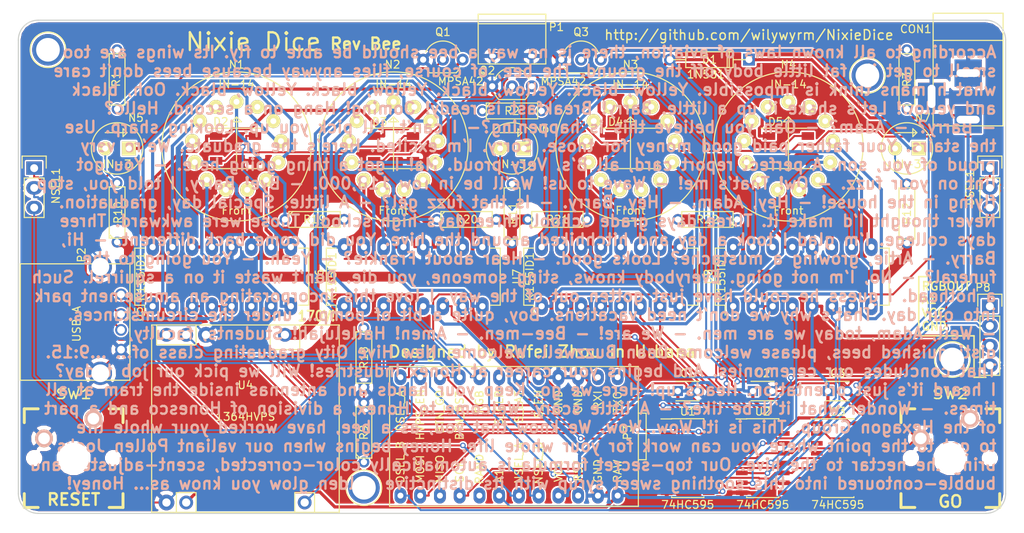
<source format=kicad_pcb>
(kicad_pcb (version 4) (host pcbnew 4.0.5)
  (layers (0 F.Cu signal) (31 B.Cu signal) (34 B.Paste user) (35 F.Paste user) (36 B.SilkS user hide) (37 F.SilkS user) (38 B.Mask user) (39 F.Mask user) (44 Edge.Cuts user))
  (net 0 "")
  (net 1 /IN3_1)
  (net 2 "Net-(R1-Pad2)")
  (net 3 /IN3_2)
  (net 4 "Net-(R2-Pad2)")
  (net 5 /IN3_3)
  (net 6 "Net-(R3-Pad2)")
  (net 7 /170V_ENA)
  (net 8 GND)
  (net 9 /170V)
  (net 10 "Net-(R18-Pad1)")
  (net 11 /BTN_RST)
  (net 12 /BTN_GO)
  (net 13 /T1INB)
  (net 14 /T1INC)
  (net 15 /T1IND)
  (net 16 /T2INA)
  (net 17 /T2INB)
  (net 18 /T2INC)
  (net 19 /T2IND)
  (net 20 "Net-(U1-Pad9)")
  (net 21 /CLEAR)
  (net 22 /SCK)
  (net 23 /D3)
  (net 24 /D2)
  (net 25 /MOSI)
  (net 26 /T1INA)
  (net 27 VCC)
  (net 28 /T3INB)
  (net 29 /T3INC)
  (net 30 /T3IND)
  (net 31 /T4INA)
  (net 32 /T4INB)
  (net 33 /T4INC)
  (net 34 /T4IND)
  (net 35 "Net-(U2-Pad9)")
  (net 36 /T3INA)
  (net 37 "Net-(U3-Pad9)")
  (net 38 /T1CATH8)
  (net 39 /T1CATH9)
  (net 40 /T1CATH2)
  (net 41 /T1CATH3)
  (net 42 /T1CATH7)
  (net 43 /T1CATH6)
  (net 44 /T1CATH4)
  (net 45 /T1CATH5)
  (net 46 /T1CATH1)
  (net 47 /T1CATH0)
  (net 48 /T2CATH8)
  (net 49 /T2CATH9)
  (net 50 /T2CATH2)
  (net 51 /T2CATH3)
  (net 52 /T2CATH7)
  (net 53 /T2CATH6)
  (net 54 /T2CATH4)
  (net 55 /T2CATH5)
  (net 56 /T2CATH1)
  (net 57 /T2CATH0)
  (net 58 /T3CATH8)
  (net 59 /T3CATH9)
  (net 60 /T3CATH2)
  (net 61 /T3CATH3)
  (net 62 /T3CATH7)
  (net 63 /T3CATH6)
  (net 64 /T3CATH4)
  (net 65 /T3CATH5)
  (net 66 /T3CATH1)
  (net 67 /T3CATH0)
  (net 68 /T4CATH8)
  (net 69 /T4CATH9)
  (net 70 /T4CATH2)
  (net 71 /T4CATH3)
  (net 72 /T4CATH7)
  (net 73 /T4CATH6)
  (net 74 /T4CATH4)
  (net 75 /T4CATH5)
  (net 76 /T4CATH1)
  (net 77 /T4CATH0)
  (net 78 /RAW)
  (net 79 /D9)
  (net 80 /D10)
  (net 81 /IN3_1CATH)
  (net 82 /IN3_3CATH)
  (net 83 /IN3_2CATH)
  (net 84 /A2)
  (net 85 /A3)
  (net 86 /D-)
  (net 87 /D+)
  (net 88 /RXI)
  (net 89 /D5)
  (net 90 /MISO)
  (net 91 /A0)
  (net 92 /A1)
  (net 93 /RESET)
  (net 94 /TXO)
  (net 95 "Net-(U4-Pad6)")
  (net 96 "Net-(N1-Pad2)")
  (net 97 "Net-(N1-Pad13)")
  (net 98 "Net-(N2-Pad2)")
  (net 99 "Net-(N2-Pad13)")
  (net 100 "Net-(N3-Pad2)")
  (net 101 "Net-(N3-Pad13)")
  (net 102 "Net-(N4-Pad2)")
  (net 103 "Net-(N4-Pad13)")
  (net 104 "Net-(N5-Pad2)")
  (net 105 "Net-(N6-Pad2)")
  (net 106 "Net-(N7-Pad2)")
  (net 107 "Net-(U3-Pad4)")
  (net 108 "Net-(U3-Pad5)")
  (net 109 "Net-(U3-Pad6)")
  (net 110 "Net-(U3-Pad7)")
  (net 111 "Net-(U3-Pad3)")
  (net 112 "Net-(P1-Pad4)")
  (net 113 "Net-(D2-Pad2)")
  (net 114 "Net-(D3-Pad2)")
  (net 115 "Net-(D4-Pad2)")
  (net 116 /RGBOUT)
  (net 117 /T1ANODE)
  (net 118 /T2ANODE)
  (net 119 /T3ANODE)
  (net 120 /T4ANODE)
  (module Arduino:Pro_Micro (layer F.Cu) (at 63.754 53.594 270)
    (fp_text reference P3 (at -0.508 -14.605 270) (layer F.SilkS))
    (fp_text value "ARDUINO PRO MICRO")
    (fp_text user RAW (at 4.445 -13.335 270) (layer F.SilkS))
    (fp_text user GND (at 4.445 -10.795 270) (layer F.SilkS))
    (fp_text user RST (at 4.445 -8.255 270) (layer F.SilkS))
    (fp_text user VCC (at 4.445 -5.715 270) (layer F.SilkS))
    (fp_text user NSEL_B (at 3.429 -3.175 270) (layer F.SilkS))
    (fp_text user NSEL_A (at 3.429 -0.635 270) (layer F.SilkS))
    (fp_text user A1 (at 5.08 1.905 270) (layer F.SilkS))
    (fp_text user RAND (at 4.191 4.445 270) (layer F.SilkS))
    (fp_text user SCK (at 4.445 6.985 270) (layer F.SilkS))
    (fp_text user MISO (at 4.191 9.525 270) (layer F.SilkS))
    (fp_text user MOSI (at 4.191 12.065 270) (layer F.SilkS))
    (fp_text user DSEL_B (at 3.302 14.605 270) (layer F.SilkS))
    (fp_text user DSEL_A (at -3.302 14.605 270) (layer F.SilkS))
    (fp_text user HVPS_EN (at -2.794 12.065 270) (layer F.SilkS))
    (fp_text user BTN_GO (at -3.175 9.525 270) (layer F.SilkS))
    (fp_text user BTN_RST (at -2.667 6.985 270) (layer F.SilkS))
    (fp_text user RGB (at -4.445 4.445 270) (layer F.SilkS))
    (fp_text user S_CLR (at -3.683 1.905 270) (layer F.SilkS))
    (fp_text user S_LAT (at -3.81 -0.635 270) (layer F.SilkS))
    (fp_text user S_EN (at -4.191 -3.175 270) (layer F.SilkS))
    (fp_text user GND (at -4.445 -5.715 270) (layer F.SilkS))
    (fp_text user GND (at -4.445 -8.255 270) (layer F.SilkS))
    (fp_text user RXI (at -4.699 -10.795 270) (layer F.SilkS))
    (fp_text user TXO (at -4.445 -13.335 270) (layer F.SilkS))
    (pad 2 thru_hole oval (at -7.62 -10.795 270) (size 2.032 1.524) (drill 0.762) (layers *.Cu *.Mask) (net 88 /RXI))
    (pad 3 thru_hole oval (at -7.62 -8.255 270) (size 2.032 1.524) (drill 0.762) (layers *.Cu *.Mask) (net 8 GND))
    (pad 4 thru_hole oval (at -7.62 -5.715 270) (size 2.032 1.524) (drill 0.762) (layers *.Cu *.Mask) (net 8 GND))
    (pad 5 thru_hole oval (at -7.62 -3.175 270) (size 2.032 1.524) (drill 0.762) (layers *.Cu *.Mask) (net 24 /D2))
    (pad 6 thru_hole oval (at -7.62 -0.635 270) (size 2.032 1.524) (drill 0.762) (layers *.Cu *.Mask) (net 23 /D3))
    (pad 7 thru_hole oval (at -7.62 1.905 270) (size 2.032 1.524) (drill 0.762) (layers *.Cu *.Mask) (net 21 /CLEAR))
    (pad 8 thru_hole oval (at -7.62 4.445 270) (size 2.032 1.524) (drill 0.762) (layers *.Cu *.Mask) (net 89 /D5))
    (pad 9 thru_hole oval (at -7.62 6.985 270) (size 2.032 1.524) (drill 0.762) (layers *.Cu *.Mask) (net 11 /BTN_RST))
    (pad 10 thru_hole oval (at -7.62 9.525 270) (size 2.032 1.524) (drill 0.762) (layers *.Cu *.Mask) (net 12 /BTN_GO))
    (pad 11 thru_hole oval (at -7.62 12.065 270) (size 2.032 1.524) (drill 0.762) (layers *.Cu *.Mask) (net 7 /170V_ENA))
    (pad 12 thru_hole oval (at -7.62 14.605 270) (size 2.032 1.524) (drill 0.762) (layers *.Cu *.Mask) (net 79 /D9))
    (pad 13 thru_hole oval (at 7.62 14.605 270) (size 2.032 1.524) (drill 0.762) (layers *.Cu *.Mask) (net 80 /D10))
    (pad 14 thru_hole oval (at 7.62 12.065 270) (size 2.032 1.524) (drill 0.762) (layers *.Cu *.Mask) (net 25 /MOSI))
    (pad 15 thru_hole oval (at 7.62 9.525 270) (size 2.032 1.524) (drill 0.762) (layers *.Cu *.Mask) (net 90 /MISO))
    (pad 16 thru_hole oval (at 7.62 6.985 270) (size 2.032 1.524) (drill 0.762) (layers *.Cu *.Mask) (net 22 /SCK))
    (pad 17 thru_hole oval (at 7.62 4.445 270) (size 2.032 1.524) (drill 0.762) (layers *.Cu *.Mask) (net 91 /A0))
    (pad 18 thru_hole oval (at 7.62 1.905 270) (size 2.032 1.524) (drill 0.762) (layers *.Cu *.Mask) (net 92 /A1))
    (pad 19 thru_hole oval (at 7.62 -0.635 270) (size 2.032 1.524) (drill 0.762) (layers *.Cu *.Mask) (net 84 /A2))
    (pad 20 thru_hole oval (at 7.62 -3.175 270) (size 2.032 1.524) (drill 0.762) (layers *.Cu *.Mask) (net 85 /A3))
    (pad 21 thru_hole oval (at 7.62 -5.715 270) (size 2.032 1.524) (drill 0.762) (layers *.Cu *.Mask) (net 27 VCC))
    (pad 22 thru_hole oval (at 7.62 -8.255 270) (size 2.032 1.524) (drill 0.762) (layers *.Cu *.Mask) (net 93 /RESET))
    (pad 23 thru_hole oval (at 7.62 -10.795 270) (size 2.032 1.524) (drill 0.762) (layers *.Cu *.Mask) (net 8 GND))
    (pad 1 thru_hole oval (at -7.62 -13.335 270) (size 2.032 1.524) (drill 0.762) (layers *.Cu *.Mask) (net 94 /TXO))
    (pad 24 thru_hole oval (at 7.62 -13.335 270) (size 2.032 1.524) (drill 0.762) (layers *.Cu *.Mask) (net 78 /RAW))
  )
  (module Connect:USB_A (layer F.Cu) (at 13.208 35.306 270)
    (fp_text reference P2 (at -5.08 5.08 270) (layer F.SilkS))
    (fp_text value USB_A (at 3.81 5.715 270) (layer F.SilkS))
    (pad 4 thru_hole circle (at 7.11286 -0.00212 180) (size 1.50114 1.50114) (drill 1.00076) (layers *.Cu *.Mask) (net 8 GND))
    (pad 3 thru_hole circle (at 4.57286 -0.00212 180) (size 1.50114 1.50114) (drill 1.00076) (layers *.Cu *.Mask) (net 87 /D+))
    (pad 2 thru_hole circle (at 2.54086 -0.00212 180) (size 1.50114 1.50114) (drill 1.00076) (layers *.Cu *.Mask) (net 86 /D-))
    (pad 1 thru_hole circle (at 0.00086 -0.00212 180) (size 1.50114 1.50114) (drill 1.00076) (layers *.Cu *.Mask) (net 27 VCC))
    (pad 5 thru_hole circle (at 10.16086 2.66488 180) (size 2.99974 2.99974) (drill 2.30124) (layers *.Cu *.Mask) (net 8 GND))
    (pad 5 thru_hole circle (at -3.55514 2.66488 180) (size 2.99974 2.99974) (drill 2.30124) (layers *.Cu *.Mask) (net 8 GND))
  )
  (module Connect:1pin (layer F.Cu) (at 44.45 60.198)
    (fp_text reference M4 hide)
    (fp_text value 1pin)
    (pad 1 thru_hole circle (at 0 0) (size 4.064 4.064) (drill 3.048) (layers *.Cu *.Mask))
  )
  (module Connect:1pin (layer F.Cu) (at 120.142 43.688)
    (fp_text reference M3 hide)
    (fp_text value 1pin)
    (pad 1 thru_hole circle (at 0 0) (size 4.064 4.064) (drill 3.048) (layers *.Cu *.Mask))
  )
  (module Connect:1pin (layer F.Cu) (at 109.22 7.112)
    (fp_text reference M2 hide)
    (fp_text value 1pin)
    (pad 1 thru_hole circle (at 0 0) (size 4.064 4.064) (drill 3.048) (layers *.Cu *.Mask))
  )
  (module Connect:BARREL_JACK (layer F.Cu) (at 122.174 6.604 270)
    (fp_text reference CON1 (at -5.461 6.731 360) (layer F.SilkS))
    (fp_text value BARREL_JACK)
    (pad 1 thru_hole rect (at 6.20014 0 270) (size 3.50012 3.50012) (drill oval 1.00076 2.99974) (layers *.Cu *.Mask) (net 78 /RAW))
    (pad 2 thru_hole rect (at 0.20066 0 270) (size 3.50012 3.50012) (drill oval 1.00076 2.99974) (layers *.Cu *.Mask) (net 8 GND))
    (pad 3 thru_hole rect (at 3.2004 4.699 270) (size 3.50012 3.50012) (drill oval 2.99974 1.00076) (layers *.Cu *.Mask) (net 8 GND))
  )
  (module "Cherry Switches:CHERRY_PCB_100H" (layer F.Cu) (at 7.112 56.388)
    (fp_text reference SW1 (at 0 -8.255) (layer F.SilkS) (effects (font (size 1.27 1.524) (thickness 0.2032))))
    (fp_text value SW_PUSH hide)
    (pad 1 thru_hole circle (at 2.54 -5.08) (size 2.286 2.286) (drill 1.4986) (layers *.Cu *.SilkS *.Mask) (net 11 /BTN_RST))
    (pad 2 thru_hole circle (at -3.81 -2.54) (size 2.286 2.286) (drill 1.4986) (layers *.Cu *.SilkS *.Mask) (net 8 GND))
    (pad HOLE np_thru_hole circle (at 0 0) (size 3.9878 3.9878) (drill 3.9878) (layers *.Cu))
    (pad HOLE np_thru_hole circle (at -5.08 0) (size 1.7018 1.7018) (drill 1.7018) (layers *.Cu))
    (pad HOLE np_thru_hole circle (at 5.08 0) (size 1.7018 1.7018) (drill 1.7018) (layers *.Cu))
  )
  (module "Cherry Switches:CHERRY_PCB_100H" (layer F.Cu) (at 119.888 56.388)
    (fp_text reference SW2 (at 0 -8.255) (layer F.SilkS) (effects (font (size 1.27 1.524) (thickness 0.2032))))
    (fp_text value SW_PUSH hide)
    (pad 1 thru_hole circle (at 2.54 -5.08) (size 2.286 2.286) (drill 1.4986) (layers *.Cu *.SilkS *.Mask) (net 12 /BTN_GO))
    (pad 2 thru_hole circle (at -3.81 -2.54) (size 2.286 2.286) (drill 1.4986) (layers *.Cu *.SilkS *.Mask) (net 8 GND))
    (pad HOLE np_thru_hole circle (at 0 0) (size 3.9878 3.9878) (drill 3.9878) (layers *.Cu))
    (pad HOLE np_thru_hole circle (at -5.08 0) (size 1.7018 1.7018) (drill 1.7018) (layers *.Cu))
    (pad HOLE np_thru_hole circle (at 5.08 0) (size 1.7018 1.7018) (drill 1.7018) (layers *.Cu))
  )
  (module "TES Power Supplies:1364HVPS" (layer F.Cu) (at 29.21 51.308)
    (fp_text reference U4 (at 0 -4.318) (layer F.SilkS))
    (fp_text value 1364HVPS (at 0 -0.254) (layer F.SilkS))
    (pad 6 thru_hole circle (at -10.16 -10.795) (size 1.778 1.778) (drill 1.0668) (layers *.Cu *.Mask) (net 95 "Net-(U4-Pad6)"))
    (pad 2 thru_hole circle (at -7.62 -10.795) (size 1.778 1.778) (drill 1.0668) (layers *.Cu *.Mask) (net 10 "Net-(R18-Pad1)"))
    (pad 3 thru_hole circle (at -5.08 -10.795) (size 2.032 2.032) (drill 1.0668) (layers *.Cu *.Mask) (net 8 GND))
    (pad 1 thru_hole circle (at 5.08 -10.795) (size 1.778 1.778) (drill 1.0668) (layers *.Cu *.Mask) (net 9 /170V))
    (pad 5 thru_hole circle (at -10.16 10.795) (size 2.032 2.032) (drill 1.0668) (layers *.Cu *.Mask) (net 8 GND))
    (pad 4 thru_hole circle (at -7.62 10.795) (size 1.778 1.778) (drill 1.0668) (layers *.Cu *.Mask) (net 78 /RAW))
    (pad 7 thru_hole circle (at 7.62 10.795) (size 1.778 1.778) (drill 1.0668) (layers *.Cu *.Mask) (net 7 /170V_ENA))
  )
  (module Housings_DIP:DIP-16_W7.62mm_LongPads (layer F.Cu) (at 17.272 36.83 90)
    (fp_text reference U5 (at -1.016 -1.778 90) (layer F.SilkS))
    (fp_text value K155ID1 (at 3.81 -1.524 90) (layer F.SilkS))
    (pad 1 thru_hole oval (at 0 0 90) (size 2.3 1.6) (drill 0.8) (layers *.Cu *.Mask) (net 38 /T1CATH8))
    (pad 2 thru_hole oval (at 0 2.54 90) (size 2.3 1.6) (drill 0.8) (layers *.Cu *.Mask) (net 39 /T1CATH9))
    (pad 3 thru_hole oval (at 0 5.08 90) (size 2.3 1.6) (drill 0.8) (layers *.Cu *.Mask) (net 26 /T1INA))
    (pad 4 thru_hole oval (at 0 7.62 90) (size 2.3 1.6) (drill 0.8) (layers *.Cu *.Mask) (net 15 /T1IND))
    (pad 5 thru_hole oval (at 0 10.16 90) (size 2.3 1.6) (drill 0.8) (layers *.Cu *.Mask) (net 27 VCC))
    (pad 6 thru_hole oval (at 0 12.7 90) (size 2.3 1.6) (drill 0.8) (layers *.Cu *.Mask) (net 13 /T1INB))
    (pad 7 thru_hole oval (at 0 15.24 90) (size 2.3 1.6) (drill 0.8) (layers *.Cu *.Mask) (net 14 /T1INC))
    (pad 8 thru_hole oval (at 0 17.78 90) (size 2.3 1.6) (drill 0.8) (layers *.Cu *.Mask) (net 40 /T1CATH2))
    (pad 9 thru_hole oval (at 7.62 17.78 90) (size 2.3 1.6) (drill 0.8) (layers *.Cu *.Mask) (net 41 /T1CATH3))
    (pad 10 thru_hole oval (at 7.62 15.24 90) (size 2.3 1.6) (drill 0.8) (layers *.Cu *.Mask) (net 42 /T1CATH7))
    (pad 11 thru_hole oval (at 7.62 12.7 90) (size 2.3 1.6) (drill 0.8) (layers *.Cu *.Mask) (net 43 /T1CATH6))
    (pad 12 thru_hole oval (at 7.62 10.16 90) (size 2.3 1.6) (drill 0.8) (layers *.Cu *.Mask) (net 8 GND))
    (pad 13 thru_hole oval (at 7.62 7.62 90) (size 2.3 1.6) (drill 0.8) (layers *.Cu *.Mask) (net 44 /T1CATH4))
    (pad 14 thru_hole oval (at 7.62 5.08 90) (size 2.3 1.6) (drill 0.8) (layers *.Cu *.Mask) (net 45 /T1CATH5))
    (pad 15 thru_hole oval (at 7.62 2.54 90) (size 2.3 1.6) (drill 0.8) (layers *.Cu *.Mask) (net 46 /T1CATH1))
    (pad 16 thru_hole oval (at 7.62 0 90) (size 2.3 1.6) (drill 0.8) (layers *.Cu *.Mask) (net 47 /T1CATH0))
  )
  (module Housings_DIP:DIP-16_W7.62mm_LongPads (layer F.Cu) (at 41.91 36.83 90)
    (fp_text reference U6 (at 3.81 -3.175 90) (layer F.SilkS))
    (fp_text value K155ID1 (at 3.81 -1.524 90) (layer F.SilkS))
    (pad 1 thru_hole oval (at 0 0 90) (size 2.3 1.6) (drill 0.8) (layers *.Cu *.Mask) (net 48 /T2CATH8))
    (pad 2 thru_hole oval (at 0 2.54 90) (size 2.3 1.6) (drill 0.8) (layers *.Cu *.Mask) (net 49 /T2CATH9))
    (pad 3 thru_hole oval (at 0 5.08 90) (size 2.3 1.6) (drill 0.8) (layers *.Cu *.Mask) (net 16 /T2INA))
    (pad 4 thru_hole oval (at 0 7.62 90) (size 2.3 1.6) (drill 0.8) (layers *.Cu *.Mask) (net 19 /T2IND))
    (pad 5 thru_hole oval (at 0 10.16 90) (size 2.3 1.6) (drill 0.8) (layers *.Cu *.Mask) (net 27 VCC))
    (pad 6 thru_hole oval (at 0 12.7 90) (size 2.3 1.6) (drill 0.8) (layers *.Cu *.Mask) (net 17 /T2INB))
    (pad 7 thru_hole oval (at 0 15.24 90) (size 2.3 1.6) (drill 0.8) (layers *.Cu *.Mask) (net 18 /T2INC))
    (pad 8 thru_hole oval (at 0 17.78 90) (size 2.3 1.6) (drill 0.8) (layers *.Cu *.Mask) (net 50 /T2CATH2))
    (pad 9 thru_hole oval (at 7.62 17.78 90) (size 2.3 1.6) (drill 0.8) (layers *.Cu *.Mask) (net 51 /T2CATH3))
    (pad 10 thru_hole oval (at 7.62 15.24 90) (size 2.3 1.6) (drill 0.8) (layers *.Cu *.Mask) (net 52 /T2CATH7))
    (pad 11 thru_hole oval (at 7.62 12.7 90) (size 2.3 1.6) (drill 0.8) (layers *.Cu *.Mask) (net 53 /T2CATH6))
    (pad 12 thru_hole oval (at 7.62 10.16 90) (size 2.3 1.6) (drill 0.8) (layers *.Cu *.Mask) (net 8 GND))
    (pad 13 thru_hole oval (at 7.62 7.62 90) (size 2.3 1.6) (drill 0.8) (layers *.Cu *.Mask) (net 54 /T2CATH4))
    (pad 14 thru_hole oval (at 7.62 5.08 90) (size 2.3 1.6) (drill 0.8) (layers *.Cu *.Mask) (net 55 /T2CATH5))
    (pad 15 thru_hole oval (at 7.62 2.54 90) (size 2.3 1.6) (drill 0.8) (layers *.Cu *.Mask) (net 56 /T2CATH1))
    (pad 16 thru_hole oval (at 7.62 0 90) (size 2.3 1.6) (drill 0.8) (layers *.Cu *.Mask) (net 57 /T2CATH0))
  )
  (module Housings_DIP:DIP-16_W7.62mm_LongPads (layer F.Cu) (at 67.31 36.83 90)
    (fp_text reference U7 (at 3.81 -3.175 90) (layer F.SilkS))
    (fp_text value K155ID1 (at 3.81 -1.524 90) (layer F.SilkS))
    (pad 1 thru_hole oval (at 0 0 90) (size 2.3 1.6) (drill 0.8) (layers *.Cu *.Mask) (net 58 /T3CATH8))
    (pad 2 thru_hole oval (at 0 2.54 90) (size 2.3 1.6) (drill 0.8) (layers *.Cu *.Mask) (net 59 /T3CATH9))
    (pad 3 thru_hole oval (at 0 5.08 90) (size 2.3 1.6) (drill 0.8) (layers *.Cu *.Mask) (net 36 /T3INA))
    (pad 4 thru_hole oval (at 0 7.62 90) (size 2.3 1.6) (drill 0.8) (layers *.Cu *.Mask) (net 30 /T3IND))
    (pad 5 thru_hole oval (at 0 10.16 90) (size 2.3 1.6) (drill 0.8) (layers *.Cu *.Mask) (net 27 VCC))
    (pad 6 thru_hole oval (at 0 12.7 90) (size 2.3 1.6) (drill 0.8) (layers *.Cu *.Mask) (net 28 /T3INB))
    (pad 7 thru_hole oval (at 0 15.24 90) (size 2.3 1.6) (drill 0.8) (layers *.Cu *.Mask) (net 29 /T3INC))
    (pad 8 thru_hole oval (at 0 17.78 90) (size 2.3 1.6) (drill 0.8) (layers *.Cu *.Mask) (net 60 /T3CATH2))
    (pad 9 thru_hole oval (at 7.62 17.78 90) (size 2.3 1.6) (drill 0.8) (layers *.Cu *.Mask) (net 61 /T3CATH3))
    (pad 10 thru_hole oval (at 7.62 15.24 90) (size 2.3 1.6) (drill 0.8) (layers *.Cu *.Mask) (net 62 /T3CATH7))
    (pad 11 thru_hole oval (at 7.62 12.7 90) (size 2.3 1.6) (drill 0.8) (layers *.Cu *.Mask) (net 63 /T3CATH6))
    (pad 12 thru_hole oval (at 7.62 10.16 90) (size 2.3 1.6) (drill 0.8) (layers *.Cu *.Mask) (net 8 GND))
    (pad 13 thru_hole oval (at 7.62 7.62 90) (size 2.3 1.6) (drill 0.8) (layers *.Cu *.Mask) (net 64 /T3CATH4))
    (pad 14 thru_hole oval (at 7.62 5.08 90) (size 2.3 1.6) (drill 0.8) (layers *.Cu *.Mask) (net 65 /T3CATH5))
    (pad 15 thru_hole oval (at 7.62 2.54 90) (size 2.3 1.6) (drill 0.8) (layers *.Cu *.Mask) (net 66 /T3CATH1))
    (pad 16 thru_hole oval (at 7.62 0 90) (size 2.3 1.6) (drill 0.8) (layers *.Cu *.Mask) (net 67 /T3CATH0))
  )
  (module Housings_DIP:DIP-16_W7.62mm_LongPads (layer F.Cu) (at 91.948 36.83 90)
    (fp_text reference U8 (at 3.81 -3.175 90) (layer F.SilkS))
    (fp_text value K155ID1 (at 3.81 -1.524 90) (layer F.SilkS))
    (pad 1 thru_hole oval (at 0 0 90) (size 2.3 1.6) (drill 0.8) (layers *.Cu *.Mask) (net 68 /T4CATH8))
    (pad 2 thru_hole oval (at 0 2.54 90) (size 2.3 1.6) (drill 0.8) (layers *.Cu *.Mask) (net 69 /T4CATH9))
    (pad 3 thru_hole oval (at 0 5.08 90) (size 2.3 1.6) (drill 0.8) (layers *.Cu *.Mask) (net 31 /T4INA))
    (pad 4 thru_hole oval (at 0 7.62 90) (size 2.3 1.6) (drill 0.8) (layers *.Cu *.Mask) (net 34 /T4IND))
    (pad 5 thru_hole oval (at 0 10.16 90) (size 2.3 1.6) (drill 0.8) (layers *.Cu *.Mask) (net 27 VCC))
    (pad 6 thru_hole oval (at 0 12.7 90) (size 2.3 1.6) (drill 0.8) (layers *.Cu *.Mask) (net 32 /T4INB))
    (pad 7 thru_hole oval (at 0 15.24 90) (size 2.3 1.6) (drill 0.8) (layers *.Cu *.Mask) (net 33 /T4INC))
    (pad 8 thru_hole oval (at 0 17.78 90) (size 2.3 1.6) (drill 0.8) (layers *.Cu *.Mask) (net 70 /T4CATH2))
    (pad 9 thru_hole oval (at 7.62 17.78 90) (size 2.3 1.6) (drill 0.8) (layers *.Cu *.Mask) (net 71 /T4CATH3))
    (pad 10 thru_hole oval (at 7.62 15.24 90) (size 2.3 1.6) (drill 0.8) (layers *.Cu *.Mask) (net 72 /T4CATH7))
    (pad 11 thru_hole oval (at 7.62 12.7 90) (size 2.3 1.6) (drill 0.8) (layers *.Cu *.Mask) (net 73 /T4CATH6))
    (pad 12 thru_hole oval (at 7.62 10.16 90) (size 2.3 1.6) (drill 0.8) (layers *.Cu *.Mask) (net 8 GND))
    (pad 13 thru_hole oval (at 7.62 7.62 90) (size 2.3 1.6) (drill 0.8) (layers *.Cu *.Mask) (net 74 /T4CATH4))
    (pad 14 thru_hole oval (at 7.62 5.08 90) (size 2.3 1.6) (drill 0.8) (layers *.Cu *.Mask) (net 75 /T4CATH5))
    (pad 15 thru_hole oval (at 7.62 2.54 90) (size 2.3 1.6) (drill 0.8) (layers *.Cu *.Mask) (net 76 /T4CATH1))
    (pad 16 thru_hole oval (at 7.62 0 90) (size 2.3 1.6) (drill 0.8) (layers *.Cu *.Mask) (net 77 /T4CATH0))
  )
  (module Nixies:IN-3 (layer F.Cu) (at 12.7 16.51 90)
    (fp_text reference N5 (at 3.937 2.413 180) (layer F.SilkS))
    (fp_text value IN-3 (at -2.032 0 180) (layer F.SilkS))
    (pad 1 thru_hole rect (at 0 1.524 90) (size 1.8 1.8) (drill 0.762) (layers *.Cu *.Mask F.SilkS) (net 81 /IN3_1CATH))
    (pad 2 thru_hole circle (at 0 -1.524 90) (size 1.8 1.8) (drill 0.762) (layers *.Cu *.Mask F.SilkS) (net 104 "Net-(N5-Pad2)"))
  )
  (module Nixies:IN-3 (layer F.Cu) (at 63.5 16.51 90)
    (fp_text reference N6 (at 2.54 3.81 180) (layer F.SilkS))
    (fp_text value IN-3 (at -2.032 0 180) (layer F.SilkS))
    (pad 1 thru_hole rect (at 0 1.524 90) (size 1.8 1.8) (drill 0.762) (layers *.Cu *.Mask F.SilkS) (net 83 /IN3_2CATH))
    (pad 2 thru_hole circle (at 0 -1.524 90) (size 1.8 1.8) (drill 0.762) (layers *.Cu *.Mask F.SilkS) (net 105 "Net-(N6-Pad2)"))
  )
  (module Nixies:IN-3 (layer F.Cu) (at 114.3 16.51 90)
    (fp_text reference N7 (at 3.937 2.032 180) (layer F.SilkS))
    (fp_text value IN-3 (at -2.032 0 180) (layer F.SilkS))
    (pad 1 thru_hole rect (at 0 1.524 90) (size 1.8 1.8) (drill 0.762) (layers *.Cu *.Mask F.SilkS) (net 82 /IN3_3CATH))
    (pad 2 thru_hole circle (at 0 -1.524 90) (size 1.8 1.8) (drill 0.762) (layers *.Cu *.Mask F.SilkS) (net 106 "Net-(N7-Pad2)"))
  )
  (module Discret:R3 (layer F.Cu) (at 12.7 7.62 270)
    (fp_text reference R1 (at 0 0.127 270) (layer F.SilkS))
    (fp_text value 10K)
    (pad 1 thru_hole circle (at -3.81 0 270) (size 1.397 1.397) (drill 0.8128) (layers *.Cu *.Mask) (net 1 /IN3_1))
    (pad 2 thru_hole circle (at 3.81 0 270) (size 1.397 1.397) (drill 0.8128) (layers *.Cu *.Mask) (net 2 "Net-(R1-Pad2)"))
  )
  (module Discret:R3 (layer F.Cu) (at 63.5 11.684)
    (fp_text reference R2 (at 0 0) (layer F.SilkS))
    (fp_text value 10K)
    (pad 1 thru_hole circle (at -3.81 0) (size 1.397 1.397) (drill 0.8128) (layers *.Cu *.Mask) (net 3 /IN3_2))
    (pad 2 thru_hole circle (at 3.81 0) (size 1.397 1.397) (drill 0.8128) (layers *.Cu *.Mask) (net 4 "Net-(R2-Pad2)"))
  )
  (module Discret:R3 (layer F.Cu) (at 114.3 7.62 270)
    (fp_text reference R3 (at 0 0 270) (layer F.SilkS))
    (fp_text value 10k)
    (pad 1 thru_hole circle (at -3.81 0 270) (size 1.397 1.397) (drill 0.8128) (layers *.Cu *.Mask) (net 5 /IN3_3))
    (pad 2 thru_hole circle (at 3.81 0 270) (size 1.397 1.397) (drill 0.8128) (layers *.Cu *.Mask) (net 6 "Net-(R3-Pad2)"))
  )
  (module Discret:R3 (layer F.Cu) (at 44.45 53.086 90)
    (fp_text reference R9 (at 0 0 90) (layer F.SilkS))
    (fp_text value 100K)
    (pad 1 thru_hole circle (at -3.81 0 90) (size 1.397 1.397) (drill 0.8128) (layers *.Cu *.Mask) (net 7 /170V_ENA))
    (pad 2 thru_hole circle (at 3.81 0 90) (size 1.397 1.397) (drill 0.8128) (layers *.Cu *.Mask) (net 8 GND))
  )
  (module Discret:R3 (layer F.Cu) (at 12.7 24.765 90)
    (fp_text reference R10 (at 0 0.127 90) (layer F.SilkS))
    (fp_text value 68K)
    (pad 1 thru_hole circle (at -3.81 0 90) (size 1.397 1.397) (drill 0.8128) (layers *.Cu *.Mask) (net 9 /170V))
    (pad 2 thru_hole circle (at 3.81 0 90) (size 1.397 1.397) (drill 0.8128) (layers *.Cu *.Mask) (net 104 "Net-(N5-Pad2)"))
  )
  (module Discret:R3 (layer F.Cu) (at 63.5 24.892 90)
    (fp_text reference R11 (at 0 0.127 90) (layer F.SilkS))
    (fp_text value 68K)
    (pad 1 thru_hole circle (at -3.81 0 90) (size 1.397 1.397) (drill 0.8128) (layers *.Cu *.Mask) (net 9 /170V))
    (pad 2 thru_hole circle (at 3.81 0 90) (size 1.397 1.397) (drill 0.8128) (layers *.Cu *.Mask) (net 105 "Net-(N6-Pad2)"))
  )
  (module Discret:R3 (layer F.Cu) (at 114.3 24.892 90)
    (fp_text reference R12 (at 0 0 90) (layer F.SilkS))
    (fp_text value 68K)
    (pad 1 thru_hole circle (at -3.81 0 90) (size 1.397 1.397) (drill 0.8128) (layers *.Cu *.Mask) (net 9 /170V))
    (pad 2 thru_hole circle (at 3.81 0 90) (size 1.397 1.397) (drill 0.8128) (layers *.Cu *.Mask) (net 106 "Net-(N7-Pad2)"))
  )
  (module Discret:R3 (layer F.Cu) (at 44.45 43.434 270)
    (fp_text reference R18 (at 0 0 270) (layer F.SilkS))
    (fp_text value 47K)
    (pad 1 thru_hole circle (at -3.81 0 270) (size 1.397 1.397) (drill 0.8128) (layers *.Cu *.Mask) (net 10 "Net-(R18-Pad1)"))
    (pad 2 thru_hole circle (at 3.81 0 270) (size 1.397 1.397) (drill 0.8128) (layers *.Cu *.Mask) (net 8 GND))
  )
  (module Discret:R3 (layer F.Cu) (at 38.1 25.654)
    (fp_text reference R19 (at 0 0) (layer F.SilkS))
    (fp_text value 20K)
    (pad 1 thru_hole circle (at -3.81 0) (size 1.397 1.397) (drill 0.8128) (layers *.Cu *.Mask) (net 117 /T1ANODE))
    (pad 2 thru_hole circle (at 3.81 0) (size 1.397 1.397) (drill 0.8128) (layers *.Cu *.Mask) (net 9 /170V))
  )
  (module Discret:R3 (layer F.Cu) (at 57.658 25.654)
    (fp_text reference R20 (at 0 0) (layer F.SilkS))
    (fp_text value 20K)
    (pad 1 thru_hole circle (at -3.81 0) (size 1.397 1.397) (drill 0.8128) (layers *.Cu *.Mask) (net 118 /T2ANODE))
    (pad 2 thru_hole circle (at 3.81 0) (size 1.397 1.397) (drill 0.8128) (layers *.Cu *.Mask) (net 9 /170V))
  )
  (module Discret:R3 (layer F.Cu) (at 69.342 25.654 180)
    (fp_text reference R21 (at 0 0 180) (layer F.SilkS))
    (fp_text value 20K)
    (pad 1 thru_hole circle (at -3.81 0 180) (size 1.397 1.397) (drill 0.8128) (layers *.Cu *.Mask) (net 119 /T3ANODE))
    (pad 2 thru_hole circle (at 3.81 0 180) (size 1.397 1.397) (drill 0.8128) (layers *.Cu *.Mask) (net 9 /170V))
  )
  (module Discret:R3 (layer F.Cu) (at 88.646 25.654 180)
    (fp_text reference R22 (at 0 0 180) (layer F.SilkS))
    (fp_text value 20K)
    (pad 1 thru_hole circle (at -3.81 0 180) (size 1.397 1.397) (drill 0.8128) (layers *.Cu *.Mask) (net 120 /T4ANODE))
    (pad 2 thru_hole circle (at 3.81 0 180) (size 1.397 1.397) (drill 0.8128) (layers *.Cu *.Mask) (net 9 /170V))
  )
  (module Discret:DO-41 (layer F.Cu) (at 88.9 5.08)
    (fp_text reference D1 (at 0 0) (layer F.SilkS))
    (fp_text value 1N5817 (at 0 1.905) (layer F.SilkS))
    (pad 1 thru_hole rect (at 5.08 0) (size 1.524 1.524) (drill 0.889) (layers *.Cu *.Mask) (net 78 /RAW))
    (pad 2 thru_hole circle (at -5.08 0) (size 1.524 1.524) (drill 0.889) (layers *.Cu *.Mask) (net 27 VCC))
  )
  (module LEDs:LED_WS2812B-PLCC4 (layer F.Cu) (at 27.94 16.51)
    (fp_text reference D2 (at -1.905 -3.429) (layer F.SilkS))
    (fp_text value WS2812B)
    (pad 3 smd rect (at 2.5 1.6) (size 1.6 1) (layers F.Cu F.Paste F.Mask) (net 8 GND))
    (pad 4 smd rect (at 2.5 -1.6) (size 1.6 1) (layers F.Cu F.Paste F.Mask) (net 89 /D5))
    (pad 2 smd rect (at -2.5 1.6) (size 1.6 1) (layers F.Cu F.Paste F.Mask) (net 113 "Net-(D2-Pad2)"))
    (pad 1 smd rect (at -2.5 -1.6) (size 1.6 1) (layers F.Cu F.Paste F.Mask) (net 27 VCC))
  )
  (module LEDs:LED_WS2812B-PLCC4 (layer F.Cu) (at 48.26 16.51)
    (fp_text reference D3 (at -1.778 -3.429) (layer F.SilkS))
    (fp_text value WS2812B)
    (pad 3 smd rect (at 2.5 1.6) (size 1.6 1) (layers F.Cu F.Paste F.Mask) (net 8 GND))
    (pad 4 smd rect (at 2.5 -1.6) (size 1.6 1) (layers F.Cu F.Paste F.Mask) (net 113 "Net-(D2-Pad2)"))
    (pad 2 smd rect (at -2.5 1.6) (size 1.6 1) (layers F.Cu F.Paste F.Mask) (net 114 "Net-(D3-Pad2)"))
    (pad 1 smd rect (at -2.5 -1.6) (size 1.6 1) (layers F.Cu F.Paste F.Mask) (net 27 VCC))
  )
  (module LEDs:LED_WS2812B-PLCC4 (layer F.Cu) (at 78.74 16.51)
    (fp_text reference D4 (at -1.905 -3.429) (layer F.SilkS))
    (fp_text value WS2812B)
    (pad 3 smd rect (at 2.5 1.6) (size 1.6 1) (layers F.Cu F.Paste F.Mask) (net 8 GND))
    (pad 4 smd rect (at 2.5 -1.6) (size 1.6 1) (layers F.Cu F.Paste F.Mask) (net 114 "Net-(D3-Pad2)"))
    (pad 2 smd rect (at -2.5 1.6) (size 1.6 1) (layers F.Cu F.Paste F.Mask) (net 115 "Net-(D4-Pad2)"))
    (pad 1 smd rect (at -2.5 -1.6) (size 1.6 1) (layers F.Cu F.Paste F.Mask) (net 27 VCC))
  )
  (module LEDs:LED_WS2812B-PLCC4 (layer F.Cu) (at 99.06 16.51)
    (fp_text reference D5 (at -1.651 -3.429) (layer F.SilkS))
    (fp_text value WS2812B)
    (pad 3 smd rect (at 2.5 1.6) (size 1.6 1) (layers F.Cu F.Paste F.Mask) (net 8 GND))
    (pad 4 smd rect (at 2.5 -1.6) (size 1.6 1) (layers F.Cu F.Paste F.Mask) (net 115 "Net-(D4-Pad2)"))
    (pad 2 smd rect (at -2.5 1.6) (size 1.6 1) (layers F.Cu F.Paste F.Mask) (net 116 /RGBOUT))
    (pad 1 smd rect (at -2.5 -1.6) (size 1.6 1) (layers F.Cu F.Paste F.Mask) (net 27 VCC))
  )
  (module Socket_Strips:Socket_Strip_Straight_1x04 (layer F.Cu) (at 124.968 36.83 270)
    (fp_text reference P8 (at -2.413 0.889 360) (layer F.SilkS))
    (fp_text value CONN_01X04)
    (pad 1 thru_hole rect (at 0 0 270) (size 1.7272 2.032) (drill 1.016) (layers *.Cu *.Mask) (net 116 /RGBOUT))
    (pad 2 thru_hole oval (at 2.54 0 270) (size 1.7272 2.032) (drill 1.016) (layers *.Cu *.Mask) (net 92 /A1))
    (pad 3 thru_hole oval (at 5.08 0 270) (size 1.7272 2.032) (drill 1.016) (layers *.Cu *.Mask) (net 27 VCC))
    (pad 4 thru_hole oval (at 7.62 0 270) (size 1.7272 2.032) (drill 1.016) (layers *.Cu *.Mask) (net 8 GND))
  )
  (module Capacitors_ThroughHole:C_Disc_D3_P2.5 (layer F.Cu) (at 84.836 47.752)
    (fp_text reference C1 (at 1.27 -2.286) (layer F.SilkS))
    (fp_text value 0.1uF)
    (pad 1 thru_hole rect (at 0 0) (size 1.3 1.3) (drill 0.8) (layers *.Cu *.Mask) (net 27 VCC))
    (pad 2 thru_hole circle (at 2.5 0) (size 1.3 1.3) (drill 0.8001) (layers *.Cu *.Mask) (net 8 GND))
  )
  (module Capacitors_ThroughHole:C_Disc_D3_P2.5 (layer F.Cu) (at 94.488 47.752)
    (fp_text reference C2 (at 1.27 -2.286) (layer F.SilkS))
    (fp_text value 0.1uF)
    (pad 1 thru_hole rect (at 0 0) (size 1.3 1.3) (drill 0.8) (layers *.Cu *.Mask) (net 27 VCC))
    (pad 2 thru_hole circle (at 2.5 0) (size 1.3 1.3) (drill 0.8001) (layers *.Cu *.Mask) (net 8 GND))
  )
  (module Capacitors_ThroughHole:C_Disc_D3_P2.5 (layer F.Cu) (at 104.14 47.752)
    (fp_text reference C3 (at 1.27 -2.286) (layer F.SilkS))
    (fp_text value 0.1uF)
    (pad 1 thru_hole rect (at 0 0) (size 1.3 1.3) (drill 0.8) (layers *.Cu *.Mask) (net 27 VCC))
    (pad 2 thru_hole circle (at 2.5 0) (size 1.3 1.3) (drill 0.8001) (layers *.Cu *.Mask) (net 8 GND))
  )
  (module Connect:1pin (layer F.Cu) (at 3.81 3.81)
    (fp_text reference M1 hide)
    (fp_text value 1pin)
    (pad 1 thru_hole circle (at 0 0) (size 4.064 4.064) (drill 3.048) (layers *.Cu *.Mask))
  )
  (module Socket_Strips:Socket_Strip_Straight_1x03 (layer F.Cu) (at 124.968 19.05 270)
    (fp_text reference DSEL1 (at 2.54 2.54 270) (layer F.SilkS))
    (fp_text value ROT_ENC)
    (pad 1 thru_hole rect (at 0 0 270) (size 1.7272 2.032) (drill 1.016) (layers *.Cu *.Mask) (net 79 /D9))
    (pad 2 thru_hole oval (at 2.54 0 270) (size 1.7272 2.032) (drill 1.016) (layers *.Cu *.Mask) (net 8 GND))
    (pad 3 thru_hole oval (at 5.08 0 270) (size 1.7272 2.032) (drill 1.016) (layers *.Cu *.Mask) (net 80 /D10))
  )
  (module Socket_Strips:Socket_Strip_Straight_1x03 (layer F.Cu) (at 2.032 19.05 270)
    (fp_text reference NSEL1 (at 2.286 -2.794 270) (layer F.SilkS))
    (fp_text value ROT_ENC)
    (pad 1 thru_hole rect (at 0 0 270) (size 1.7272 2.032) (drill 1.016) (layers *.Cu *.Mask) (net 84 /A2))
    (pad 2 thru_hole oval (at 2.54 0 270) (size 1.7272 2.032) (drill 1.016) (layers *.Cu *.Mask) (net 8 GND))
    (pad 3 thru_hole oval (at 5.08 0 270) (size 1.7272 2.032) (drill 1.016) (layers *.Cu *.Mask) (net 85 /A3))
  )
  (module TO_SOT_Packages_THT:TO-92_Inline_Wide (layer F.Cu) (at 52.07 5.08)
    (fp_text reference Q1 (at 2.54 -3.556 180) (layer F.SilkS))
    (fp_text value MPSA42 (at 4.826 2.794) (layer F.SilkS))
    (pad 2 thru_hole circle (at 2.54 0 90) (size 1.524 1.524) (drill 0.8) (layers *.Cu *.Mask) (net 1 /IN3_1))
    (pad 3 thru_hole circle (at 5.08 0 90) (size 1.524 1.524) (drill 0.8) (layers *.Cu *.Mask) (net 81 /IN3_1CATH))
    (pad 1 thru_hole circle (at 0 0 90) (size 1.524 1.524) (drill 0.8) (layers *.Cu *.Mask) (net 8 GND))
  )
  (module TO_SOT_Packages_THT:TO-92_Inline_Wide (layer F.Cu) (at 60.96 8.509)
    (fp_text reference Q2 (at -0.635 -2.032 180) (layer F.SilkS))
    (fp_text value MPSA42 hide)
    (pad 2 thru_hole circle (at 2.54 0 90) (size 1.524 1.524) (drill 0.8) (layers *.Cu *.Mask) (net 3 /IN3_2))
    (pad 3 thru_hole circle (at 5.08 0 90) (size 1.524 1.524) (drill 0.8) (layers *.Cu *.Mask) (net 83 /IN3_2CATH))
    (pad 1 thru_hole circle (at 0 0 90) (size 1.524 1.524) (drill 0.8) (layers *.Cu *.Mask) (net 8 GND))
  )
  (module TO_SOT_Packages_THT:TO-92_Inline_Wide (layer F.Cu) (at 69.85 5.08)
    (fp_text reference Q3 (at 2.54 -3.556 180) (layer F.SilkS))
    (fp_text value MPSA42 (at 0.254 2.794) (layer F.SilkS))
    (pad 2 thru_hole circle (at 2.54 0 90) (size 1.524 1.524) (drill 0.8) (layers *.Cu *.Mask) (net 5 /IN3_3))
    (pad 3 thru_hole circle (at 5.08 0 90) (size 1.524 1.524) (drill 0.8) (layers *.Cu *.Mask) (net 82 /IN3_3CATH))
    (pad 1 thru_hole circle (at 0 0 90) (size 1.524 1.524) (drill 0.8) (layers *.Cu *.Mask) (net 8 GND))
  )
  (module Housings_SOIC:SOIC-16_3.9x9.9mm_Pitch1.27mm (layer F.Cu) (at 86.106 56.388)
    (fp_text reference U1 (at 0 -6) (layer F.SilkS))
    (fp_text value 74HC595 (at 0 6) (layer F.SilkS))
    (pad 1 smd rect (at -2.7 -4.445) (size 1.5 0.6) (layers F.Cu F.Paste F.Mask) (net 13 /T1INB))
    (pad 2 smd rect (at -2.7 -3.175) (size 1.5 0.6) (layers F.Cu F.Paste F.Mask) (net 14 /T1INC))
    (pad 3 smd rect (at -2.7 -1.905) (size 1.5 0.6) (layers F.Cu F.Paste F.Mask) (net 15 /T1IND))
    (pad 4 smd rect (at -2.7 -0.635) (size 1.5 0.6) (layers F.Cu F.Paste F.Mask) (net 16 /T2INA))
    (pad 5 smd rect (at -2.7 0.635) (size 1.5 0.6) (layers F.Cu F.Paste F.Mask) (net 17 /T2INB))
    (pad 6 smd rect (at -2.7 1.905) (size 1.5 0.6) (layers F.Cu F.Paste F.Mask) (net 18 /T2INC))
    (pad 7 smd rect (at -2.7 3.175) (size 1.5 0.6) (layers F.Cu F.Paste F.Mask) (net 19 /T2IND))
    (pad 8 smd rect (at -2.7 4.445) (size 1.5 0.6) (layers F.Cu F.Paste F.Mask) (net 8 GND))
    (pad 9 smd rect (at 2.7 4.445) (size 1.5 0.6) (layers F.Cu F.Paste F.Mask) (net 20 "Net-(U1-Pad9)"))
    (pad 10 smd rect (at 2.7 3.175) (size 1.5 0.6) (layers F.Cu F.Paste F.Mask) (net 21 /CLEAR))
    (pad 11 smd rect (at 2.7 1.905) (size 1.5 0.6) (layers F.Cu F.Paste F.Mask) (net 22 /SCK))
    (pad 12 smd rect (at 2.7 0.635) (size 1.5 0.6) (layers F.Cu F.Paste F.Mask) (net 23 /D3))
    (pad 13 smd rect (at 2.7 -0.635) (size 1.5 0.6) (layers F.Cu F.Paste F.Mask) (net 24 /D2))
    (pad 14 smd rect (at 2.7 -1.905) (size 1.5 0.6) (layers F.Cu F.Paste F.Mask) (net 25 /MOSI))
    (pad 15 smd rect (at 2.7 -3.175) (size 1.5 0.6) (layers F.Cu F.Paste F.Mask) (net 26 /T1INA))
    (pad 16 smd rect (at 2.7 -4.445) (size 1.5 0.6) (layers F.Cu F.Paste F.Mask) (net 27 VCC))
  )
  (module Housings_SOIC:SOIC-16_3.9x9.9mm_Pitch1.27mm (layer F.Cu) (at 95.758 56.388)
    (fp_text reference U2 (at 0 -6) (layer F.SilkS))
    (fp_text value 74HC595 (at 0 6) (layer F.SilkS))
    (pad 1 smd rect (at -2.7 -4.445) (size 1.5 0.6) (layers F.Cu F.Paste F.Mask) (net 28 /T3INB))
    (pad 2 smd rect (at -2.7 -3.175) (size 1.5 0.6) (layers F.Cu F.Paste F.Mask) (net 29 /T3INC))
    (pad 3 smd rect (at -2.7 -1.905) (size 1.5 0.6) (layers F.Cu F.Paste F.Mask) (net 30 /T3IND))
    (pad 4 smd rect (at -2.7 -0.635) (size 1.5 0.6) (layers F.Cu F.Paste F.Mask) (net 31 /T4INA))
    (pad 5 smd rect (at -2.7 0.635) (size 1.5 0.6) (layers F.Cu F.Paste F.Mask) (net 32 /T4INB))
    (pad 6 smd rect (at -2.7 1.905) (size 1.5 0.6) (layers F.Cu F.Paste F.Mask) (net 33 /T4INC))
    (pad 7 smd rect (at -2.7 3.175) (size 1.5 0.6) (layers F.Cu F.Paste F.Mask) (net 34 /T4IND))
    (pad 8 smd rect (at -2.7 4.445) (size 1.5 0.6) (layers F.Cu F.Paste F.Mask) (net 8 GND))
    (pad 9 smd rect (at 2.7 4.445) (size 1.5 0.6) (layers F.Cu F.Paste F.Mask) (net 35 "Net-(U2-Pad9)"))
    (pad 10 smd rect (at 2.7 3.175) (size 1.5 0.6) (layers F.Cu F.Paste F.Mask) (net 21 /CLEAR))
    (pad 11 smd rect (at 2.7 1.905) (size 1.5 0.6) (layers F.Cu F.Paste F.Mask) (net 22 /SCK))
    (pad 12 smd rect (at 2.7 0.635) (size 1.5 0.6) (layers F.Cu F.Paste F.Mask) (net 23 /D3))
    (pad 13 smd rect (at 2.7 -0.635) (size 1.5 0.6) (layers F.Cu F.Paste F.Mask) (net 24 /D2))
    (pad 14 smd rect (at 2.7 -1.905) (size 1.5 0.6) (layers F.Cu F.Paste F.Mask) (net 20 "Net-(U1-Pad9)"))
    (pad 15 smd rect (at 2.7 -3.175) (size 1.5 0.6) (layers F.Cu F.Paste F.Mask) (net 36 /T3INA))
    (pad 16 smd rect (at 2.7 -4.445) (size 1.5 0.6) (layers F.Cu F.Paste F.Mask) (net 27 VCC))
  )
  (module Housings_SOIC:SOIC-16_3.9x9.9mm_Pitch1.27mm (layer F.Cu) (at 105.41 56.388)
    (fp_text reference U3 (at 0 -6) (layer F.SilkS))
    (fp_text value 74HC595 (at 0 6) (layer F.SilkS))
    (pad 1 smd rect (at -2.7 -4.445) (size 1.5 0.6) (layers F.Cu F.Paste F.Mask) (net 4 "Net-(R2-Pad2)"))
    (pad 2 smd rect (at -2.7 -3.175) (size 1.5 0.6) (layers F.Cu F.Paste F.Mask) (net 6 "Net-(R3-Pad2)"))
    (pad 3 smd rect (at -2.7 -1.905) (size 1.5 0.6) (layers F.Cu F.Paste F.Mask) (net 111 "Net-(U3-Pad3)"))
    (pad 4 smd rect (at -2.7 -0.635) (size 1.5 0.6) (layers F.Cu F.Paste F.Mask) (net 107 "Net-(U3-Pad4)"))
    (pad 5 smd rect (at -2.7 0.635) (size 1.5 0.6) (layers F.Cu F.Paste F.Mask) (net 108 "Net-(U3-Pad5)"))
    (pad 6 smd rect (at -2.7 1.905) (size 1.5 0.6) (layers F.Cu F.Paste F.Mask) (net 109 "Net-(U3-Pad6)"))
    (pad 7 smd rect (at -2.7 3.175) (size 1.5 0.6) (layers F.Cu F.Paste F.Mask) (net 110 "Net-(U3-Pad7)"))
    (pad 8 smd rect (at -2.7 4.445) (size 1.5 0.6) (layers F.Cu F.Paste F.Mask) (net 8 GND))
    (pad 9 smd rect (at 2.7 4.445) (size 1.5 0.6) (layers F.Cu F.Paste F.Mask) (net 37 "Net-(U3-Pad9)"))
    (pad 10 smd rect (at 2.7 3.175) (size 1.5 0.6) (layers F.Cu F.Paste F.Mask) (net 21 /CLEAR))
    (pad 11 smd rect (at 2.7 1.905) (size 1.5 0.6) (layers F.Cu F.Paste F.Mask) (net 22 /SCK))
    (pad 12 smd rect (at 2.7 0.635) (size 1.5 0.6) (layers F.Cu F.Paste F.Mask) (net 23 /D3))
    (pad 13 smd rect (at 2.7 -0.635) (size 1.5 0.6) (layers F.Cu F.Paste F.Mask) (net 24 /D2))
    (pad 14 smd rect (at 2.7 -1.905) (size 1.5 0.6) (layers F.Cu F.Paste F.Mask) (net 35 "Net-(U2-Pad9)"))
    (pad 15 smd rect (at 2.7 -3.175) (size 1.5 0.6) (layers F.Cu F.Paste F.Mask) (net 2 "Net-(R1-Pad2)"))
    (pad 16 smd rect (at 2.7 -4.445) (size 1.5 0.6) (layers F.Cu F.Paste F.Mask) (net 27 VCC))
  )
  (module Nixies:IN-14 (layer F.Cu) (at 28.067 16.256)
    (fp_text reference N1 (at 0 -10.541 180) (layer F.SilkS))
    (fp_text value IN-14 (at 0 -8.001) (layer F.SilkS))
    (fp_text user Front (at 0 8.255 180) (layer F.SilkS))
    (pad 1 thru_hole circle (at 0 -5.75 180) (size 1.8 1.8) (drill 0.762) (layers *.Cu *.Mask F.SilkS) (net 117 /T1ANODE))
    (pad 13 thru_hole circle (at 2.672842 -5.091013 180) (size 1.8 1.8) (drill 0.762) (layers *.Cu *.Mask F.SilkS) (net 97 "Net-(N1-Pad13)"))
    (pad 12 thru_hole circle (at 4.733034 -3.265102 180) (size 1.8 1.8) (drill 0.762) (layers *.Cu *.Mask F.SilkS) (net 47 /T1CATH0))
    (pad 11 thru_hole circle (at 5.708355 -0.690787 180) (size 1.8 1.8) (drill 0.762) (layers *.Cu *.Mask F.SilkS) (net 39 /T1CATH9))
    (pad 10 thru_hole circle (at 5.375248 2.041865 180) (size 1.8 1.8) (drill 0.762) (layers *.Cu *.Mask F.SilkS) (net 38 /T1CATH8))
    (pad 9 thru_hole circle (at 3.810065 4.306495 180) (size 1.8 1.8) (drill 0.762) (layers *.Cu *.Mask F.SilkS) (net 42 /T1CATH7))
    (pad 8 thru_hole circle (at 1.371567 5.584022 180) (size 1.8 1.8) (drill 0.762) (layers *.Cu *.Mask F.SilkS) (net 43 /T1CATH6))
    (pad 7 thru_hole circle (at -1.381311 5.58162 180) (size 1.8 1.8) (drill 0.762) (layers *.Cu *.Mask F.SilkS) (net 45 /T1CATH5))
    (pad 6 thru_hole circle (at -3.817576 4.299839 180) (size 1.8 1.8) (drill 0.762) (layers *.Cu *.Mask F.SilkS) (net 44 /T1CATH4))
    (pad 5 thru_hole circle (at -5.378803 2.03248 180) (size 1.8 1.8) (drill 0.762) (layers *.Cu *.Mask F.SilkS) (net 41 /T1CATH3))
    (pad 4 thru_hole circle (at -5.70714 -0.700749 180) (size 1.8 1.8) (drill 0.762) (layers *.Cu *.Mask F.SilkS) (net 40 /T1CATH2))
    (pad 3 thru_hole circle (at -4.727328 -3.273357 180) (size 1.8 1.8) (drill 0.762) (layers *.Cu *.Mask F.SilkS) (net 46 /T1CATH1))
    (pad 2 thru_hole circle (at -2.663952 -5.095671 180) (size 1.8 1.8) (drill 0.762) (layers *.Cu *.Mask F.SilkS) (net 96 "Net-(N1-Pad2)"))
  )
  (module Nixies:IN-14 (layer F.Cu) (at 48.26 16.256)
    (fp_text reference N2 (at -0.127 -10.541 180) (layer F.SilkS))
    (fp_text value IN-14 (at 0 -8.001) (layer F.SilkS))
    (fp_text user Front (at 0 8.255 180) (layer F.SilkS))
    (pad 1 thru_hole circle (at 0 -5.75 180) (size 1.8 1.8) (drill 0.762) (layers *.Cu *.Mask F.SilkS) (net 118 /T2ANODE))
    (pad 13 thru_hole circle (at 2.672842 -5.091013 180) (size 1.8 1.8) (drill 0.762) (layers *.Cu *.Mask F.SilkS) (net 99 "Net-(N2-Pad13)"))
    (pad 12 thru_hole circle (at 4.733034 -3.265102 180) (size 1.8 1.8) (drill 0.762) (layers *.Cu *.Mask F.SilkS) (net 57 /T2CATH0))
    (pad 11 thru_hole circle (at 5.708355 -0.690787 180) (size 1.8 1.8) (drill 0.762) (layers *.Cu *.Mask F.SilkS) (net 49 /T2CATH9))
    (pad 10 thru_hole circle (at 5.375248 2.041865 180) (size 1.8 1.8) (drill 0.762) (layers *.Cu *.Mask F.SilkS) (net 48 /T2CATH8))
    (pad 9 thru_hole circle (at 3.810065 4.306495 180) (size 1.8 1.8) (drill 0.762) (layers *.Cu *.Mask F.SilkS) (net 52 /T2CATH7))
    (pad 8 thru_hole circle (at 1.371567 5.584022 180) (size 1.8 1.8) (drill 0.762) (layers *.Cu *.Mask F.SilkS) (net 53 /T2CATH6))
    (pad 7 thru_hole circle (at -1.381311 5.58162 180) (size 1.8 1.8) (drill 0.762) (layers *.Cu *.Mask F.SilkS) (net 55 /T2CATH5))
    (pad 6 thru_hole circle (at -3.817576 4.299839 180) (size 1.8 1.8) (drill 0.762) (layers *.Cu *.Mask F.SilkS) (net 54 /T2CATH4))
    (pad 5 thru_hole circle (at -5.378803 2.03248 180) (size 1.8 1.8) (drill 0.762) (layers *.Cu *.Mask F.SilkS) (net 51 /T2CATH3))
    (pad 4 thru_hole circle (at -5.70714 -0.700749 180) (size 1.8 1.8) (drill 0.762) (layers *.Cu *.Mask F.SilkS) (net 50 /T2CATH2))
    (pad 3 thru_hole circle (at -4.727328 -3.273357 180) (size 1.8 1.8) (drill 0.762) (layers *.Cu *.Mask F.SilkS) (net 56 /T2CATH1))
    (pad 2 thru_hole circle (at -2.663952 -5.095671 180) (size 1.8 1.8) (drill 0.762) (layers *.Cu *.Mask F.SilkS) (net 98 "Net-(N2-Pad2)"))
  )
  (module Nixies:IN-14 (layer F.Cu) (at 78.74 16.256)
    (fp_text reference N3 (at 0 -10.541) (layer F.SilkS))
    (fp_text value IN-14 (at 0 -8.001) (layer F.SilkS))
    (fp_text user Front (at 0 8.255 180) (layer F.SilkS))
    (pad 1 thru_hole circle (at 0 -5.75 180) (size 1.8 1.8) (drill 0.762) (layers *.Cu *.Mask F.SilkS) (net 119 /T3ANODE))
    (pad 13 thru_hole circle (at 2.672842 -5.091013 180) (size 1.8 1.8) (drill 0.762) (layers *.Cu *.Mask F.SilkS) (net 101 "Net-(N3-Pad13)"))
    (pad 12 thru_hole circle (at 4.733034 -3.265102 180) (size 1.8 1.8) (drill 0.762) (layers *.Cu *.Mask F.SilkS) (net 67 /T3CATH0))
    (pad 11 thru_hole circle (at 5.708355 -0.690787 180) (size 1.8 1.8) (drill 0.762) (layers *.Cu *.Mask F.SilkS) (net 59 /T3CATH9))
    (pad 10 thru_hole circle (at 5.375248 2.041865 180) (size 1.8 1.8) (drill 0.762) (layers *.Cu *.Mask F.SilkS) (net 58 /T3CATH8))
    (pad 9 thru_hole circle (at 3.810065 4.306495 180) (size 1.8 1.8) (drill 0.762) (layers *.Cu *.Mask F.SilkS) (net 62 /T3CATH7))
    (pad 8 thru_hole circle (at 1.371567 5.584022 180) (size 1.8 1.8) (drill 0.762) (layers *.Cu *.Mask F.SilkS) (net 63 /T3CATH6))
    (pad 7 thru_hole circle (at -1.381311 5.58162 180) (size 1.8 1.8) (drill 0.762) (layers *.Cu *.Mask F.SilkS) (net 65 /T3CATH5))
    (pad 6 thru_hole circle (at -3.817576 4.299839 180) (size 1.8 1.8) (drill 0.762) (layers *.Cu *.Mask F.SilkS) (net 64 /T3CATH4))
    (pad 5 thru_hole circle (at -5.378803 2.03248 180) (size 1.8 1.8) (drill 0.762) (layers *.Cu *.Mask F.SilkS) (net 61 /T3CATH3))
    (pad 4 thru_hole circle (at -5.70714 -0.700749 180) (size 1.8 1.8) (drill 0.762) (layers *.Cu *.Mask F.SilkS) (net 60 /T3CATH2))
    (pad 3 thru_hole circle (at -4.727328 -3.273357 180) (size 1.8 1.8) (drill 0.762) (layers *.Cu *.Mask F.SilkS) (net 66 /T3CATH1))
    (pad 2 thru_hole circle (at -2.663952 -5.095671 180) (size 1.8 1.8) (drill 0.762) (layers *.Cu *.Mask F.SilkS) (net 100 "Net-(N3-Pad2)"))
  )
  (module Nixies:IN-14 (layer F.Cu) (at 99.06 16.256)
    (fp_text reference N4 (at 0 -10.541) (layer F.SilkS))
    (fp_text value IN-14 (at 0 -8.001) (layer F.SilkS))
    (fp_text user Front (at 0 8.255 180) (layer F.SilkS))
    (pad 1 thru_hole circle (at 0 -5.75 180) (size 1.8 1.8) (drill 0.762) (layers *.Cu *.Mask F.SilkS) (net 120 /T4ANODE))
    (pad 13 thru_hole circle (at 2.672842 -5.091013 180) (size 1.8 1.8) (drill 0.762) (layers *.Cu *.Mask F.SilkS) (net 103 "Net-(N4-Pad13)"))
    (pad 12 thru_hole circle (at 4.733034 -3.265102 180) (size 1.8 1.8) (drill 0.762) (layers *.Cu *.Mask F.SilkS) (net 77 /T4CATH0))
    (pad 11 thru_hole circle (at 5.708355 -0.690787 180) (size 1.8 1.8) (drill 0.762) (layers *.Cu *.Mask F.SilkS) (net 69 /T4CATH9))
    (pad 10 thru_hole circle (at 5.375248 2.041865 180) (size 1.8 1.8) (drill 0.762) (layers *.Cu *.Mask F.SilkS) (net 68 /T4CATH8))
    (pad 9 thru_hole circle (at 3.810065 4.306495 180) (size 1.8 1.8) (drill 0.762) (layers *.Cu *.Mask F.SilkS) (net 72 /T4CATH7))
    (pad 8 thru_hole circle (at 1.371567 5.584022 180) (size 1.8 1.8) (drill 0.762) (layers *.Cu *.Mask F.SilkS) (net 73 /T4CATH6))
    (pad 7 thru_hole circle (at -1.381311 5.58162 180) (size 1.8 1.8) (drill 0.762) (layers *.Cu *.Mask F.SilkS) (net 75 /T4CATH5))
    (pad 6 thru_hole circle (at -3.817576 4.299839 180) (size 1.8 1.8) (drill 0.762) (layers *.Cu *.Mask F.SilkS) (net 74 /T4CATH4))
    (pad 5 thru_hole circle (at -5.378803 2.03248 180) (size 1.8 1.8) (drill 0.762) (layers *.Cu *.Mask F.SilkS) (net 71 /T4CATH3))
    (pad 4 thru_hole circle (at -5.70714 -0.700749 180) (size 1.8 1.8) (drill 0.762) (layers *.Cu *.Mask F.SilkS) (net 70 /T4CATH2))
    (pad 3 thru_hole circle (at -4.727328 -3.273357 180) (size 1.8 1.8) (drill 0.762) (layers *.Cu *.Mask F.SilkS) (net 76 /T4CATH1))
    (pad 2 thru_hole circle (at -2.663952 -5.095671 180) (size 1.8 1.8) (drill 0.762) (layers *.Cu *.Mask F.SilkS) (net 102 "Net-(N4-Pad2)"))
  )
  (module Custom:USB_Micro-B (layer F.Cu) (at 63.5 3.048 180)
    (fp_text reference P1 (at -5.715 2.159 180) (layer F.SilkS))
    (fp_text value USB_OTG)
    (pad 1 smd rect (at -1.3009 -1.56254 270) (size 1.35 0.4) (layers F.Cu F.Paste F.Mask) (net 27 VCC))
    (pad 2 smd rect (at -0.6509 -1.56254 270) (size 1.35 0.4) (layers F.Cu F.Paste F.Mask) (net 86 /D-))
    (pad 3 smd rect (at -0.0009 -1.56254 270) (size 1.35 0.4) (layers F.Cu F.Paste F.Mask) (net 87 /D+))
    (pad 4 smd rect (at 0.6491 -1.56254 270) (size 1.35 0.4) (layers F.Cu F.Paste F.Mask) (net 112 "Net-(P1-Pad4)"))
    (pad 5 smd rect (at 1.2991 -1.56254 270) (size 1.35 0.4) (layers F.Cu F.Paste F.Mask) (net 8 GND))
    (pad 6 thru_hole oval (at -2.5009 -1.56254 270) (size 0.95 1.25) (drill oval 0.55 0.85) (layers *.Cu *.Mask) (net 8 GND))
    (pad 6 thru_hole oval (at 2.4991 -1.56254 270) (size 0.95 1.25) (drill oval 0.55 0.85) (layers *.Cu *.Mask) (net 8 GND))
    (pad 6 smd rect (at -3.5009 1.13746 270) (size 1.55 2.032) (layers F.Cu F.Paste F.Mask) (net 8 GND))
    (pad 6 smd rect (at 3.4991 1.13746 270) (size 1.55 2.032) (layers F.Cu F.Paste F.Mask) (net 8 GND))
  )
  (gr_text http://github.com/wilywyrm/NixieDice (at 93.98 1.905) (layer F.SilkS) (effects (font (size 1.27 1.27) (thickness 0.1778))))
  (gr_text "According to all known laws of aviation, there is no way a bee should be able to fly. Its wings are too \nsmall to get its fat little body off the ground. The bee, of course, flies anyway because bees don't care \nwhat humans think is impossible. Yellow, black. Yellow, black. Yellow, black. Yellow, black. Ooh, black \nand yellow! Let's shake it up a little. Barry! Breakfast is ready! Ooming! Hang on a second. Hello? \n- Barry? - Adam? - Oan you believe this is happening?- I can't. I'll pick you up. Looking sharp. Use \nthe stairs. Your father paid good money for those. Sorry. I'm excited. Here's the graduate. We're very \nproud of you, son. A perfect report card, all B's. Very proud. Ma! I got a thing going here. - You got \nlint on your fuzz. - Ow! That's me! - Wave to us! We'll be in row 118,000. - Bye! Barry, I told you, stop \nflying in the house! - Hey, Adam. - Hey, Barry. - Is that fuzz gel? - A little. Special day, graduation. \nNever thought I'd make it. Three days grade school, three days high school. Those were awkward. Three \ndays college. I'm glad I took a day and hitchhiked around the hive. You did come back different. - Hi, \nBarry. - Artie, growing a mustache? Looks good. - Hear about Frankie? - Yeah. - You going to the \nfuneral? - No, I'm not going. Everybody knows, sting someone, you die. Don't waste it on a squirrel. Such \na hothead. I guess he could have just gotten out of the way. I love this incorporating an amusement park \ninto our day. That's why we don't need vacations. Boy, quite a bit of pomp... under the circumstances. \n- Well, Adam, today we are men. - We are! - Bee-men. - Amen! Hallelujah! Students, faculty, \ndistinguished bees, please welcome Dean Buzzwell. Welcome, New Hive Oity graduating class of... ...9:15. \nThat concludes our ceremonies. And begins your career at Honex Industries! Will we pick our job today? \nI heard it's just orientation. Heads up! Here we go. Keep your hands and antennas inside the tram at all \ntimes. - Wonder what it'll be like? - A little scary. Welcome to Honex, a division of Honesco and a part \nof the Hexagon Group. This is it! Wow. Wow. We know that you, as a bee, have worked your whole life \nto get to the point where you can work for your whole life. Honey begins when our valiant Pollen Jocks \nbring the nectar to the hive. Our top-secret formula is automatically color-corrected, scent-adjusted and \nbubble-contoured into this soothing sweet syrup with its distinctive golden glow you know as... Honey!" (at 125.984 31.877) (layer B.SilkS) (effects (font (size 1.5 1.5) (thickness 0.3)) (justify left mirror)))
  (gr_line (start 122.936 40.64) (end 122.936 45.974) (angle 90) (layer F.SilkS) (width 0.2))
  (gr_line (start 122.428 40.64) (end 122.936 40.64) (angle 90) (layer F.SilkS) (width 0.2))
  (gr_line (start 115.824 33.02) (end 116.84 33.02) (angle 90) (layer F.SilkS) (width 0.2))
  (gr_line (start 115.824 40.64) (end 115.824 33.02) (angle 90) (layer F.SilkS) (width 0.2))
  (gr_line (start 122.936 45.974) (end 124.46 45.974) (angle 90) (layer F.SilkS) (width 0.2))
  (gr_line (start 122.174 40.64) (end 122.428 40.64) (angle 90) (layer F.SilkS) (width 0.2))
  (gr_line (start 121.666 40.64) (end 122.174 40.64) (angle 90) (layer F.SilkS) (width 0.2))
  (gr_line (start 115.824 40.64) (end 121.666 40.64) (angle 90) (layer F.SilkS) (width 0.2))
  (gr_text "RGBOUT\nA1\nVCC\nGND" (at 116.078 36.83) (layer F.SilkS) (effects (font (size 1.0668 1.0668) (thickness 0.2032)) (justify left)))
  (gr_arc (start 124.46 60.96) (end 127 60.96) (angle 90) (layer Edge.Cuts) (width 0.15))
  (gr_arc (start 2.54 60.96) (end 2.54 63.5) (angle 90) (layer Edge.Cuts) (width 0.15))
  (gr_arc (start 2.54 2.54) (end 0 2.54) (angle 90) (layer Edge.Cuts) (width 0.15))
  (gr_arc (start 124.46 2.54) (end 124.46 0) (angle 90) (layer Edge.Cuts) (width 0.15))
  (gr_line (start 2.54 63.5) (end 124.46 63.5) (angle 90) (layer Edge.Cuts) (width 0.15))
  (gr_text 170V! (at 38.354 38.1) (layer F.SilkS) (effects (font (size 1.27 1.143) (thickness 0.254))))
  (gr_text "Rev Bee" (at 44.7 3.048) (layer F.SilkS) (effects (font (size 1.5 1.5) (thickness 0.3))))
  (gr_text "Designed by Rufei Zhou in Urbana" (at 47.498 42.672) (layer F.SilkS) (effects (font (size 1.5 1.5) (thickness 0.254)) (justify left)))
  (gr_text "Nixie Dice" (at 30.226 2.794) (layer F.SilkS) (effects (font (size 2.286 2.286) (thickness 0.3))))
  (gr_text GO (at 119.888 61.976) (layer F.SilkS) (effects (font (size 1.5 1.5) (thickness 0.3))))
  (gr_text RESET (at 7.112 61.722) (layer F.SilkS) (effects (font (size 1.5 1.5) (thickness 0.3))))
  (gr_line (start 124.46 0) (end 2.54 0) (angle 90) (layer Edge.Cuts) (width 0.15))
  (gr_line (start 127 60.96) (end 127 2.54) (angle 90) (layer Edge.Cuts) (width 0.15))
  (gr_line (start 0 2.54) (end 0 60.96) (angle 90) (layer Edge.Cuts) (width 0.15))
  (segment (start 15.0629 6.1729) (end 12.7 3.81) (width 0.254) (layer F.Cu) (net 1))
  (segment (start 53.5171 6.1729) (end 15.0629 6.1729) (width 0.254) (layer F.Cu) (net 1))
  (segment (start 54.61 5.08) (end 53.5171 6.1729) (width 0.254) (layer F.Cu) (net 1))
  (segment (start 63.0729 7.137) (end 63.0729 7.1581) (width 0.254) (layer B.Cu) (net 2))
  (segment (start 109.1905 53.213) (end 109.216 53.1875) (width 0.254) (layer F.Cu) (net 2))
  (segment (start 109.216 53.1875) (end 109.216 51.4582) (width 0.254) (layer F.Cu) (net 2))
  (segment (start 109.216 51.4582) (end 108.4095 50.6517) (width 0.254) (layer F.Cu) (net 2))
  (segment (start 108.4095 50.6517) (end 108.1106 50.6517) (width 0.254) (layer F.Cu) (net 2))
  (segment (start 108.1106 50.6517) (end 105.1823 47.7234) (width 0.254) (layer F.Cu) (net 2))
  (segment (start 105.1823 47.7234) (end 105.1823 46.9903) (width 0.254) (layer F.Cu) (net 2))
  (segment (start 105.1823 46.9903) (end 104.938 46.746) (width 0.254) (layer F.Cu) (net 2))
  (segment (start 104.938 46.746) (end 100.4746 46.746) (width 0.254) (layer F.Cu) (net 2))
  (segment (start 100.4746 46.746) (end 98.4626 48.758) (width 0.254) (layer F.Cu) (net 2))
  (segment (start 98.4626 48.758) (end 96.5754 48.758) (width 0.254) (layer F.Cu) (net 2))
  (segment (start 96.5754 48.758) (end 95.9493 48.1319) (width 0.254) (layer F.Cu) (net 2))
  (segment (start 95.9493 48.1319) (end 95.9493 47.3951) (width 0.254) (layer F.Cu) (net 2))
  (segment (start 95.9493 47.3951) (end 95.081 46.5268) (width 0.254) (layer F.Cu) (net 2))
  (segment (start 95.081 46.5268) (end 92.4803 46.5268) (width 0.254) (layer F.Cu) (net 2))
  (segment (start 12.7 11.43) (end 16.8818 7.2482) (width 0.254) (layer B.Cu) (net 2))
  (segment (start 16.8818 7.2482) (end 50.9488 7.2482) (width 0.254) (layer B.Cu) (net 2))
  (segment (start 50.9488 7.2482) (end 53.0745 9.3739) (width 0.254) (layer B.Cu) (net 2))
  (segment (start 63.0729 7.137) (end 80.1932 7.137) (width 0.254) (layer B.Cu) (net 2))
  (segment (start 80.1932 7.137) (end 89.1603 16.1041) (width 0.254) (layer B.Cu) (net 2))
  (segment (start 89.1603 16.1041) (end 89.1603 42.8174) (width 0.254) (layer B.Cu) (net 2))
  (segment (start 89.1603 42.8174) (end 92.4803 46.1374) (width 0.254) (layer B.Cu) (net 2))
  (segment (start 92.4803 46.1374) (end 92.4803 46.5268) (width 0.254) (layer B.Cu) (net 2))
  (segment (start 109.1905 53.213) (end 108.11 53.213) (width 0.254) (layer F.Cu) (net 2))
  (via (at 92.4803 46.5268) (size 0.7112) (layers F.Cu B.Cu) (net 2))
  (segment (start 53.8606 10.16) (end 53.0745 9.3739) (width 0.254) (layer B.Cu) (net 2))
  (segment (start 60.948418 10.16) (end 53.8606 10.16) (width 0.254) (layer B.Cu) (net 2))
  (segment (start 62.23 8.878418) (end 60.948418 10.16) (width 0.254) (layer B.Cu) (net 2))
  (segment (start 62.23 8.001) (end 62.23 8.878418) (width 0.254) (layer B.Cu) (net 2))
  (segment (start 63.0729 7.1581) (end 62.23 8.001) (width 0.254) (layer B.Cu) (net 2))
  (segment (start 59.69 11.684) (end 60.071 11.684) (width 0.254) (layer B.Cu) (net 3))
  (segment (start 60.071 11.684) (end 63.5 8.255) (width 0.254) (layer B.Cu) (net 3))
  (segment (start 67.31 11.684) (end 67.31 11.557) (width 0.254) (layer B.Cu) (net 4))
  (segment (start 67.31 11.557) (end 70.2969 8.5701) (width 0.254) (layer B.Cu) (net 4))
  (segment (start 70.2969 8.5701) (end 70.6779 8.5701) (width 0.254) (layer B.Cu) (net 4))
  (via (at 91.0808 46.7856) (size 0.7112) (layers F.Cu B.Cu) (net 4))
  (segment (start 102.71 51.943) (end 101.6295 51.943) (width 0.254) (layer F.Cu) (net 4))
  (segment (start 91.0808 47.0847) (end 91.0808 46.7856) (width 0.254) (layer F.Cu) (net 4))
  (segment (start 95.3216 51.3255) (end 91.0808 47.0847) (width 0.254) (layer F.Cu) (net 4))
  (segment (start 95.3216 51.6062) (end 95.3216 51.3255) (width 0.254) (layer F.Cu) (net 4))
  (segment (start 97.559 53.8436) (end 95.3216 51.6062) (width 0.254) (layer F.Cu) (net 4))
  (segment (start 99.7289 53.8436) (end 97.559 53.8436) (width 0.254) (layer F.Cu) (net 4))
  (segment (start 101.6295 51.943) (end 99.7289 53.8436) (width 0.254) (layer F.Cu) (net 4))
  (segment (start 80.8531 8.5701) (end 70.6779 8.5701) (width 0.254) (layer B.Cu) (net 4))
  (segment (start 88.474 16.191) (end 80.8531 8.5701) (width 0.254) (layer B.Cu) (net 4))
  (segment (start 88.474 42.8281) (end 88.474 16.191) (width 0.254) (layer B.Cu) (net 4))
  (segment (start 91.151 45.5051) (end 88.474 42.8281) (width 0.254) (layer B.Cu) (net 4))
  (segment (start 91.151 46.7154) (end 91.151 45.5051) (width 0.254) (layer B.Cu) (net 4))
  (segment (start 91.0808 46.7856) (end 91.151 46.7154) (width 0.254) (layer B.Cu) (net 4))
  (segment (start 73.66 3.81) (end 114.3 3.81) (width 0.254) (layer F.Cu) (net 5))
  (segment (start 72.39 5.08) (end 73.66 3.81) (width 0.254) (layer F.Cu) (net 5))
  (via (at 107.7679 47.0223) (size 0.7112) (layers F.Cu B.Cu) (net 6))
  (segment (start 109.7318 48.9862) (end 107.7679 47.0223) (width 0.254) (layer F.Cu) (net 6))
  (segment (start 109.7318 53.3197) (end 109.7318 48.9862) (width 0.254) (layer F.Cu) (net 6))
  (segment (start 109.2079 53.8436) (end 109.7318 53.3197) (width 0.254) (layer F.Cu) (net 6))
  (segment (start 104.4211 53.8436) (end 109.2079 53.8436) (width 0.254) (layer F.Cu) (net 6))
  (segment (start 103.7905 53.213) (end 104.4211 53.8436) (width 0.254) (layer F.Cu) (net 6))
  (segment (start 102.71 53.213) (end 103.7905 53.213) (width 0.254) (layer F.Cu) (net 6))
  (segment (start 117.1059 37.6843) (end 107.7679 47.0223) (width 0.254) (layer B.Cu) (net 6))
  (segment (start 117.1059 14.2359) (end 117.1059 37.6843) (width 0.254) (layer B.Cu) (net 6))
  (segment (start 114.3 11.43) (end 117.1059 14.2359) (width 0.254) (layer B.Cu) (net 6))
  (segment (start 42.037 56.896) (end 36.83 62.103) (width 0.254) (layer B.Cu) (net 7))
  (segment (start 44.45 56.896) (end 42.037 56.896) (width 0.254) (layer B.Cu) (net 7))
  (segment (start 50.5965 50.7495) (end 50.5965 45.974) (width 0.254) (layer B.Cu) (net 7))
  (segment (start 44.45 56.896) (end 50.5965 50.7495) (width 0.254) (layer B.Cu) (net 7))
  (segment (start 51.689 45.974) (end 50.5965 45.974) (width 0.254) (layer B.Cu) (net 7))
  (segment (start 60.96 8.509) (end 60.96 9.398) (width 0.254) (layer F.Cu) (net 8))
  (segment (start 68.6301 16.9863) (end 72.0964 16.9863) (width 0.254) (layer F.Cu) (net 8))
  (segment (start 68.5483 16.9863) (end 68.6301 16.9863) (width 0.254) (layer F.Cu) (net 8))
  (segment (start 60.96 9.398) (end 68.5483 16.9863) (width 0.254) (layer F.Cu) (net 8))
  (segment (start 60.96 8.509) (end 60.325 8.509) (width 0.254) (layer F.Cu) (net 8))
  (segment (start 60.325 8.509) (end 58.3061 10.5279) (width 0.254) (layer F.Cu) (net 8))
  (segment (start 58.3061 10.5279) (end 58.3061 11.2899) (width 0.254) (layer F.Cu) (net 8))
  (segment (start 58.3061 11.8435) (end 58.3061 11.2899) (width 0.254) (layer F.Cu) (net 8))
  (segment (start 51.8905 18.11) (end 53.0409 16.9596) (width 0.254) (layer F.Cu) (net 8))
  (segment (start 53.0409 16.9596) (end 54.3916 16.9596) (width 0.254) (layer F.Cu) (net 8))
  (segment (start 54.3916 16.9596) (end 58.3061 13.0451) (width 0.254) (layer F.Cu) (net 8))
  (segment (start 58.3061 13.0451) (end 58.3061 11.8435) (width 0.254) (layer F.Cu) (net 8))
  (segment (start 51.8905 18.11) (end 50.76 18.11) (width 0.254) (layer F.Cu) (net 8))
  (segment (start 60.7899 3.551) (end 61.0009 3.551) (width 0.254) (layer B.Cu) (net 8))
  (segment (start 60.0009 2.762) (end 60.7899 3.551) (width 0.254) (layer B.Cu) (net 8))
  (segment (start 61.0009 4.3565) (end 62.2009 4.3565) (width 0.254) (layer F.Cu) (net 8))
  (segment (start 74.549 61.214) (end 75.6415 61.214) (width 0.254) (layer F.Cu) (net 8))
  (segment (start 83.406 60.833) (end 84.4865 60.833) (width 0.254) (layer F.Cu) (net 8))
  (segment (start 93.058 60.833) (end 91.9775 60.833) (width 0.254) (layer F.Cu) (net 8))
  (segment (start 61.0009 4.3565) (end 61.0009 3.9537) (width 0.254) (layer B.Cu) (net 8))
  (segment (start 61.0009 3.9537) (end 61.0009 3.551) (width 0.254) (layer B.Cu) (net 8))
  (segment (start 64.6426 3.9537) (end 65.0454 4.3565) (width 0.254) (layer B.Cu) (net 8))
  (segment (start 61.0009 3.9537) (end 64.6426 3.9537) (width 0.254) (layer B.Cu) (net 8))
  (segment (start 66.0009 4.3565) (end 65.0454 4.3565) (width 0.254) (layer B.Cu) (net 8))
  (segment (start 91.2701 61.5404) (end 91.9775 60.833) (width 0.254) (layer F.Cu) (net 8))
  (segment (start 85.1939 61.5404) (end 91.2701 61.5404) (width 0.254) (layer F.Cu) (net 8))
  (segment (start 84.4865 60.833) (end 85.1939 61.5404) (width 0.254) (layer F.Cu) (net 8))
  (segment (start 125.5343 43.2559) (end 124.968 43.2559) (width 0.254) (layer B.Cu) (net 8))
  (segment (start 126.3812 42.409) (end 125.5343 43.2559) (width 0.254) (layer B.Cu) (net 8))
  (segment (start 126.3812 23.6749) (end 126.3812 42.409) (width 0.254) (layer B.Cu) (net 8))
  (segment (start 125.4904 22.7841) (end 126.3812 23.6749) (width 0.254) (layer B.Cu) (net 8))
  (segment (start 124.968 22.7841) (end 125.4904 22.7841) (width 0.254) (layer B.Cu) (net 8))
  (segment (start 124.968 44.45) (end 124.968 43.2559) (width 0.254) (layer B.Cu) (net 8))
  (segment (start 2.5275 22.7841) (end 2.032 22.7841) (width 0.254) (layer B.Cu) (net 8))
  (segment (start 10.5431 30.7997) (end 2.5275 22.7841) (width 0.254) (layer B.Cu) (net 8))
  (segment (start 10.5431 31.7509) (end 10.5431 30.7997) (width 0.254) (layer B.Cu) (net 8))
  (segment (start 2.032 21.59) (end 2.032 22.7841) (width 0.254) (layer B.Cu) (net 8))
  (segment (start 73.1015 46.3274) (end 73.1015 45.974) (width 0.254) (layer F.Cu) (net 8))
  (segment (start 74.1013 47.3272) (end 73.1015 46.3274) (width 0.254) (layer F.Cu) (net 8))
  (segment (start 78.8565 47.3272) (end 74.1013 47.3272) (width 0.254) (layer F.Cu) (net 8))
  (segment (start 79.8953 46.2884) (end 78.8565 47.3272) (width 0.254) (layer F.Cu) (net 8))
  (segment (start 85.8724 46.2884) (end 79.8953 46.2884) (width 0.254) (layer F.Cu) (net 8))
  (segment (start 87.336 47.752) (end 85.8724 46.2884) (width 0.254) (layer F.Cu) (net 8))
  (segment (start 72.009 45.974) (end 73.1015 45.974) (width 0.254) (layer F.Cu) (net 8))
  (segment (start 25.7491 40.513) (end 24.13 40.513) (width 0.254) (layer B.Cu) (net 8))
  (segment (start 28.6395 37.6226) (end 25.7491 40.513) (width 0.254) (layer B.Cu) (net 8))
  (segment (start 28.6395 29.287) (end 28.6395 37.6226) (width 0.254) (layer B.Cu) (net 8))
  (segment (start 28.5625 29.21) (end 28.6395 29.287) (width 0.254) (layer B.Cu) (net 8))
  (segment (start 27.432 29.21) (end 28.5625 29.21) (width 0.254) (layer B.Cu) (net 8))
  (segment (start 10.5431 34.2266) (end 10.5431 31.7509) (width 0.254) (layer B.Cu) (net 8))
  (segment (start 12.9113 36.5948) (end 10.5431 34.2266) (width 0.254) (layer B.Cu) (net 8))
  (segment (start 13.5082 36.5948) (end 12.9113 36.5948) (width 0.254) (layer B.Cu) (net 8))
  (segment (start 16.2712 39.3578) (end 13.5082 36.5948) (width 0.254) (layer B.Cu) (net 8))
  (segment (start 16.3707 39.2583) (end 16.2712 39.3578) (width 0.254) (layer B.Cu) (net 8))
  (segment (start 22.8753 39.2583) (end 16.3707 39.2583) (width 0.254) (layer B.Cu) (net 8))
  (segment (start 24.13 40.513) (end 22.8753 39.2583) (width 0.254) (layer B.Cu) (net 8))
  (segment (start 16.2712 39.3578) (end 13.2101 42.4189) (width 0.254) (layer B.Cu) (net 8))
  (segment (start 54.388 2.762) (end 60.0009 2.762) (width 0.254) (layer B.Cu) (net 8))
  (segment (start 52.07 5.08) (end 54.388 2.762) (width 0.254) (layer B.Cu) (net 8))
  (segment (start 28.0634 19.3561) (end 29.3095 18.11) (width 0.254) (layer F.Cu) (net 8))
  (segment (start 28.0634 27.0981) (end 28.0634 19.3561) (width 0.254) (layer F.Cu) (net 8))
  (segment (start 27.432 27.7295) (end 28.0634 27.0981) (width 0.254) (layer F.Cu) (net 8))
  (segment (start 27.432 29.21) (end 27.432 27.7295) (width 0.254) (layer F.Cu) (net 8))
  (segment (start 30.44 18.11) (end 29.3095 18.11) (width 0.254) (layer F.Cu) (net 8))
  (segment (start 94.769 61.4635) (end 94.1385 60.833) (width 0.254) (layer F.Cu) (net 8))
  (segment (start 100.999 61.4635) (end 94.769 61.4635) (width 0.254) (layer F.Cu) (net 8))
  (segment (start 101.6295 60.833) (end 100.999 61.4635) (width 0.254) (layer F.Cu) (net 8))
  (segment (start 93.058 60.833) (end 94.1385 60.833) (width 0.254) (layer F.Cu) (net 8))
  (segment (start 102.1698 60.833) (end 101.6295 60.833) (width 0.254) (layer F.Cu) (net 8))
  (segment (start 102.1698 60.833) (end 102.71 60.833) (width 0.254) (layer F.Cu) (net 8))
  (segment (start 102.71 60.833) (end 103.7905 60.833) (width 0.254) (layer F.Cu) (net 8))
  (segment (start 124.968 21.59) (end 124.968 22.1012) (width 0.254) (layer B.Cu) (net 8))
  (segment (start 124.968 22.1012) (end 124.968 22.7841) (width 0.254) (layer B.Cu) (net 8))
  (segment (start 122.304 8.3773) (end 122.174 8.3773) (width 0.254) (layer B.Cu) (net 8))
  (segment (start 126.3146 12.3879) (end 122.304 8.3773) (width 0.254) (layer B.Cu) (net 8))
  (segment (start 126.3146 20.7546) (end 126.3146 12.3879) (width 0.254) (layer B.Cu) (net 8))
  (segment (start 124.968 22.1012) (end 126.3146 20.7546) (width 0.254) (layer B.Cu) (net 8))
  (segment (start 122.174 6.2967) (end 122.174 8.3773) (width 0.254) (layer B.Cu) (net 8))
  (segment (start 100.9775 28.0795) (end 100.9775 29.21) (width 0.254) (layer F.Cu) (net 8))
  (segment (start 99.1441 26.2461) (end 100.9775 28.0795) (width 0.254) (layer F.Cu) (net 8))
  (segment (start 99.1441 19.3954) (end 99.1441 26.2461) (width 0.254) (layer F.Cu) (net 8))
  (segment (start 100.4295 18.11) (end 99.1441 19.3954) (width 0.254) (layer F.Cu) (net 8))
  (segment (start 101.56 18.11) (end 100.4295 18.11) (width 0.254) (layer F.Cu) (net 8))
  (segment (start 102.108 29.21) (end 100.9775 29.21) (width 0.254) (layer F.Cu) (net 8))
  (segment (start 121.2549 9.2964) (end 122.174 8.3773) (width 0.254) (layer B.Cu) (net 8))
  (segment (start 117.475 9.2964) (end 121.2549 9.2964) (width 0.254) (layer B.Cu) (net 8))
  (segment (start 60.96 5.2029) (end 61.0009 5.162) (width 0.254) (layer B.Cu) (net 8))
  (segment (start 60.96 8.255) (end 60.96 5.2029) (width 0.254) (layer B.Cu) (net 8))
  (segment (start 61.0009 4.3565) (end 61.0009 5.162) (width 0.254) (layer B.Cu) (net 8))
  (segment (start 5.6196 51.5304) (end 3.302 53.848) (width 0.254) (layer F.Cu) (net 8))
  (segment (start 16.1921 62.103) (end 5.6196 51.5304) (width 0.254) (layer F.Cu) (net 8))
  (segment (start 19.05 62.103) (end 16.1921 62.103) (width 0.254) (layer F.Cu) (net 8))
  (segment (start 5.6195 50.3905) (end 10.5431 45.4669) (width 0.254) (layer F.Cu) (net 8))
  (segment (start 5.6195 51.5304) (end 5.6195 50.3905) (width 0.254) (layer F.Cu) (net 8))
  (segment (start 5.6196 51.5304) (end 5.6195 51.5304) (width 0.254) (layer F.Cu) (net 8))
  (segment (start 10.5431 45.0859) (end 10.5431 45.4669) (width 0.254) (layer F.Cu) (net 8))
  (segment (start 13.2101 42.4189) (end 10.5431 45.0859) (width 0.254) (layer F.Cu) (net 8))
  (segment (start 72.009 45.974) (end 69.469 45.974) (width 0.254) (layer F.Cu) (net 8))
  (segment (start 44.45 49.276) (end 44.45 47.244) (width 0.254) (layer F.Cu) (net 8))
  (segment (start 66.7899 2.762) (end 67.0009 2.762) (width 0.254) (layer F.Cu) (net 8))
  (segment (start 66.0009 3.551) (end 66.7899 2.762) (width 0.254) (layer F.Cu) (net 8))
  (segment (start 66.0009 4.3565) (end 66.0009 3.551) (width 0.254) (layer F.Cu) (net 8))
  (segment (start 67.0009 1.6565) (end 67.0009 2.762) (width 0.254) (layer F.Cu) (net 8))
  (segment (start 69.3189 5.08) (end 67.0009 2.762) (width 0.254) (layer F.Cu) (net 8))
  (segment (start 69.85 5.08) (end 69.3189 5.08) (width 0.254) (layer F.Cu) (net 8))
  (segment (start 115.4836 53.848) (end 116.078 53.848) (width 0.254) (layer F.Cu) (net 8))
  (segment (start 111.4754 57.8562) (end 115.4836 53.848) (width 0.254) (layer F.Cu) (net 8))
  (segment (start 111.4754 58.9926) (end 111.4754 57.8562) (width 0.254) (layer F.Cu) (net 8))
  (segment (start 109.0045 61.4635) (end 111.4754 58.9926) (width 0.254) (layer F.Cu) (net 8))
  (segment (start 104.421 61.4635) (end 109.0045 61.4635) (width 0.254) (layer F.Cu) (net 8))
  (segment (start 103.7905 60.833) (end 104.421 61.4635) (width 0.254) (layer F.Cu) (net 8))
  (segment (start 107.4901 46.3164) (end 106.64 47.1665) (width 0.254) (layer F.Cu) (net 8))
  (segment (start 108.0654 46.3164) (end 107.4901 46.3164) (width 0.254) (layer F.Cu) (net 8))
  (segment (start 115.4836 53.7346) (end 108.0654 46.3164) (width 0.254) (layer F.Cu) (net 8))
  (segment (start 115.4836 53.848) (end 115.4836 53.7346) (width 0.254) (layer F.Cu) (net 8))
  (segment (start 106.64 47.1665) (end 106.64 47.752) (width 0.254) (layer F.Cu) (net 8))
  (segment (start 124.2819 45.6441) (end 124.968 45.6441) (width 0.254) (layer B.Cu) (net 8))
  (segment (start 116.078 53.848) (end 124.2819 45.6441) (width 0.254) (layer B.Cu) (net 8))
  (segment (start 124.968 44.45) (end 124.968 45.6441) (width 0.254) (layer B.Cu) (net 8))
  (segment (start 102.108 29.21) (end 100.9775 29.21) (width 0.254) (layer B.Cu) (net 8))
  (segment (start 95.3729 48.763) (end 96.4332 47.7027) (width 0.254) (layer B.Cu) (net 8))
  (segment (start 88.347 48.763) (end 95.3729 48.763) (width 0.254) (layer B.Cu) (net 8))
  (segment (start 87.336 47.752) (end 88.347 48.763) (width 0.254) (layer B.Cu) (net 8))
  (segment (start 96.4825 47.752) (end 96.4332 47.7027) (width 0.254) (layer B.Cu) (net 8))
  (segment (start 96.988 47.752) (end 96.4825 47.752) (width 0.254) (layer B.Cu) (net 8))
  (segment (start 100.9775 29.8239) (end 100.9775 29.21) (width 0.254) (layer B.Cu) (net 8))
  (segment (start 99.1239 31.6775) (end 100.9775 29.8239) (width 0.254) (layer B.Cu) (net 8))
  (segment (start 97.5749 31.6775) (end 99.1239 31.6775) (width 0.254) (layer B.Cu) (net 8))
  (segment (start 93.3261 35.9263) (end 97.5749 31.6775) (width 0.254) (layer B.Cu) (net 8))
  (segment (start 93.3261 44.5956) (end 93.3261 35.9263) (width 0.254) (layer B.Cu) (net 8))
  (segment (start 96.4332 47.7027) (end 93.3261 44.5956) (width 0.254) (layer B.Cu) (net 8))
  (segment (start 81.24 18.11) (end 80.1095 18.11) (width 0.254) (layer F.Cu) (net 8))
  (segment (start 72.0964 16.9863) (end 78.9858 16.9863) (width 0.254) (layer F.Cu) (net 8))
  (segment (start 78.9858 16.9863) (end 80.1095 18.11) (width 0.254) (layer F.Cu) (net 8))
  (segment (start 77.47 29.21) (end 77.47 27.7295) (width 0.254) (layer F.Cu) (net 8))
  (segment (start 72.0964 16.9863) (end 72.0964 22.3559) (width 0.254) (layer F.Cu) (net 8))
  (segment (start 72.0964 22.3559) (end 77.47 27.7295) (width 0.254) (layer F.Cu) (net 8))
  (segment (start 37.8591 55.8669) (end 44.45 49.276) (width 0.254) (layer B.Cu) (net 8))
  (segment (start 25.2861 55.8669) (end 37.8591 55.8669) (width 0.254) (layer B.Cu) (net 8))
  (segment (start 19.05 62.103) (end 25.2861 55.8669) (width 0.254) (layer B.Cu) (net 8))
  (segment (start 79.1272 60.833) (end 83.406 60.833) (width 0.254) (layer F.Cu) (net 8))
  (segment (start 78.0859 59.7917) (end 79.1272 60.833) (width 0.254) (layer F.Cu) (net 8))
  (segment (start 76.6763 59.7917) (end 78.0859 59.7917) (width 0.254) (layer F.Cu) (net 8))
  (segment (start 75.6415 60.8265) (end 76.6763 59.7917) (width 0.254) (layer F.Cu) (net 8))
  (segment (start 75.6415 61.214) (end 75.6415 60.8265) (width 0.254) (layer F.Cu) (net 8))
  (segment (start 52.07 29.21) (end 50.9395 29.21) (width 0.254) (layer F.Cu) (net 8))
  (segment (start 50.76 18.11) (end 49.6295 18.11) (width 0.254) (layer F.Cu) (net 8))
  (segment (start 48.3633 19.3762) (end 49.6295 18.11) (width 0.254) (layer F.Cu) (net 8))
  (segment (start 48.3633 25.5033) (end 48.3633 19.3762) (width 0.254) (layer F.Cu) (net 8))
  (segment (start 50.9395 28.0795) (end 48.3633 25.5033) (width 0.254) (layer F.Cu) (net 8))
  (segment (start 50.9395 29.21) (end 50.9395 28.0795) (width 0.254) (layer F.Cu) (net 8))
  (segment (start 31.5705 18.2254) (end 31.5705 18.11) (width 0.254) (layer F.Cu) (net 8))
  (segment (start 32.942 19.5969) (end 31.5705 18.2254) (width 0.254) (layer F.Cu) (net 8))
  (segment (start 43.6252 19.5969) (end 32.942 19.5969) (width 0.254) (layer F.Cu) (net 8))
  (segment (start 43.9223 19.2998) (end 43.6252 19.5969) (width 0.254) (layer F.Cu) (net 8))
  (segment (start 48.2869 19.2998) (end 43.9223 19.2998) (width 0.254) (layer F.Cu) (net 8))
  (segment (start 48.3633 19.3762) (end 48.2869 19.2998) (width 0.254) (layer F.Cu) (net 8))
  (segment (start 30.44 18.11) (end 31.5705 18.11) (width 0.254) (layer F.Cu) (net 8))
  (segment (start 53.2005 29.8239) (end 53.2005 29.21) (width 0.254) (layer B.Cu) (net 8))
  (segment (start 54.189 30.8124) (end 53.2005 29.8239) (width 0.254) (layer B.Cu) (net 8))
  (segment (start 55.6612 30.8124) (end 54.189 30.8124) (width 0.254) (layer B.Cu) (net 8))
  (segment (start 69.469 44.6202) (end 55.6612 30.8124) (width 0.254) (layer B.Cu) (net 8))
  (segment (start 69.469 45.974) (end 69.469 44.6202) (width 0.254) (layer B.Cu) (net 8))
  (segment (start 52.07 29.21) (end 53.2005 29.21) (width 0.254) (layer B.Cu) (net 8))
  (segment (start 105.7582 46.2847) (end 106.64 47.1665) (width 0.254) (layer F.Cu) (net 8))
  (segment (start 100.0954 46.2847) (end 105.7582 46.2847) (width 0.254) (layer F.Cu) (net 8))
  (segment (start 98.6281 47.752) (end 100.0954 46.2847) (width 0.254) (layer F.Cu) (net 8))
  (segment (start 96.988 47.752) (end 98.6281 47.752) (width 0.254) (layer F.Cu) (net 8))
  (segment (start 63.5 28.702) (end 63.5 32.004) (width 1.27) (layer F.Cu) (net 9))
  (segment (start 86.868 33.02) (end 88.646 31.242) (width 1.27) (layer F.Cu) (net 9))
  (segment (start 64.516 33.02) (end 86.868 33.02) (width 1.27) (layer F.Cu) (net 9))
  (segment (start 63.5 32.004) (end 64.516 33.02) (width 1.27) (layer F.Cu) (net 9))
  (segment (start 90.17 32.766) (end 88.646 31.242) (width 1.27) (layer F.Cu) (net 9))
  (segment (start 111.76 32.766) (end 90.17 32.766) (width 1.27) (layer F.Cu) (net 9))
  (segment (start 114.3 30.226) (end 111.76 32.766) (width 1.27) (layer F.Cu) (net 9))
  (segment (start 114.3 28.702) (end 114.3 30.226) (width 1.27) (layer F.Cu) (net 9))
  (segment (start 87.376 25.654) (end 84.836 25.654) (width 1.27) (layer F.Cu) (net 9))
  (segment (start 88.646 26.924) (end 87.376 25.654) (width 1.27) (layer F.Cu) (net 9))
  (segment (start 88.646 31.242) (end 88.646 26.924) (width 1.27) (layer F.Cu) (net 9))
  (segment (start 64.516 25.654) (end 63.5 26.67) (width 1.27) (layer F.Cu) (net 9))
  (segment (start 65.532 25.654) (end 64.516 25.654) (width 1.27) (layer F.Cu) (net 9))
  (segment (start 63.5 26.67) (end 63.5 28.702) (width 1.27) (layer F.Cu) (net 9))
  (segment (start 62.484 25.654) (end 63.5 26.67) (width 1.27) (layer F.Cu) (net 9))
  (segment (start 61.468 25.654) (end 62.484 25.654) (width 1.27) (layer F.Cu) (net 9))
  (segment (start 13.589 28.575) (end 12.7 28.575) (width 1.27) (layer F.Cu) (net 9))
  (segment (start 14.224 29.21) (end 13.589 28.575) (width 1.27) (layer F.Cu) (net 9))
  (segment (start 14.224 31.75) (end 14.224 29.21) (width 1.27) (layer F.Cu) (net 9))
  (segment (start 15.494 33.02) (end 14.224 31.75) (width 1.27) (layer F.Cu) (net 9))
  (segment (start 38.1 33.02) (end 15.494 33.02) (width 1.27) (layer F.Cu) (net 9))
  (segment (start 38.1 38.608) (end 38.1 33.02) (width 1.27) (layer F.Cu) (net 9))
  (segment (start 36.195 40.513) (end 38.1 38.608) (width 1.27) (layer F.Cu) (net 9))
  (segment (start 34.29 40.513) (end 36.195 40.513) (width 1.27) (layer F.Cu) (net 9))
  (segment (start 40.132 25.654) (end 41.91 25.654) (width 1.27) (layer F.Cu) (net 9))
  (segment (start 38.1 27.686) (end 40.132 25.654) (width 1.27) (layer F.Cu) (net 9))
  (segment (start 38.1 33.02) (end 38.1 27.686) (width 1.27) (layer F.Cu) (net 9))
  (segment (start 62.484 33.02) (end 38.1 33.02) (width 1.27) (layer F.Cu) (net 9))
  (segment (start 63.5 32.004) (end 62.484 33.02) (width 1.27) (layer F.Cu) (net 9))
  (segment (start 24.1345 43.0575) (end 21.59 40.513) (width 0.254) (layer B.Cu) (net 10))
  (segment (start 41.0165 43.0575) (end 24.1345 43.0575) (width 0.254) (layer B.Cu) (net 10))
  (segment (start 44.45 39.624) (end 41.0165 43.0575) (width 0.254) (layer B.Cu) (net 10))
  (segment (start 55.6765 45.6224) (end 55.6765 45.974) (width 0.254) (layer B.Cu) (net 11))
  (segment (start 54.1997 44.1456) (end 55.6765 45.6224) (width 0.254) (layer B.Cu) (net 11))
  (segment (start 16.8144 44.1456) (end 54.1997 44.1456) (width 0.254) (layer B.Cu) (net 11))
  (segment (start 9.652 51.308) (end 16.8144 44.1456) (width 0.254) (layer B.Cu) (net 11))
  (segment (start 56.769 45.974) (end 55.6765 45.974) (width 0.254) (layer B.Cu) (net 11))
  (via (at 99.3783 46.0316) (size 0.7112) (layers F.Cu B.Cu) (net 12))
  (via (at 82.9371 49.5832) (size 0.7112) (layers F.Cu B.Cu) (net 12))
  (segment (start 99.5828 45.8271) (end 99.3783 46.0316) (width 0.254) (layer F.Cu) (net 12))
  (segment (start 116.9471 45.8271) (end 99.5828 45.8271) (width 0.254) (layer F.Cu) (net 12))
  (segment (start 122.428 51.308) (end 116.9471 45.8271) (width 0.254) (layer F.Cu) (net 12))
  (segment (start 54.229 45.974) (end 55.3215 45.974) (width 0.254) (layer F.Cu) (net 12))
  (segment (start 96.5539 49.5832) (end 82.9371 49.5832) (width 0.254) (layer B.Cu) (net 12))
  (segment (start 99.3783 46.7588) (end 96.5539 49.5832) (width 0.254) (layer B.Cu) (net 12))
  (segment (start 99.3783 46.0316) (end 99.3783 46.7588) (width 0.254) (layer B.Cu) (net 12))
  (segment (start 58.5773 49.5832) (end 82.9371 49.5832) (width 0.254) (layer F.Cu) (net 12))
  (segment (start 55.3215 46.3274) (end 58.5773 49.5832) (width 0.254) (layer F.Cu) (net 12))
  (segment (start 55.3215 45.974) (end 55.3215 46.3274) (width 0.254) (layer F.Cu) (net 12))
  (segment (start 29.972 40.4603) (end 29.972 36.83) (width 0.254) (layer F.Cu) (net 13))
  (segment (start 40.9429 51.4312) (end 29.972 40.4603) (width 0.254) (layer F.Cu) (net 13))
  (segment (start 81.8137 51.4312) (end 40.9429 51.4312) (width 0.254) (layer F.Cu) (net 13))
  (segment (start 82.3255 51.943) (end 81.8137 51.4312) (width 0.254) (layer F.Cu) (net 13))
  (segment (start 83.406 51.943) (end 82.3255 51.943) (width 0.254) (layer F.Cu) (net 13))
  (segment (start 83.406 53.213) (end 84.4865 53.213) (width 0.254) (layer F.Cu) (net 14))
  (segment (start 32.512 36.83) (end 32.512 38.3105) (width 0.254) (layer F.Cu) (net 14))
  (segment (start 31.7265 39.096) (end 32.512 38.3105) (width 0.254) (layer F.Cu) (net 14))
  (segment (start 31.7265 41.5677) (end 31.7265 39.096) (width 0.254) (layer F.Cu) (net 14))
  (segment (start 41.0467 50.8879) (end 31.7265 41.5677) (width 0.254) (layer F.Cu) (net 14))
  (segment (start 83.9295 50.8879) (end 41.0467 50.8879) (width 0.254) (layer F.Cu) (net 14))
  (segment (start 84.4865 51.4449) (end 83.9295 50.8879) (width 0.254) (layer F.Cu) (net 14))
  (segment (start 84.4865 53.213) (end 84.4865 51.4449) (width 0.254) (layer F.Cu) (net 14))
  (segment (start 83.406 54.483) (end 82.3255 54.483) (width 0.254) (layer F.Cu) (net 15))
  (segment (start 24.892 36.83) (end 26.0225 36.83) (width 0.254) (layer F.Cu) (net 15))
  (segment (start 79.8742 52.0317) (end 82.3255 54.483) (width 0.254) (layer F.Cu) (net 15))
  (segment (start 40.6103 52.0317) (end 79.8742 52.0317) (width 0.254) (layer F.Cu) (net 15))
  (segment (start 26.0225 37.4439) (end 40.6103 52.0317) (width 0.254) (layer F.Cu) (net 15))
  (segment (start 26.0225 36.83) (end 26.0225 37.4439) (width 0.254) (layer F.Cu) (net 15))
  (segment (start 46.99 45.6657) (end 46.99 36.83) (width 0.254) (layer F.Cu) (net 16))
  (segment (start 51.7217 50.3974) (end 46.99 45.6657) (width 0.254) (layer F.Cu) (net 16))
  (segment (start 84.0942 50.3974) (end 51.7217 50.3974) (width 0.254) (layer F.Cu) (net 16))
  (segment (start 84.9448 51.248) (end 84.0942 50.3974) (width 0.254) (layer F.Cu) (net 16))
  (segment (start 84.9448 55.2947) (end 84.9448 51.248) (width 0.254) (layer F.Cu) (net 16))
  (segment (start 84.4865 55.753) (end 84.9448 55.2947) (width 0.254) (layer F.Cu) (net 16))
  (segment (start 83.406 55.753) (end 84.4865 55.753) (width 0.254) (layer F.Cu) (net 16))
  (segment (start 83.406 57.023) (end 84.4865 57.023) (width 0.254) (layer F.Cu) (net 17))
  (segment (start 54.61 36.83) (end 55.7405 36.83) (width 0.254) (layer F.Cu) (net 17))
  (segment (start 55.7405 37.9605) (end 55.7405 36.83) (width 0.254) (layer F.Cu) (net 17))
  (segment (start 63.119 45.339) (end 55.7405 37.9605) (width 0.254) (layer F.Cu) (net 17))
  (segment (start 63.119 46.5555) (end 63.119 45.339) (width 0.254) (layer F.Cu) (net 17))
  (segment (start 65.4128 48.8493) (end 63.119 46.5555) (width 0.254) (layer F.Cu) (net 17))
  (segment (start 83.1932 48.8493) (end 65.4128 48.8493) (width 0.254) (layer F.Cu) (net 17))
  (segment (start 85.4024 51.0585) (end 83.1932 48.8493) (width 0.254) (layer F.Cu) (net 17))
  (segment (start 85.4024 56.1071) (end 85.4024 51.0585) (width 0.254) (layer F.Cu) (net 17))
  (segment (start 84.4865 57.023) (end 85.4024 56.1071) (width 0.254) (layer F.Cu) (net 17))
  (via (at 72.3342 53.8663) (size 0.7112) (layers F.Cu B.Cu) (net 18))
  (segment (start 77.8988 53.8663) (end 72.3342 53.8663) (width 0.254) (layer F.Cu) (net 18))
  (segment (start 82.3255 58.293) (end 77.8988 53.8663) (width 0.254) (layer F.Cu) (net 18))
  (segment (start 65.5026 45.1826) (end 57.15 36.83) (width 0.254) (layer B.Cu) (net 18))
  (segment (start 65.5026 47.0347) (end 65.5026 45.1826) (width 0.254) (layer B.Cu) (net 18))
  (segment (start 72.3342 53.8663) (end 65.5026 47.0347) (width 0.254) (layer B.Cu) (net 18))
  (segment (start 83.406 58.293) (end 82.3255 58.293) (width 0.254) (layer F.Cu) (net 18))
  (via (at 68.8249 58.4578) (size 0.7112) (layers F.Cu B.Cu) (net 19))
  (segment (start 49.53 36.83) (end 50.6605 36.83) (width 0.254) (layer B.Cu) (net 19))
  (segment (start 60.5487 50.1816) (end 68.8249 58.4578) (width 0.254) (layer B.Cu) (net 19))
  (segment (start 60.5487 45.3662) (end 60.5487 50.1816) (width 0.254) (layer B.Cu) (net 19))
  (segment (start 56.9551 41.7726) (end 60.5487 45.3662) (width 0.254) (layer B.Cu) (net 19))
  (segment (start 55.0217 41.7726) (end 56.9551 41.7726) (width 0.254) (layer B.Cu) (net 19))
  (segment (start 50.6605 37.4114) (end 55.0217 41.7726) (width 0.254) (layer B.Cu) (net 19))
  (segment (start 50.6605 36.83) (end 50.6605 37.4114) (width 0.254) (layer B.Cu) (net 19))
  (segment (start 79.4745 59.563) (end 83.406 59.563) (width 0.254) (layer F.Cu) (net 19))
  (segment (start 78.2741 58.3626) (end 79.4745 59.563) (width 0.254) (layer F.Cu) (net 19))
  (segment (start 68.9201 58.3626) (end 78.2741 58.3626) (width 0.254) (layer F.Cu) (net 19))
  (segment (start 68.8249 58.4578) (end 68.9201 58.3626) (width 0.254) (layer F.Cu) (net 19))
  (via (at 95.7642 54.483) (size 0.7112) (layers F.Cu B.Cu) (net 20))
  (via (at 90.5881 60.6656) (size 0.7112) (layers F.Cu B.Cu) (net 20))
  (segment (start 90.4207 60.833) (end 88.806 60.833) (width 0.254) (layer F.Cu) (net 20))
  (segment (start 90.5881 60.6656) (end 90.4207 60.833) (width 0.254) (layer F.Cu) (net 20))
  (segment (start 90.5881 59.6591) (end 95.7642 54.483) (width 0.254) (layer B.Cu) (net 20))
  (segment (start 90.5881 60.6656) (end 90.5881 59.6591) (width 0.254) (layer B.Cu) (net 20))
  (segment (start 98.458 54.483) (end 95.7642 54.483) (width 0.254) (layer F.Cu) (net 20))
  (via (at 71.0531 59.1121) (size 0.7112) (layers F.Cu B.Cu) (net 21))
  (segment (start 88.806 59.563) (end 87.7255 59.563) (width 0.254) (layer F.Cu) (net 21))
  (segment (start 88.806 59.563) (end 89.8865 59.563) (width 0.254) (layer F.Cu) (net 21))
  (segment (start 90.4558 59.563) (end 89.8865 59.563) (width 0.254) (layer F.Cu) (net 21))
  (segment (start 91.0863 60.1935) (end 90.4558 59.563) (width 0.254) (layer F.Cu) (net 21))
  (segment (start 94.0441 60.1935) (end 91.0863 60.1935) (width 0.254) (layer F.Cu) (net 21))
  (segment (start 94.1671 60.3165) (end 94.0441 60.1935) (width 0.254) (layer F.Cu) (net 21))
  (segment (start 96.0142 60.3165) (end 94.1671 60.3165) (width 0.254) (layer F.Cu) (net 21))
  (segment (start 96.7677 59.563) (end 96.0142 60.3165) (width 0.254) (layer F.Cu) (net 21))
  (segment (start 98.458 59.563) (end 96.7677 59.563) (width 0.254) (layer F.Cu) (net 21))
  (segment (start 61.849 49.908) (end 71.0531 59.1121) (width 0.254) (layer B.Cu) (net 21))
  (segment (start 61.849 45.974) (end 61.849 49.908) (width 0.254) (layer B.Cu) (net 21))
  (segment (start 78.0533 59.1121) (end 71.0531 59.1121) (width 0.254) (layer F.Cu) (net 21))
  (segment (start 79.1347 60.1935) (end 78.0533 59.1121) (width 0.254) (layer F.Cu) (net 21))
  (segment (start 87.095 60.1935) (end 79.1347 60.1935) (width 0.254) (layer F.Cu) (net 21))
  (segment (start 87.7255 59.563) (end 87.095 60.1935) (width 0.254) (layer F.Cu) (net 21))
  (segment (start 100.169 58.9325) (end 99.5385 59.563) (width 0.254) (layer F.Cu) (net 21))
  (segment (start 106.399 58.9325) (end 100.169 58.9325) (width 0.254) (layer F.Cu) (net 21))
  (segment (start 107.0295 59.563) (end 106.399 58.9325) (width 0.254) (layer F.Cu) (net 21))
  (segment (start 108.11 59.563) (end 107.0295 59.563) (width 0.254) (layer F.Cu) (net 21))
  (segment (start 98.458 59.563) (end 99.5385 59.563) (width 0.254) (layer F.Cu) (net 21))
  (segment (start 98.458 58.293) (end 97.3775 58.293) (width 0.254) (layer F.Cu) (net 22))
  (segment (start 96.6579 59.0126) (end 97.3775 58.293) (width 0.254) (layer F.Cu) (net 22))
  (segment (start 95.3363 59.0126) (end 96.6579 59.0126) (width 0.254) (layer F.Cu) (net 22))
  (segment (start 95.2472 58.9235) (end 95.3363 59.0126) (width 0.254) (layer F.Cu) (net 22))
  (segment (start 90.517 58.9235) (end 95.2472 58.9235) (width 0.254) (layer F.Cu) (net 22))
  (segment (start 89.8865 58.293) (end 90.517 58.9235) (width 0.254) (layer F.Cu) (net 22))
  (segment (start 100.169 57.6625) (end 99.5385 58.293) (width 0.254) (layer F.Cu) (net 22))
  (segment (start 106.399 57.6625) (end 100.169 57.6625) (width 0.254) (layer F.Cu) (net 22))
  (segment (start 107.0295 58.293) (end 106.399 57.6625) (width 0.254) (layer F.Cu) (net 22))
  (segment (start 108.11 58.293) (end 107.0295 58.293) (width 0.254) (layer F.Cu) (net 22))
  (segment (start 98.458 58.293) (end 99.5385 58.293) (width 0.254) (layer F.Cu) (net 22))
  (segment (start 89.3463 58.293) (end 89.8865 58.293) (width 0.254) (layer F.Cu) (net 22))
  (segment (start 56.769 61.214) (end 57.8615 61.214) (width 0.254) (layer F.Cu) (net 22))
  (segment (start 89.3463 58.293) (end 88.806 58.293) (width 0.254) (layer F.Cu) (net 22))
  (segment (start 57.8615 60.8606) (end 57.8615 61.214) (width 0.254) (layer F.Cu) (net 22))
  (segment (start 60.9511 57.771) (end 57.8615 60.8606) (width 0.254) (layer F.Cu) (net 22))
  (segment (start 78.3296 57.771) (end 60.9511 57.771) (width 0.254) (layer F.Cu) (net 22))
  (segment (start 79.4821 58.9235) (end 78.3296 57.771) (width 0.254) (layer F.Cu) (net 22))
  (segment (start 87.095 58.9235) (end 79.4821 58.9235) (width 0.254) (layer F.Cu) (net 22))
  (segment (start 87.7255 58.293) (end 87.095 58.9235) (width 0.254) (layer F.Cu) (net 22))
  (segment (start 88.806 58.293) (end 87.7255 58.293) (width 0.254) (layer F.Cu) (net 22))
  (segment (start 90.517 57.6535) (end 89.8865 57.023) (width 0.254) (layer F.Cu) (net 23))
  (segment (start 95.0907 57.6535) (end 90.517 57.6535) (width 0.254) (layer F.Cu) (net 23))
  (segment (start 95.104 57.6402) (end 95.0907 57.6535) (width 0.254) (layer F.Cu) (net 23))
  (segment (start 97.8408 57.6402) (end 95.104 57.6402) (width 0.254) (layer F.Cu) (net 23))
  (segment (start 98.458 57.023) (end 97.8408 57.6402) (width 0.254) (layer F.Cu) (net 23))
  (segment (start 100.169 56.3925) (end 99.5385 57.023) (width 0.254) (layer F.Cu) (net 23))
  (segment (start 106.399 56.3925) (end 100.169 56.3925) (width 0.254) (layer F.Cu) (net 23))
  (segment (start 107.0295 57.023) (end 106.399 56.3925) (width 0.254) (layer F.Cu) (net 23))
  (segment (start 108.11 57.023) (end 107.0295 57.023) (width 0.254) (layer F.Cu) (net 23))
  (segment (start 98.458 57.023) (end 99.5385 57.023) (width 0.254) (layer F.Cu) (net 23))
  (segment (start 88.8143 57.023) (end 89.8865 57.023) (width 0.254) (layer F.Cu) (net 23))
  (segment (start 88.8143 57.023) (end 88.806 57.023) (width 0.254) (layer F.Cu) (net 23))
  (segment (start 88.806 57.023) (end 87.7255 57.023) (width 0.254) (layer F.Cu) (net 23))
  (segment (start 64.389 45.974) (end 65.4815 45.974) (width 0.254) (layer F.Cu) (net 23))
  (segment (start 65.4815 46.3274) (end 65.4815 45.974) (width 0.254) (layer F.Cu) (net 23))
  (segment (start 67.5457 48.3916) (end 65.4815 46.3274) (width 0.254) (layer F.Cu) (net 23))
  (segment (start 83.3825 48.3916) (end 67.5457 48.3916) (width 0.254) (layer F.Cu) (net 23))
  (segment (start 85.8599 50.869) (end 83.3825 48.3916) (width 0.254) (layer F.Cu) (net 23))
  (segment (start 85.8599 52.3001) (end 85.8599 50.869) (width 0.254) (layer F.Cu) (net 23))
  (segment (start 87.4122 53.8524) (end 85.8599 52.3001) (width 0.254) (layer F.Cu) (net 23))
  (segment (start 89.7532 53.8524) (end 87.4122 53.8524) (width 0.254) (layer F.Cu) (net 23))
  (segment (start 89.8866 53.9858) (end 89.7532 53.8524) (width 0.254) (layer F.Cu) (net 23))
  (segment (start 89.8866 54.9198) (end 89.8866 53.9858) (width 0.254) (layer F.Cu) (net 23))
  (segment (start 89.6929 55.1135) (end 89.8866 54.9198) (width 0.254) (layer F.Cu) (net 23))
  (segment (start 87.9281 55.1135) (end 89.6929 55.1135) (width 0.254) (layer F.Cu) (net 23))
  (segment (start 87.7255 55.3161) (end 87.9281 55.1135) (width 0.254) (layer F.Cu) (net 23))
  (segment (start 87.7255 57.023) (end 87.7255 55.3161) (width 0.254) (layer F.Cu) (net 23))
  (segment (start 88.806 55.753) (end 89.7848 55.753) (width 0.254) (layer F.Cu) (net 24))
  (segment (start 66.929 45.974) (end 68.0215 45.974) (width 0.254) (layer F.Cu) (net 24))
  (segment (start 98.458 55.753) (end 97.3775 55.753) (width 0.254) (layer F.Cu) (net 24))
  (segment (start 100.169 55.1225) (end 99.5385 55.753) (width 0.254) (layer F.Cu) (net 24))
  (segment (start 106.399 55.1225) (end 100.169 55.1225) (width 0.254) (layer F.Cu) (net 24))
  (segment (start 107.0295 55.753) (end 106.399 55.1225) (width 0.254) (layer F.Cu) (net 24))
  (segment (start 108.11 55.753) (end 107.0295 55.753) (width 0.254) (layer F.Cu) (net 24))
  (segment (start 98.458 55.753) (end 99.5385 55.753) (width 0.254) (layer F.Cu) (net 24))
  (segment (start 91.4327 56.3836) (end 90.3443 55.2952) (width 0.254) (layer F.Cu) (net 24))
  (segment (start 94.9244 56.3836) (end 91.4327 56.3836) (width 0.254) (layer F.Cu) (net 24))
  (segment (start 95.555 55.753) (end 94.9244 56.3836) (width 0.254) (layer F.Cu) (net 24))
  (segment (start 97.3775 55.753) (end 95.555 55.753) (width 0.254) (layer F.Cu) (net 24))
  (segment (start 89.8865 55.753) (end 90.3443 55.2952) (width 0.254) (layer F.Cu) (net 24))
  (segment (start 89.7848 55.753) (end 89.8865 55.753) (width 0.254) (layer F.Cu) (net 24))
  (segment (start 68.0215 46.3274) (end 68.0215 45.974) (width 0.254) (layer F.Cu) (net 24))
  (segment (start 69.4789 47.7848) (end 68.0215 46.3274) (width 0.254) (layer F.Cu) (net 24))
  (segment (start 80.5567 47.7848) (end 69.4789 47.7848) (width 0.254) (layer F.Cu) (net 24))
  (segment (start 81.5955 46.746) (end 80.5567 47.7848) (width 0.254) (layer F.Cu) (net 24))
  (segment (start 85.6559 46.746) (end 81.5955 46.746) (width 0.254) (layer F.Cu) (net 24))
  (segment (start 85.9369 47.027) (end 85.6559 46.746) (width 0.254) (layer F.Cu) (net 24))
  (segment (start 85.9369 47.7644) (end 85.9369 47.027) (width 0.254) (layer F.Cu) (net 24))
  (segment (start 87.2618 49.0893) (end 85.9369 47.7644) (width 0.254) (layer F.Cu) (net 24))
  (segment (start 87.5218 49.0893) (end 87.2618 49.0893) (width 0.254) (layer F.Cu) (net 24))
  (segment (start 90.3443 51.9118) (end 87.5218 49.0893) (width 0.254) (layer F.Cu) (net 24))
  (segment (start 90.3443 55.2952) (end 90.3443 51.9118) (width 0.254) (layer F.Cu) (net 24))
  (segment (start 52.7815 60.8624) (end 52.7815 61.214) (width 0.254) (layer F.Cu) (net 25))
  (segment (start 60.4684 53.1755) (end 52.7815 60.8624) (width 0.254) (layer F.Cu) (net 25))
  (segment (start 78.0412 53.1755) (end 60.4684 53.1755) (width 0.254) (layer F.Cu) (net 25))
  (segment (start 82.5193 57.6536) (end 78.0412 53.1755) (width 0.254) (layer F.Cu) (net 25))
  (segment (start 84.5549 57.6536) (end 82.5193 57.6536) (width 0.254) (layer F.Cu) (net 25))
  (segment (start 87.7255 54.483) (end 84.5549 57.6536) (width 0.254) (layer F.Cu) (net 25))
  (segment (start 88.806 54.483) (end 87.7255 54.483) (width 0.254) (layer F.Cu) (net 25))
  (segment (start 51.689 61.214) (end 52.7815 61.214) (width 0.254) (layer F.Cu) (net 25))
  (via (at 87.4968 52.9667) (size 0.7112) (layers F.Cu B.Cu) (net 26))
  (via (at 79.5896 52.7179) (size 0.7112) (layers F.Cu B.Cu) (net 26))
  (segment (start 22.352 36.83) (end 23.4825 36.83) (width 0.254) (layer F.Cu) (net 26))
  (segment (start 88.806 53.213) (end 87.7255 53.213) (width 0.254) (layer F.Cu) (net 26))
  (segment (start 87.7255 53.1954) (end 87.4968 52.9667) (width 0.254) (layer F.Cu) (net 26))
  (segment (start 87.7255 53.213) (end 87.7255 53.1954) (width 0.254) (layer F.Cu) (net 26))
  (segment (start 79.8384 52.9667) (end 79.5896 52.7179) (width 0.254) (layer B.Cu) (net 26))
  (segment (start 87.4968 52.9667) (end 79.8384 52.9667) (width 0.254) (layer B.Cu) (net 26))
  (segment (start 23.4825 37.4439) (end 23.4825 36.83) (width 0.254) (layer F.Cu) (net 26))
  (segment (start 38.7565 52.7179) (end 23.4825 37.4439) (width 0.254) (layer F.Cu) (net 26))
  (segment (start 79.5896 52.7179) (end 38.7565 52.7179) (width 0.254) (layer F.Cu) (net 26))
  (segment (start 88.806 51.943) (end 87.6239 51.943) (width 0.4064) (layer F.Cu) (net 27))
  (segment (start 84.836 47.752) (end 84.836 48.8341) (width 0.4064) (layer F.Cu) (net 27))
  (segment (start 98.458 51.943) (end 97.2759 51.943) (width 0.4064) (layer F.Cu) (net 27))
  (segment (start 94.488 47.752) (end 94.488 48.8341) (width 0.4064) (layer F.Cu) (net 27))
  (segment (start 84.836 47.752) (end 83.7539 47.752) (width 0.4064) (layer B.Cu) (net 27))
  (segment (start 84.836 47.752) (end 85.9181 47.752) (width 0.4064) (layer B.Cu) (net 27))
  (segment (start 94.488 47.752) (end 93.4059 47.752) (width 0.4064) (layer B.Cu) (net 27))
  (segment (start 96.56 14.91) (end 95.3279 14.91) (width 0.4064) (layer F.Cu) (net 27))
  (segment (start 88.373 5.08) (end 83.82 5.08) (width 0.4064) (layer F.Cu) (net 27))
  (segment (start 95.682 12.389) (end 88.373 5.08) (width 0.4064) (layer F.Cu) (net 27))
  (segment (start 95.682 13.5688) (end 95.682 12.389) (width 0.4064) (layer F.Cu) (net 27))
  (segment (start 95.3279 13.9229) (end 95.682 13.5688) (width 0.4064) (layer F.Cu) (net 27))
  (segment (start 95.3279 14.91) (end 95.3279 13.9229) (width 0.4064) (layer F.Cu) (net 27))
  (segment (start 76.24 14.91) (end 75.0079 14.91) (width 0.4064) (layer F.Cu) (net 27))
  (segment (start 108.11 51.943) (end 106.9279 51.943) (width 0.4064) (layer F.Cu) (net 27))
  (segment (start 98.458 51.943) (end 99.6401 51.943) (width 0.4064) (layer F.Cu) (net 27))
  (segment (start 104.14 47.752) (end 104.14 48.8341) (width 0.4064) (layer F.Cu) (net 27))
  (segment (start 104.14 51.2109) (end 104.14 48.8341) (width 0.4064) (layer F.Cu) (net 27))
  (segment (start 106.1958 51.2109) (end 104.14 51.2109) (width 0.4064) (layer F.Cu) (net 27))
  (segment (start 106.9279 51.943) (end 106.1958 51.2109) (width 0.4064) (layer F.Cu) (net 27))
  (segment (start 100.3722 51.2109) (end 99.6401 51.943) (width 0.4064) (layer F.Cu) (net 27))
  (segment (start 104.14 51.2109) (end 100.3722 51.2109) (width 0.4064) (layer F.Cu) (net 27))
  (segment (start 11.2878 35.3069) (end 13.2101 35.3069) (width 0.4064) (layer F.Cu) (net 27))
  (segment (start 8.6009 32.62) (end 11.2878 35.3069) (width 0.4064) (layer F.Cu) (net 27))
  (segment (start 8.6009 29.2342) (end 8.6009 32.62) (width 0.4064) (layer F.Cu) (net 27))
  (segment (start 20.9431 16.892) (end 8.6009 29.2342) (width 0.4064) (layer F.Cu) (net 27))
  (segment (start 22.925 16.892) (end 20.9431 16.892) (width 0.4064) (layer F.Cu) (net 27))
  (segment (start 24.2079 15.6091) (end 22.925 16.892) (width 0.4064) (layer F.Cu) (net 27))
  (segment (start 24.2079 14.91) (end 24.2079 15.6091) (width 0.4064) (layer F.Cu) (net 27))
  (segment (start 25.44 14.91) (end 24.2079 14.91) (width 0.4064) (layer F.Cu) (net 27))
  (segment (start 26.1999 37.6906) (end 26.1999 36.83) (width 0.4064) (layer B.Cu) (net 27))
  (segment (start 25.4783 38.4122) (end 26.1999 37.6906) (width 0.4064) (layer B.Cu) (net 27))
  (segment (start 16.3154 38.4122) (end 25.4783 38.4122) (width 0.4064) (layer B.Cu) (net 27))
  (segment (start 13.2101 35.3069) (end 16.3154 38.4122) (width 0.4064) (layer B.Cu) (net 27))
  (segment (start 27.432 36.83) (end 26.1999 36.83) (width 0.4064) (layer B.Cu) (net 27))
  (segment (start 45.76 14.91) (end 46.9921 14.91) (width 0.4064) (layer F.Cu) (net 27))
  (segment (start 25.44 14.91) (end 26.6721 14.91) (width 0.4064) (layer F.Cu) (net 27))
  (segment (start 93.2413 47.5874) (end 93.4059 47.752) (width 0.4064) (layer B.Cu) (net 27))
  (segment (start 89.7243 47.5874) (end 93.2413 47.5874) (width 0.4064) (layer B.Cu) (net 27))
  (segment (start 88.8068 46.6699) (end 89.7243 47.5874) (width 0.4064) (layer B.Cu) (net 27))
  (segment (start 86.8648 46.6699) (end 88.8068 46.6699) (width 0.4064) (layer B.Cu) (net 27))
  (segment (start 85.9181 47.6166) (end 86.8648 46.6699) (width 0.4064) (layer B.Cu) (net 27))
  (segment (start 85.9181 47.752) (end 85.9181 47.6166) (width 0.4064) (layer B.Cu) (net 27))
  (segment (start 89.7194 10.9794) (end 83.82 5.08) (width 0.4064) (layer B.Cu) (net 27))
  (segment (start 89.7194 42.5359) (end 89.7194 10.9794) (width 0.4064) (layer B.Cu) (net 27))
  (segment (start 93.268 46.0845) (end 89.7194 42.5359) (width 0.4064) (layer B.Cu) (net 27))
  (segment (start 93.268 47.5607) (end 93.268 46.0845) (width 0.4064) (layer B.Cu) (net 27))
  (segment (start 93.2413 47.5874) (end 93.268 47.5607) (width 0.4064) (layer B.Cu) (net 27))
  (segment (start 102.108 44.6379) (end 102.108 36.83) (width 0.4064) (layer B.Cu) (net 27))
  (segment (start 104.14 46.6699) (end 102.108 44.6379) (width 0.4064) (layer B.Cu) (net 27))
  (segment (start 104.14 47.752) (end 104.14 46.6699) (width 0.4064) (layer B.Cu) (net 27))
  (segment (start 123.7238 40.6658) (end 124.968 41.91) (width 0.4064) (layer F.Cu) (net 27))
  (segment (start 106.3288 40.6658) (end 123.7238 40.6658) (width 0.4064) (layer F.Cu) (net 27))
  (segment (start 103.3401 37.6771) (end 106.3288 40.6658) (width 0.4064) (layer F.Cu) (net 27))
  (segment (start 103.3401 36.83) (end 103.3401 37.6771) (width 0.4064) (layer F.Cu) (net 27))
  (segment (start 102.108 36.83) (end 103.3401 36.83) (width 0.4064) (layer F.Cu) (net 27))
  (segment (start 64.8009 4.3565) (end 64.8009 5.4636) (width 0.4064) (layer F.Cu) (net 27))
  (segment (start 65.7559 6.4186) (end 64.8009 5.4636) (width 0.4064) (layer F.Cu) (net 27))
  (segment (start 72.0646 6.4186) (end 65.7559 6.4186) (width 0.4064) (layer F.Cu) (net 27))
  (segment (start 74.7058 9.0598) (end 72.0646 6.4186) (width 0.4064) (layer F.Cu) (net 27))
  (segment (start 79.8402 9.0598) (end 74.7058 9.0598) (width 0.4064) (layer F.Cu) (net 27))
  (segment (start 83.82 5.08) (end 79.8402 9.0598) (width 0.4064) (layer F.Cu) (net 27))
  (segment (start 75.0079 13.9229) (end 75.0079 14.91) (width 0.4064) (layer F.Cu) (net 27))
  (segment (start 75.362 13.5688) (end 75.0079 13.9229) (width 0.4064) (layer F.Cu) (net 27))
  (segment (start 75.362 12.389) (end 75.362 13.5688) (width 0.4064) (layer F.Cu) (net 27))
  (segment (start 74.7058 11.7328) (end 75.362 12.389) (width 0.4064) (layer F.Cu) (net 27))
  (segment (start 74.7058 9.0598) (end 74.7058 11.7328) (width 0.4064) (layer F.Cu) (net 27))
  (segment (start 64.8009 5.5499) (end 64.8009 5.4636) (width 0.4064) (layer F.Cu) (net 27))
  (segment (start 63.817 6.5338) (end 64.8009 5.5499) (width 0.4064) (layer F.Cu) (net 27))
  (segment (start 57.507 6.5338) (end 63.817 6.5338) (width 0.4064) (layer F.Cu) (net 27))
  (segment (start 50.0629 13.9779) (end 57.507 6.5338) (width 0.4064) (layer F.Cu) (net 27))
  (segment (start 46.9921 13.9779) (end 50.0629 13.9779) (width 0.4064) (layer F.Cu) (net 27))
  (segment (start 46.9921 14.91) (end 46.9921 13.9779) (width 0.4064) (layer F.Cu) (net 27))
  (segment (start 27.6042 13.9779) (end 26.6721 14.91) (width 0.4064) (layer F.Cu) (net 27))
  (segment (start 29.87 13.9779) (end 27.6042 13.9779) (width 0.4064) (layer F.Cu) (net 27))
  (segment (start 32.2372 11.6107) (end 29.87 13.9779) (width 0.4064) (layer F.Cu) (net 27))
  (segment (start 44.1038 11.6107) (end 32.2372 11.6107) (width 0.4064) (layer F.Cu) (net 27))
  (segment (start 46.471 13.9779) (end 44.1038 11.6107) (width 0.4064) (layer F.Cu) (net 27))
  (segment (start 46.9921 13.9779) (end 46.471 13.9779) (width 0.4064) (layer F.Cu) (net 27))
  (segment (start 97.2759 51.622) (end 94.488 48.8341) (width 0.4064) (layer F.Cu) (net 27))
  (segment (start 97.2759 51.943) (end 97.2759 51.622) (width 0.4064) (layer F.Cu) (net 27))
  (segment (start 69.469 61.214) (end 70.6631 61.214) (width 0.4064) (layer B.Cu) (net 27))
  (segment (start 77.47 44.4103) (end 80.643 47.5833) (width 0.4064) (layer B.Cu) (net 27))
  (segment (start 77.47 36.83) (end 77.47 44.4103) (width 0.4064) (layer B.Cu) (net 27))
  (segment (start 80.8117 47.752) (end 83.7539 47.752) (width 0.4064) (layer B.Cu) (net 27))
  (segment (start 80.643 47.5833) (end 80.8117 47.752) (width 0.4064) (layer B.Cu) (net 27))
  (segment (start 52.07 36.83) (end 53.3021 36.83) (width 0.4064) (layer B.Cu) (net 27))
  (segment (start 63.119 46.6582) (end 72.3436 55.8827) (width 0.4064) (layer B.Cu) (net 27))
  (segment (start 63.119 45.2362) (end 63.119 46.6582) (width 0.4064) (layer B.Cu) (net 27))
  (segment (start 57.0102 39.1274) (end 63.119 45.2362) (width 0.4064) (layer B.Cu) (net 27))
  (segment (start 54.7524 39.1274) (end 57.0102 39.1274) (width 0.4064) (layer B.Cu) (net 27))
  (segment (start 53.3021 37.6771) (end 54.7524 39.1274) (width 0.4064) (layer B.Cu) (net 27))
  (segment (start 53.3021 36.83) (end 53.3021 37.6771) (width 0.4064) (layer B.Cu) (net 27))
  (segment (start 80.643 47.5833) (end 72.3436 55.8827) (width 0.4064) (layer B.Cu) (net 27))
  (segment (start 70.6631 60.6167) (end 70.6631 61.214) (width 0.4064) (layer B.Cu) (net 27))
  (segment (start 72.1878 59.092) (end 70.6631 60.6167) (width 0.4064) (layer B.Cu) (net 27))
  (segment (start 72.1878 56.0385) (end 72.1878 59.092) (width 0.4064) (layer B.Cu) (net 27))
  (segment (start 72.3436 55.8827) (end 72.1878 56.0385) (width 0.4064) (layer B.Cu) (net 27))
  (segment (start 87.6239 51.622) (end 84.836 48.8341) (width 0.4064) (layer F.Cu) (net 27))
  (segment (start 87.6239 51.943) (end 87.6239 51.622) (width 0.4064) (layer F.Cu) (net 27))
  (segment (start 93.058 51.943) (end 91.9775 51.943) (width 0.254) (layer F.Cu) (net 28))
  (segment (start 80.01 36.83) (end 80.01 38.3105) (width 0.254) (layer F.Cu) (net 28))
  (segment (start 91.9775 50.278) (end 91.9775 51.943) (width 0.254) (layer F.Cu) (net 28))
  (segment (start 80.01 38.3105) (end 91.9775 50.278) (width 0.254) (layer F.Cu) (net 28))
  (segment (start 82.55 39.8723) (end 82.55 36.83) (width 0.254) (layer F.Cu) (net 29))
  (segment (start 94.1385 51.4608) (end 82.55 39.8723) (width 0.254) (layer F.Cu) (net 29))
  (segment (start 94.1385 53.213) (end 94.1385 51.4608) (width 0.254) (layer F.Cu) (net 29))
  (segment (start 93.058 53.213) (end 94.1385 53.213) (width 0.254) (layer F.Cu) (net 29))
  (segment (start 76.0605 37.4439) (end 76.0605 36.83) (width 0.254) (layer F.Cu) (net 30))
  (segment (start 77.47 38.8534) (end 76.0605 37.4439) (width 0.254) (layer F.Cu) (net 30))
  (segment (start 79.8276 38.8534) (end 77.47 38.8534) (width 0.254) (layer F.Cu) (net 30))
  (segment (start 91.5199 50.5457) (end 79.8276 38.8534) (width 0.254) (layer F.Cu) (net 30))
  (segment (start 91.5199 54.0254) (end 91.5199 50.5457) (width 0.254) (layer F.Cu) (net 30))
  (segment (start 91.9775 54.483) (end 91.5199 54.0254) (width 0.254) (layer F.Cu) (net 30))
  (segment (start 93.058 54.483) (end 91.9775 54.483) (width 0.254) (layer F.Cu) (net 30))
  (segment (start 74.93 36.83) (end 76.0605 36.83) (width 0.254) (layer F.Cu) (net 30))
  (segment (start 95.8975 37.9605) (end 95.8975 36.83) (width 0.254) (layer F.Cu) (net 31))
  (segment (start 89.7657 44.0923) (end 95.8975 37.9605) (width 0.254) (layer F.Cu) (net 31))
  (segment (start 89.7657 46.4408) (end 89.7657 44.0923) (width 0.254) (layer F.Cu) (net 31))
  (segment (start 94.5963 51.2714) (end 89.7657 46.4408) (width 0.254) (layer F.Cu) (net 31))
  (segment (start 94.5963 55.2952) (end 94.5963 51.2714) (width 0.254) (layer F.Cu) (net 31))
  (segment (start 94.1385 55.753) (end 94.5963 55.2952) (width 0.254) (layer F.Cu) (net 31))
  (segment (start 93.058 55.753) (end 94.1385 55.753) (width 0.254) (layer F.Cu) (net 31))
  (segment (start 97.028 36.83) (end 95.8975 36.83) (width 0.254) (layer F.Cu) (net 31))
  (via (at 96.8127 56.9515) (size 0.7112) (layers F.Cu B.Cu) (net 32))
  (segment (start 93.058 57.023) (end 94.1385 57.023) (width 0.254) (layer F.Cu) (net 32))
  (segment (start 104.648 36.83) (end 104.648 38.3105) (width 0.254) (layer B.Cu) (net 32))
  (segment (start 105.1552 48.609) (end 96.8127 56.9515) (width 0.254) (layer B.Cu) (net 32))
  (segment (start 105.1552 38.8177) (end 105.1552 48.609) (width 0.254) (layer B.Cu) (net 32))
  (segment (start 104.648 38.3105) (end 105.1552 38.8177) (width 0.254) (layer B.Cu) (net 32))
  (segment (start 96.7412 57.023) (end 96.8127 56.9515) (width 0.254) (layer F.Cu) (net 32))
  (segment (start 94.1385 57.023) (end 96.7412 57.023) (width 0.254) (layer F.Cu) (net 32))
  (via (at 96.3625 58.3265) (size 0.7112) (layers F.Cu B.Cu) (net 33))
  (segment (start 93.058 58.293) (end 94.1385 58.293) (width 0.254) (layer F.Cu) (net 33))
  (segment (start 107.188 36.83) (end 106.0575 36.83) (width 0.254) (layer B.Cu) (net 33))
  (segment (start 106.0575 37.9605) (end 106.0575 36.83) (width 0.254) (layer B.Cu) (net 33))
  (segment (start 105.6128 38.4052) (end 106.0575 37.9605) (width 0.254) (layer B.Cu) (net 33))
  (segment (start 105.6128 49.1257) (end 105.6128 38.4052) (width 0.254) (layer B.Cu) (net 33))
  (segment (start 96.412 58.3265) (end 105.6128 49.1257) (width 0.254) (layer B.Cu) (net 33))
  (segment (start 96.3625 58.3265) (end 96.412 58.3265) (width 0.254) (layer B.Cu) (net 33))
  (segment (start 94.172 58.3265) (end 96.3625 58.3265) (width 0.254) (layer F.Cu) (net 33))
  (segment (start 94.1385 58.293) (end 94.172 58.3265) (width 0.254) (layer F.Cu) (net 33))
  (via (at 94.4512 59.6304) (size 0.7112) (layers F.Cu B.Cu) (net 34))
  (segment (start 99.568 36.83) (end 99.568 38.3105) (width 0.254) (layer B.Cu) (net 34))
  (segment (start 94.3838 59.563) (end 94.4512 59.6304) (width 0.254) (layer F.Cu) (net 34))
  (segment (start 93.058 59.563) (end 94.3838 59.563) (width 0.254) (layer F.Cu) (net 34))
  (segment (start 100.0644 38.8069) (end 99.568 38.3105) (width 0.254) (layer B.Cu) (net 34))
  (segment (start 100.0644 51.565) (end 100.0644 38.8069) (width 0.254) (layer B.Cu) (net 34))
  (segment (start 94.4512 57.1782) (end 100.0644 51.565) (width 0.254) (layer B.Cu) (net 34))
  (segment (start 94.4512 59.6304) (end 94.4512 57.1782) (width 0.254) (layer B.Cu) (net 34))
  (segment (start 100.169 60.2025) (end 99.5385 60.833) (width 0.254) (layer F.Cu) (net 35))
  (segment (start 108.9902 60.2025) (end 100.169 60.2025) (width 0.254) (layer F.Cu) (net 35))
  (segment (start 109.1905 60.0022) (end 108.9902 60.2025) (width 0.254) (layer F.Cu) (net 35))
  (segment (start 109.1905 54.483) (end 109.1905 60.0022) (width 0.254) (layer F.Cu) (net 35))
  (segment (start 108.11 54.483) (end 109.1905 54.483) (width 0.254) (layer F.Cu) (net 35))
  (segment (start 98.458 60.833) (end 99.5385 60.833) (width 0.254) (layer F.Cu) (net 35))
  (via (at 90.4649 45.9803) (size 0.7112) (layers F.Cu B.Cu) (net 36))
  (via (at 79.3039 40.7903) (size 0.7112) (layers F.Cu B.Cu) (net 36))
  (segment (start 73.5205 37.4439) (end 73.5205 36.83) (width 0.254) (layer F.Cu) (net 36))
  (segment (start 76.8669 40.7903) (end 73.5205 37.4439) (width 0.254) (layer F.Cu) (net 36))
  (segment (start 79.3039 40.7903) (end 76.8669 40.7903) (width 0.254) (layer F.Cu) (net 36))
  (segment (start 72.39 36.83) (end 73.5205 36.83) (width 0.254) (layer F.Cu) (net 36))
  (segment (start 84.4939 45.9803) (end 90.4649 45.9803) (width 0.254) (layer B.Cu) (net 36))
  (segment (start 79.3039 40.7903) (end 84.4939 45.9803) (width 0.254) (layer B.Cu) (net 36))
  (segment (start 91.2458 45.9803) (end 90.4649 45.9803) (width 0.254) (layer F.Cu) (net 36))
  (segment (start 91.7942 46.5287) (end 91.2458 45.9803) (width 0.254) (layer F.Cu) (net 36))
  (segment (start 91.7942 46.9521) (end 91.7942 46.5287) (width 0.254) (layer F.Cu) (net 36))
  (segment (start 96.426 51.5839) (end 91.7942 46.9521) (width 0.254) (layer F.Cu) (net 36))
  (segment (start 96.426 51.8855) (end 96.426 51.5839) (width 0.254) (layer F.Cu) (net 36))
  (segment (start 97.7535 53.213) (end 96.426 51.8855) (width 0.254) (layer F.Cu) (net 36))
  (segment (start 98.458 53.213) (end 97.7535 53.213) (width 0.254) (layer F.Cu) (net 36))
  (segment (start 16.0399 16.5627) (end 16.0399 36.83) (width 0.4064) (layer B.Cu) (net 38))
  (segment (start 24.7666 7.836) (end 16.0399 16.5627) (width 0.4064) (layer B.Cu) (net 38))
  (segment (start 30.2054 7.836) (end 24.7666 7.836) (width 0.4064) (layer B.Cu) (net 38))
  (segment (start 35.1325 12.7631) (end 30.2054 7.836) (width 0.4064) (layer B.Cu) (net 38))
  (segment (start 35.1325 16.6077) (end 35.1325 12.7631) (width 0.4064) (layer B.Cu) (net 38))
  (segment (start 33.4423 18.2979) (end 35.1325 16.6077) (width 0.4064) (layer B.Cu) (net 38))
  (segment (start 17.272 36.83) (end 16.0399 36.83) (width 0.4064) (layer B.Cu) (net 38))
  (segment (start 18.5799 15.8571) (end 18.5799 36.83) (width 0.4064) (layer B.Cu) (net 39))
  (segment (start 25.3144 9.1226) (end 18.5799 15.8571) (width 0.4064) (layer B.Cu) (net 39))
  (segment (start 28.5833 9.1226) (end 25.3144 9.1226) (width 0.4064) (layer B.Cu) (net 39))
  (segment (start 29.4075 9.9468) (end 28.5833 9.1226) (width 0.4064) (layer B.Cu) (net 39))
  (segment (start 29.4075 11.7402) (end 29.4075 9.9468) (width 0.4064) (layer B.Cu) (net 39))
  (segment (start 33.2325 15.5652) (end 29.4075 11.7402) (width 0.4064) (layer B.Cu) (net 39))
  (segment (start 33.7754 15.5652) (end 33.2325 15.5652) (width 0.4064) (layer B.Cu) (net 39))
  (segment (start 19.812 36.83) (end 18.5799 36.83) (width 0.4064) (layer B.Cu) (net 39))
  (segment (start 33.8199 35.5979) (end 33.8199 36.83) (width 0.4064) (layer B.Cu) (net 40))
  (segment (start 31.242 33.02) (end 33.8199 35.5979) (width 0.4064) (layer B.Cu) (net 40))
  (segment (start 31.242 28.3874) (end 31.242 33.02) (width 0.4064) (layer B.Cu) (net 40))
  (segment (start 30.466 27.6114) (end 31.242 28.3874) (width 0.4064) (layer B.Cu) (net 40))
  (segment (start 26.8844 27.6114) (end 30.466 27.6114) (width 0.4064) (layer B.Cu) (net 40))
  (segment (start 26.1314 28.3644) (end 26.8844 27.6114) (width 0.4064) (layer B.Cu) (net 40))
  (segment (start 26.1314 30.0861) (end 26.1314 28.3644) (width 0.4064) (layer B.Cu) (net 40))
  (segment (start 25.4124 30.8051) (end 26.1314 30.0861) (width 0.4064) (layer B.Cu) (net 40))
  (segment (start 24.363 30.8051) (end 25.4124 30.8051) (width 0.4064) (layer B.Cu) (net 40))
  (segment (start 23.5991 30.0412) (end 24.363 30.8051) (width 0.4064) (layer B.Cu) (net 40))
  (segment (start 23.5991 25.0397) (end 23.5991 30.0412) (width 0.4064) (layer B.Cu) (net 40))
  (segment (start 21.3439 22.7845) (end 23.5991 25.0397) (width 0.4064) (layer B.Cu) (net 40))
  (segment (start 21.3439 16.5713) (end 21.3439 22.7845) (width 0.4064) (layer B.Cu) (net 40))
  (segment (start 22.3599 15.5553) (end 21.3439 16.5713) (width 0.4064) (layer B.Cu) (net 40))
  (segment (start 35.052 36.83) (end 33.8199 36.83) (width 0.4064) (layer B.Cu) (net 40))
  (segment (start 33.8199 28.1173) (end 33.8199 29.21) (width 0.4064) (layer B.Cu) (net 41))
  (segment (start 28.061 22.3584) (end 33.8199 28.1173) (width 0.4064) (layer B.Cu) (net 41))
  (segment (start 28.061 21.2938) (end 28.061 22.3584) (width 0.4064) (layer B.Cu) (net 41))
  (segment (start 25.0557 18.2885) (end 28.061 21.2938) (width 0.4064) (layer B.Cu) (net 41))
  (segment (start 22.6882 18.2885) (end 25.0557 18.2885) (width 0.4064) (layer B.Cu) (net 41))
  (segment (start 35.052 29.21) (end 33.8199 29.21) (width 0.4064) (layer B.Cu) (net 41))
  (segment (start 31.8771 26.993) (end 32.512 27.6279) (width 0.4064) (layer F.Cu) (net 42))
  (segment (start 31.8771 20.5625) (end 31.8771 26.993) (width 0.4064) (layer F.Cu) (net 42))
  (segment (start 32.512 29.21) (end 32.512 27.6279) (width 0.4064) (layer F.Cu) (net 42))
  (segment (start 29.4386 27.0945) (end 29.972 27.6279) (width 0.4064) (layer F.Cu) (net 43))
  (segment (start 29.4386 21.84) (end 29.4386 27.0945) (width 0.4064) (layer F.Cu) (net 43))
  (segment (start 29.972 29.21) (end 29.972 27.6279) (width 0.4064) (layer F.Cu) (net 43))
  (segment (start 24.2494 26.9853) (end 24.892 27.6279) (width 0.4064) (layer B.Cu) (net 44))
  (segment (start 24.2494 20.5558) (end 24.2494 26.9853) (width 0.4064) (layer B.Cu) (net 44))
  (segment (start 24.892 29.21) (end 24.892 27.6279) (width 0.4064) (layer B.Cu) (net 44))
  (segment (start 23.5841 24.9392) (end 23.5841 29.21) (width 0.4064) (layer F.Cu) (net 45))
  (segment (start 26.6857 21.8376) (end 23.5841 24.9392) (width 0.4064) (layer F.Cu) (net 45))
  (segment (start 22.352 29.21) (end 23.5841 29.21) (width 0.4064) (layer F.Cu) (net 45))
  (segment (start 23.0325 12.9826) (end 23.3397 12.9826) (width 0.4064) (layer B.Cu) (net 46))
  (segment (start 19.812 16.2031) (end 23.0325 12.9826) (width 0.4064) (layer B.Cu) (net 46))
  (segment (start 19.812 29.21) (end 19.812 16.2031) (width 0.4064) (layer B.Cu) (net 46))
  (segment (start 32.8 11.3292) (end 32.8 12.9909) (width 0.4064) (layer B.Cu) (net 47))
  (segment (start 29.9581 8.4873) (end 32.8 11.3292) (width 0.4064) (layer B.Cu) (net 47))
  (segment (start 25.0435 8.4873) (end 29.9581 8.4873) (width 0.4064) (layer B.Cu) (net 47))
  (segment (start 17.272 16.2588) (end 25.0435 8.4873) (width 0.4064) (layer B.Cu) (net 47))
  (segment (start 17.272 29.21) (end 17.272 16.2588) (width 0.4064) (layer B.Cu) (net 47))
  (segment (start 41.91 36.83) (end 40.6779 36.83) (width 0.4064) (layer B.Cu) (net 48))
  (segment (start 38.205 34.3571) (end 40.6779 36.83) (width 0.4064) (layer B.Cu) (net 48))
  (segment (start 38.205 14.6223) (end 38.205 34.3571) (width 0.4064) (layer B.Cu) (net 48))
  (segment (start 44.9779 7.8494) (end 38.205 14.6223) (width 0.4064) (layer B.Cu) (net 48))
  (segment (start 50.7014 7.8494) (end 44.9779 7.8494) (width 0.4064) (layer B.Cu) (net 48))
  (segment (start 55.3019 12.4499) (end 50.7014 7.8494) (width 0.4064) (layer B.Cu) (net 48))
  (segment (start 55.3019 16.6313) (end 55.3019 12.4499) (width 0.4064) (layer B.Cu) (net 48))
  (segment (start 53.6353 18.2979) (end 55.3019 16.6313) (width 0.4064) (layer B.Cu) (net 48))
  (segment (start 43.2179 35.5979) (end 43.2179 36.83) (width 0.4064) (layer B.Cu) (net 49))
  (segment (start 38.8403 31.2203) (end 43.2179 35.5979) (width 0.4064) (layer B.Cu) (net 49))
  (segment (start 38.8403 14.8855) (end 38.8403 31.2203) (width 0.4064) (layer B.Cu) (net 49))
  (segment (start 45.2411 8.4847) (end 38.8403 14.8855) (width 0.4064) (layer B.Cu) (net 49))
  (segment (start 50.4382 8.4847) (end 45.2411 8.4847) (width 0.4064) (layer B.Cu) (net 49))
  (segment (start 54.3327 12.3792) (end 50.4382 8.4847) (width 0.4064) (layer B.Cu) (net 49))
  (segment (start 54.3327 15.2009) (end 54.3327 12.3792) (width 0.4064) (layer B.Cu) (net 49))
  (segment (start 53.9684 15.5652) (end 54.3327 15.2009) (width 0.4064) (layer B.Cu) (net 49))
  (segment (start 44.45 36.83) (end 43.2179 36.83) (width 0.4064) (layer B.Cu) (net 49))
  (segment (start 58.4579 35.9694) (end 58.4579 36.83) (width 0.4064) (layer B.Cu) (net 50))
  (segment (start 57.2676 34.7791) (end 58.4579 35.9694) (width 0.4064) (layer B.Cu) (net 50))
  (segment (start 50.4564 34.7791) (end 57.2676 34.7791) (width 0.4064) (layer B.Cu) (net 50))
  (segment (start 45.72 30.0427) (end 50.4564 34.7791) (width 0.4064) (layer B.Cu) (net 50))
  (segment (start 45.72 23.9398) (end 45.72 30.0427) (width 0.4064) (layer B.Cu) (net 50))
  (segment (start 40.8951 19.1149) (end 45.72 23.9398) (width 0.4064) (layer B.Cu) (net 50))
  (segment (start 40.8951 17.2131) (end 40.8951 19.1149) (width 0.4064) (layer B.Cu) (net 50))
  (segment (start 42.5529 15.5553) (end 40.8951 17.2131) (width 0.4064) (layer B.Cu) (net 50))
  (segment (start 59.69 36.83) (end 58.4579 36.83) (width 0.4064) (layer B.Cu) (net 50))
  (segment (start 58.4579 25.0353) (end 58.4579 29.21) (width 0.4064) (layer B.Cu) (net 51))
  (segment (start 51.7111 18.2885) (end 58.4579 25.0353) (width 0.4064) (layer B.Cu) (net 51))
  (segment (start 42.8812 18.2885) (end 51.7111 18.2885) (width 0.4064) (layer B.Cu) (net 51))
  (segment (start 59.69 29.21) (end 58.4579 29.21) (width 0.4064) (layer B.Cu) (net 51))
  (segment (start 57.15 25.6424) (end 57.15 29.21) (width 0.4064) (layer B.Cu) (net 52))
  (segment (start 52.0701 20.5625) (end 57.15 25.6424) (width 0.4064) (layer B.Cu) (net 52))
  (segment (start 53.3779 27.9779) (end 53.3779 29.21) (width 0.4064) (layer F.Cu) (net 53))
  (segment (start 49.6316 24.2316) (end 53.3779 27.9779) (width 0.4064) (layer F.Cu) (net 53))
  (segment (start 49.6316 21.84) (end 49.6316 24.2316) (width 0.4064) (layer F.Cu) (net 53))
  (segment (start 54.61 29.21) (end 53.3779 29.21) (width 0.4064) (layer F.Cu) (net 53))
  (segment (start 48.2979 27.9779) (end 48.2979 29.21) (width 0.4064) (layer F.Cu) (net 54))
  (segment (start 44.4424 24.1224) (end 48.2979 27.9779) (width 0.4064) (layer F.Cu) (net 54))
  (segment (start 44.4424 20.5558) (end 44.4424 24.1224) (width 0.4064) (layer F.Cu) (net 54))
  (segment (start 49.53 29.21) (end 48.2979 29.21) (width 0.4064) (layer F.Cu) (net 54))
  (segment (start 46.8787 27.5166) (end 46.99 27.6279) (width 0.4064) (layer B.Cu) (net 55))
  (segment (start 46.8787 21.8376) (end 46.8787 27.5166) (width 0.4064) (layer B.Cu) (net 55))
  (segment (start 46.99 29.21) (end 46.99 27.6279) (width 0.4064) (layer B.Cu) (net 55))
  (segment (start 44.45 29.21) (end 44.45 27.6279) (width 0.4064) (layer B.Cu) (net 56))
  (segment (start 43.2174 12.9826) (end 43.5327 12.9826) (width 0.4064) (layer B.Cu) (net 56))
  (segment (start 40.247 15.953) (end 43.2174 12.9826) (width 0.4064) (layer B.Cu) (net 56))
  (segment (start 40.247 20.5066) (end 40.247 15.953) (width 0.4064) (layer B.Cu) (net 56))
  (segment (start 44.45 24.7096) (end 40.247 20.5066) (width 0.4064) (layer B.Cu) (net 56))
  (segment (start 44.45 27.6279) (end 44.45 24.7096) (width 0.4064) (layer B.Cu) (net 56))
  (segment (start 39.4757 28.0078) (end 40.6779 29.21) (width 0.4064) (layer B.Cu) (net 57))
  (segment (start 39.4757 15.1552) (end 39.4757 28.0078) (width 0.4064) (layer B.Cu) (net 57))
  (segment (start 45.502 9.1289) (end 39.4757 15.1552) (width 0.4064) (layer B.Cu) (net 57))
  (segment (start 48.7668 9.1289) (end 45.502 9.1289) (width 0.4064) (layer B.Cu) (net 57))
  (segment (start 49.5922 9.9543) (end 48.7668 9.1289) (width 0.4064) (layer B.Cu) (net 57))
  (segment (start 49.5922 11.7397) (end 49.5922 9.9543) (width 0.4064) (layer B.Cu) (net 57))
  (segment (start 50.8434 12.9909) (end 49.5922 11.7397) (width 0.4064) (layer B.Cu) (net 57))
  (segment (start 52.993 12.9909) (end 50.8434 12.9909) (width 0.4064) (layer B.Cu) (net 57))
  (segment (start 41.91 29.21) (end 40.6779 29.21) (width 0.4064) (layer B.Cu) (net 57))
  (segment (start 67.31 36.83) (end 68.5421 36.83) (width 0.4064) (layer B.Cu) (net 58))
  (segment (start 68.5421 35.9694) (end 68.5421 36.83) (width 0.4064) (layer B.Cu) (net 58))
  (segment (start 69.9204 34.5911) (end 68.5421 35.9694) (width 0.4064) (layer B.Cu) (net 58))
  (segment (start 79.927 34.5911) (end 69.9204 34.5911) (width 0.4064) (layer B.Cu) (net 58))
  (segment (start 81.28 35.9441) (end 79.927 34.5911) (width 0.4064) (layer B.Cu) (net 58))
  (segment (start 81.28 37.679) (end 81.28 35.9441) (width 0.4064) (layer B.Cu) (net 58))
  (segment (start 82.0465 38.4455) (end 81.28 37.679) (width 0.4064) (layer B.Cu) (net 58))
  (segment (start 85.583 38.4455) (end 82.0465 38.4455) (width 0.4064) (layer B.Cu) (net 58))
  (segment (start 87.2719 36.7566) (end 85.583 38.4455) (width 0.4064) (layer B.Cu) (net 58))
  (segment (start 87.2719 21.4545) (end 87.2719 36.7566) (width 0.4064) (layer B.Cu) (net 58))
  (segment (start 84.1153 18.2979) (end 87.2719 21.4545) (width 0.4064) (layer B.Cu) (net 58))
  (segment (start 71.0821 35.9694) (end 71.0821 36.83) (width 0.4064) (layer B.Cu) (net 59))
  (segment (start 71.8251 35.2264) (end 71.0821 35.9694) (width 0.4064) (layer B.Cu) (net 59))
  (segment (start 77.961 35.2264) (end 71.8251 35.2264) (width 0.4064) (layer B.Cu) (net 59))
  (segment (start 78.74 36.0054) (end 77.961 35.2264) (width 0.4064) (layer B.Cu) (net 59))
  (segment (start 78.74 37.7193) (end 78.74 36.0054) (width 0.4064) (layer B.Cu) (net 59))
  (segment (start 80.1061 39.0854) (end 78.74 37.7193) (width 0.4064) (layer B.Cu) (net 59))
  (segment (start 85.9002 39.0854) (end 80.1061 39.0854) (width 0.4064) (layer B.Cu) (net 59))
  (segment (start 87.9148 37.0708) (end 85.9002 39.0854) (width 0.4064) (layer B.Cu) (net 59))
  (segment (start 87.9148 19.0316) (end 87.9148 37.0708) (width 0.4064) (layer B.Cu) (net 59))
  (segment (start 84.4484 15.5652) (end 87.9148 19.0316) (width 0.4064) (layer B.Cu) (net 59))
  (segment (start 69.85 36.83) (end 71.0821 36.83) (width 0.4064) (layer B.Cu) (net 59))
  (segment (start 83.8579 35.9694) (end 83.8579 36.83) (width 0.4064) (layer B.Cu) (net 60))
  (segment (start 80.9085 33.02) (end 83.8579 35.9694) (width 0.4064) (layer B.Cu) (net 60))
  (segment (start 74.0901 33.02) (end 80.9085 33.02) (width 0.4064) (layer B.Cu) (net 60))
  (segment (start 71.12 30.0499) (end 74.0901 33.02) (width 0.4064) (layer B.Cu) (net 60))
  (segment (start 71.12 17.4682) (end 71.12 30.0499) (width 0.4064) (layer B.Cu) (net 60))
  (segment (start 73.0329 15.5553) (end 71.12 17.4682) (width 0.4064) (layer B.Cu) (net 60))
  (segment (start 85.09 36.83) (end 83.8579 36.83) (width 0.4064) (layer B.Cu) (net 60))
  (segment (start 83.8579 28.3494) (end 83.8579 29.21) (width 0.4064) (layer F.Cu) (net 61))
  (segment (start 81.4473 25.9388) (end 83.8579 28.3494) (width 0.4064) (layer F.Cu) (net 61))
  (segment (start 78.414 25.9388) (end 81.4473 25.9388) (width 0.4064) (layer F.Cu) (net 61))
  (segment (start 73.3612 20.886) (end 78.414 25.9388) (width 0.4064) (layer F.Cu) (net 61))
  (segment (start 73.3612 18.2885) (end 73.3612 20.886) (width 0.4064) (layer F.Cu) (net 61))
  (segment (start 85.09 29.21) (end 83.8579 29.21) (width 0.4064) (layer F.Cu) (net 61))
  (segment (start 82.4088 27.4867) (end 82.55 27.6279) (width 0.4064) (layer B.Cu) (net 62))
  (segment (start 82.4088 20.7038) (end 82.4088 27.4867) (width 0.4064) (layer B.Cu) (net 62))
  (segment (start 82.5501 20.5625) (end 82.4088 20.7038) (width 0.4064) (layer B.Cu) (net 62))
  (segment (start 82.55 29.21) (end 82.55 27.6279) (width 0.4064) (layer B.Cu) (net 62))
  (segment (start 80.01 21.9416) (end 80.01 29.21) (width 0.4064) (layer B.Cu) (net 63))
  (segment (start 80.1116 21.84) (end 80.01 21.9416) (width 0.4064) (layer B.Cu) (net 63))
  (segment (start 74.9224 27.6203) (end 74.93 27.6279) (width 0.4064) (layer B.Cu) (net 64))
  (segment (start 74.9224 20.5558) (end 74.9224 27.6203) (width 0.4064) (layer B.Cu) (net 64))
  (segment (start 74.93 29.21) (end 74.93 27.6279) (width 0.4064) (layer B.Cu) (net 64))
  (segment (start 73.6221 30.0706) (end 73.6221 29.21) (width 0.4064) (layer B.Cu) (net 65))
  (segment (start 74.3552 30.8037) (end 73.6221 30.0706) (width 0.4064) (layer B.Cu) (net 65))
  (segment (start 75.4605 30.8037) (end 74.3552 30.8037) (width 0.4064) (layer B.Cu) (net 65))
  (segment (start 76.2 30.0642) (end 75.4605 30.8037) (width 0.4064) (layer B.Cu) (net 65))
  (segment (start 76.2 22.9963) (end 76.2 30.0642) (width 0.4064) (layer B.Cu) (net 65))
  (segment (start 77.3587 21.8376) (end 76.2 22.9963) (width 0.4064) (layer B.Cu) (net 65))
  (segment (start 72.39 29.21) (end 73.6221 29.21) (width 0.4064) (layer B.Cu) (net 65))
  (segment (start 69.85 16.8343) (end 69.85 27.6279) (width 0.4064) (layer B.Cu) (net 66))
  (segment (start 73.7017 12.9826) (end 69.85 16.8343) (width 0.4064) (layer B.Cu) (net 66))
  (segment (start 74.0127 12.9826) (end 73.7017 12.9826) (width 0.4064) (layer B.Cu) (net 66))
  (segment (start 69.85 29.21) (end 69.85 27.6279) (width 0.4064) (layer B.Cu) (net 66))
  (segment (start 67.31 29.21) (end 67.31 27.6279) (width 0.4064) (layer B.Cu) (net 67))
  (segment (start 81.3549 12.9909) (end 83.473 12.9909) (width 0.4064) (layer B.Cu) (net 67))
  (segment (start 80.0807 11.7167) (end 81.3549 12.9909) (width 0.4064) (layer B.Cu) (net 67))
  (segment (start 80.0807 9.945) (end 80.0807 11.7167) (width 0.4064) (layer B.Cu) (net 67))
  (segment (start 79.3063 9.1706) (end 80.0807 9.945) (width 0.4064) (layer B.Cu) (net 67))
  (segment (start 75.9222 9.1706) (end 79.3063 9.1706) (width 0.4064) (layer B.Cu) (net 67))
  (segment (start 67.9824 17.1104) (end 75.9222 9.1706) (width 0.4064) (layer B.Cu) (net 67))
  (segment (start 67.9824 26.9555) (end 67.9824 17.1104) (width 0.4064) (layer B.Cu) (net 67))
  (segment (start 67.31 27.6279) (end 67.9824 26.9555) (width 0.4064) (layer B.Cu) (net 67))
  (segment (start 93.0897 35.2479) (end 91.948 35.2479) (width 0.4064) (layer B.Cu) (net 68))
  (segment (start 98.298 30.0396) (end 93.0897 35.2479) (width 0.4064) (layer B.Cu) (net 68))
  (segment (start 98.298 27.2565) (end 98.298 30.0396) (width 0.4064) (layer B.Cu) (net 68))
  (segment (start 99.054 26.5005) (end 98.298 27.2565) (width 0.4064) (layer B.Cu) (net 68))
  (segment (start 99.054 21.3096) (end 99.054 26.5005) (width 0.4064) (layer B.Cu) (net 68))
  (segment (start 102.0657 18.2979) (end 99.054 21.3096) (width 0.4064) (layer B.Cu) (net 68))
  (segment (start 104.4353 18.2979) (end 102.0657 18.2979) (width 0.4064) (layer B.Cu) (net 68))
  (segment (start 91.948 36.83) (end 91.948 35.2479) (width 0.4064) (layer B.Cu) (net 68))
  (segment (start 95.7201 35.9829) (end 95.7201 36.83) (width 0.4064) (layer B.Cu) (net 69))
  (segment (start 96.457 35.246) (end 95.7201 35.9829) (width 0.4064) (layer B.Cu) (net 69))
  (segment (start 107.7229 35.246) (end 96.457 35.246) (width 0.4064) (layer B.Cu) (net 69))
  (segment (start 108.458 35.9811) (end 107.7229 35.246) (width 0.4064) (layer B.Cu) (net 69))
  (segment (start 108.458 37.6943) (end 108.458 35.9811) (width 0.4064) (layer B.Cu) (net 69))
  (segment (start 109.1964 38.4327) (end 108.458 37.6943) (width 0.4064) (layer B.Cu) (net 69))
  (segment (start 110.2756 38.4327) (end 109.1964 38.4327) (width 0.4064) (layer B.Cu) (net 69))
  (segment (start 111.0092 37.6991) (end 110.2756 38.4327) (width 0.4064) (layer B.Cu) (net 69))
  (segment (start 111.0092 21.806) (end 111.0092 37.6991) (width 0.4064) (layer B.Cu) (net 69))
  (segment (start 104.7684 15.5652) (end 111.0092 21.806) (width 0.4064) (layer B.Cu) (net 69))
  (segment (start 94.488 36.83) (end 95.7201 36.83) (width 0.4064) (layer B.Cu) (net 69))
  (segment (start 109.728 31.7249) (end 109.728 36.83) (width 0.4064) (layer B.Cu) (net 70))
  (segment (start 108.458 30.4549) (end 109.728 31.7249) (width 0.4064) (layer B.Cu) (net 70))
  (segment (start 108.458 20.4342) (end 108.458 30.4549) (width 0.4064) (layer B.Cu) (net 70))
  (segment (start 104.9554 16.9316) (end 108.458 20.4342) (width 0.4064) (layer B.Cu) (net 70))
  (segment (start 94.7292 16.9316) (end 104.9554 16.9316) (width 0.4064) (layer B.Cu) (net 70))
  (segment (start 93.3529 15.5553) (end 94.7292 16.9316) (width 0.4064) (layer B.Cu) (net 70))
  (segment (start 109.728 25.5053) (end 109.728 29.21) (width 0.4064) (layer F.Cu) (net 71))
  (segment (start 102.7922 18.5695) (end 109.728 25.5053) (width 0.4064) (layer F.Cu) (net 71))
  (segment (start 102.7922 17.4279) (end 102.7922 18.5695) (width 0.4064) (layer F.Cu) (net 71))
  (segment (start 102.5324 17.1681) (end 102.7922 17.4279) (width 0.4064) (layer F.Cu) (net 71))
  (segment (start 100.2606 17.1681) (end 102.5324 17.1681) (width 0.4064) (layer F.Cu) (net 71))
  (segment (start 98.3865 19.0422) (end 100.2606 17.1681) (width 0.4064) (layer F.Cu) (net 71))
  (segment (start 94.4349 19.0422) (end 98.3865 19.0422) (width 0.4064) (layer F.Cu) (net 71))
  (segment (start 93.6812 18.2885) (end 94.4349 19.0422) (width 0.4064) (layer F.Cu) (net 71))
  (segment (start 107.188 24.8804) (end 107.188 29.21) (width 0.4064) (layer B.Cu) (net 72))
  (segment (start 102.8701 20.5625) (end 107.188 24.8804) (width 0.4064) (layer B.Cu) (net 72))
  (segment (start 104.648 26.0564) (end 104.648 29.21) (width 0.4064) (layer F.Cu) (net 73))
  (segment (start 100.4316 21.84) (end 104.648 26.0564) (width 0.4064) (layer F.Cu) (net 73))
  (segment (start 98.3359 27.9779) (end 98.3359 29.21) (width 0.4064) (layer F.Cu) (net 74))
  (segment (start 95.2424 24.8844) (end 98.3359 27.9779) (width 0.4064) (layer F.Cu) (net 74))
  (segment (start 95.2424 20.5558) (end 95.2424 24.8844) (width 0.4064) (layer F.Cu) (net 74))
  (segment (start 99.568 29.21) (end 98.3359 29.21) (width 0.4064) (layer F.Cu) (net 74))
  (segment (start 97.6787 26.9772) (end 97.028 27.6279) (width 0.4064) (layer B.Cu) (net 75))
  (segment (start 97.6787 21.8376) (end 97.6787 26.9772) (width 0.4064) (layer B.Cu) (net 75))
  (segment (start 97.028 29.21) (end 97.028 27.6279) (width 0.4064) (layer B.Cu) (net 75))
  (segment (start 93.9991 12.9826) (end 94.3327 12.9826) (width 0.4064) (layer B.Cu) (net 76))
  (segment (start 91.995 14.9867) (end 93.9991 12.9826) (width 0.4064) (layer B.Cu) (net 76))
  (segment (start 91.995 19.6799) (end 91.995 14.9867) (width 0.4064) (layer B.Cu) (net 76))
  (segment (start 94.488 22.1729) (end 91.995 19.6799) (width 0.4064) (layer B.Cu) (net 76))
  (segment (start 94.488 29.21) (end 94.488 22.1729) (width 0.4064) (layer B.Cu) (net 76))
  (segment (start 91.948 29.21) (end 93.1801 29.21) (width 0.4064) (layer B.Cu) (net 77))
  (segment (start 96.2839 12.9909) (end 103.793 12.9909) (width 0.4064) (layer B.Cu) (net 77))
  (segment (start 94.9305 11.6375) (end 96.2839 12.9909) (width 0.4064) (layer B.Cu) (net 77))
  (segment (start 93.7874 11.6375) (end 94.9305 11.6375) (width 0.4064) (layer B.Cu) (net 77))
  (segment (start 91.3597 14.0652) (end 93.7874 11.6375) (width 0.4064) (layer B.Cu) (net 77))
  (segment (start 91.3597 21.8011) (end 91.3597 14.0652) (width 0.4064) (layer B.Cu) (net 77))
  (segment (start 93.5872 24.0286) (end 91.3597 21.8011) (width 0.4064) (layer B.Cu) (net 77))
  (segment (start 93.5872 27.5708) (end 93.5872 24.0286) (width 0.4064) (layer B.Cu) (net 77))
  (segment (start 93.1801 27.9779) (end 93.5872 27.5708) (width 0.4064) (layer B.Cu) (net 77))
  (segment (start 93.1801 29.21) (end 93.1801 27.9779) (width 0.4064) (layer B.Cu) (net 77))
  (segment (start 75.6338 62.6692) (end 77.089 61.214) (width 0.4064) (layer F.Cu) (net 78))
  (segment (start 40.7042 62.6692) (end 75.6338 62.6692) (width 0.4064) (layer F.Cu) (net 78))
  (segment (start 38.7799 60.7449) (end 40.7042 62.6692) (width 0.4064) (layer F.Cu) (net 78))
  (segment (start 22.9481 60.7449) (end 38.7799 60.7449) (width 0.4064) (layer F.Cu) (net 78))
  (segment (start 21.59 62.103) (end 22.9481 60.7449) (width 0.4064) (layer F.Cu) (net 78))
  (segment (start 119.7144 12.5735) (end 119.9918 12.2961) (width 0.4064) (layer F.Cu) (net 78))
  (segment (start 109.547 12.5735) (end 119.7144 12.5735) (width 0.4064) (layer F.Cu) (net 78))
  (segment (start 102.0535 5.08) (end 109.547 12.5735) (width 0.4064) (layer F.Cu) (net 78))
  (segment (start 93.98 5.08) (end 102.0535 5.08) (width 0.4064) (layer F.Cu) (net 78))
  (segment (start 122.174 12.2961) (end 119.9918 12.2961) (width 0.4064) (layer F.Cu) (net 78))
  (segment (start 77.089 61.214) (end 78.2831 61.214) (width 0.4064) (layer B.Cu) (net 78))
  (segment (start 122.174 33.7525) (end 122.174 12.2961) (width 0.4064) (layer B.Cu) (net 78))
  (segment (start 94.4732 61.4533) (end 122.174 33.7525) (width 0.4064) (layer B.Cu) (net 78))
  (segment (start 78.5224 61.4533) (end 94.4732 61.4533) (width 0.4064) (layer B.Cu) (net 78))
  (segment (start 78.2831 61.214) (end 78.5224 61.4533) (width 0.4064) (layer B.Cu) (net 78))
  (segment (start 50.2415 44.8815) (end 50.2415 45.974) (width 0.254) (layer F.Cu) (net 79))
  (segment (start 53.358 41.765) (end 50.2415 44.8815) (width 0.254) (layer F.Cu) (net 79))
  (segment (start 53.358 36.0647) (end 53.358 41.765) (width 0.254) (layer F.Cu) (net 79))
  (segment (start 54.1163 35.3064) (end 53.358 36.0647) (width 0.254) (layer F.Cu) (net 79))
  (segment (start 112.4996 35.3064) (end 54.1163 35.3064) (width 0.254) (layer F.Cu) (net 79))
  (segment (start 118.9062 28.8998) (end 112.4996 35.3064) (width 0.254) (layer F.Cu) (net 79))
  (segment (start 118.9062 25.7835) (end 118.9062 28.8998) (width 0.254) (layer F.Cu) (net 79))
  (segment (start 124.4456 20.2441) (end 118.9062 25.7835) (width 0.254) (layer F.Cu) (net 79))
  (segment (start 124.968 20.2441) (end 124.4456 20.2441) (width 0.254) (layer F.Cu) (net 79))
  (segment (start 124.968 19.05) (end 124.968 20.2441) (width 0.254) (layer F.Cu) (net 79))
  (segment (start 49.149 45.974) (end 50.2415 45.974) (width 0.254) (layer F.Cu) (net 79))
  (via (at 119.3638 39.7032) (size 0.7112) (layers F.Cu B.Cu) (net 80))
  (segment (start 124.968 24.13) (end 124.968 25.3241) (width 0.254) (layer F.Cu) (net 80))
  (segment (start 49.149 61.214) (end 50.2415 61.214) (width 0.254) (layer B.Cu) (net 80))
  (segment (start 50.2415 61.5674) (end 50.2415 61.214) (width 0.254) (layer B.Cu) (net 80))
  (segment (start 51.7586 63.0845) (end 50.2415 61.5674) (width 0.254) (layer B.Cu) (net 80))
  (segment (start 95.9825 63.0845) (end 51.7586 63.0845) (width 0.254) (layer B.Cu) (net 80))
  (segment (start 119.3638 39.7032) (end 95.9825 63.0845) (width 0.254) (layer B.Cu) (net 80))
  (segment (start 119.3638 30.9283) (end 119.3638 39.7032) (width 0.254) (layer F.Cu) (net 80))
  (segment (start 124.968 25.3241) (end 119.3638 30.9283) (width 0.254) (layer F.Cu) (net 80))
  (segment (start 23.1964 8.8697) (end 15.5561 16.51) (width 0.4064) (layer F.Cu) (net 81))
  (segment (start 53.3603 8.8697) (end 23.1964 8.8697) (width 0.4064) (layer F.Cu) (net 81))
  (segment (start 57.15 5.08) (end 53.3603 8.8697) (width 0.4064) (layer F.Cu) (net 81))
  (segment (start 14.224 16.51) (end 15.5561 16.51) (width 0.4064) (layer F.Cu) (net 81))
  (segment (start 114.4919 16.3419) (end 114.4919 16.51) (width 0.4064) (layer B.Cu) (net 82))
  (segment (start 102.0358 3.8858) (end 114.4919 16.3419) (width 0.4064) (layer B.Cu) (net 82))
  (segment (start 76.1242 3.8858) (end 102.0358 3.8858) (width 0.4064) (layer B.Cu) (net 82))
  (segment (start 74.93 5.08) (end 76.1242 3.8858) (width 0.4064) (layer B.Cu) (net 82))
  (segment (start 115.824 16.51) (end 114.4919 16.51) (width 0.4064) (layer B.Cu) (net 82))
  (segment (start 65.024 15.1779) (end 65.024 9.525) (width 0.4064) (layer B.Cu) (net 83))
  (segment (start 65.024 16.51) (end 65.024 15.1779) (width 0.4064) (layer B.Cu) (net 83))
  (segment (start 65.024 9.525) (end 66.04 8.509) (width 0.4064) (layer B.Cu) (net 83))
  (via (at 57.1872 54.7514) (size 0.7112) (layers F.Cu B.Cu) (net 84))
  (segment (start 2.032 19.05) (end 2.032 20.2441) (width 0.254) (layer F.Cu) (net 84))
  (segment (start 64.389 61.214) (end 63.2965 61.214) (width 0.254) (layer B.Cu) (net 84))
  (segment (start 63.2965 60.8607) (end 57.1872 54.7514) (width 0.254) (layer B.Cu) (net 84))
  (segment (start 63.2965 61.214) (end 63.2965 60.8607) (width 0.254) (layer B.Cu) (net 84))
  (segment (start 28.8972 54.7514) (end 57.1872 54.7514) (width 0.254) (layer F.Cu) (net 84))
  (segment (start 15.2947 41.1489) (end 28.8972 54.7514) (width 0.254) (layer F.Cu) (net 84))
  (segment (start 12.9439 41.1489) (end 15.2947 41.1489) (width 0.254) (layer F.Cu) (net 84))
  (segment (start 5.1381 33.3431) (end 12.9439 41.1489) (width 0.254) (layer F.Cu) (net 84))
  (segment (start 5.1381 22.8278) (end 5.1381 33.3431) (width 0.254) (layer F.Cu) (net 84))
  (segment (start 2.5544 20.2441) (end 5.1381 22.8278) (width 0.254) (layer F.Cu) (net 84))
  (segment (start 2.032 20.2441) (end 2.5544 20.2441) (width 0.254) (layer F.Cu) (net 84))
  (segment (start 66.929 61.214) (end 65.8365 61.214) (width 0.254) (layer B.Cu) (net 85))
  (segment (start 65.8365 60.1215) (end 65.8365 61.214) (width 0.254) (layer B.Cu) (net 85))
  (segment (start 52.959 47.244) (end 65.8365 60.1215) (width 0.254) (layer B.Cu) (net 85))
  (segment (start 52.959 45.4194) (end 52.959 47.244) (width 0.254) (layer B.Cu) (net 85))
  (segment (start 52.1428 44.6032) (end 52.959 45.4194) (width 0.254) (layer B.Cu) (net 85))
  (segment (start 41.3354 44.6032) (end 52.1428 44.6032) (width 0.254) (layer B.Cu) (net 85))
  (segment (start 33.1408 52.7978) (end 41.3354 44.6032) (width 0.254) (layer B.Cu) (net 85))
  (segment (start 9.055 52.7978) (end 33.1408 52.7978) (width 0.254) (layer B.Cu) (net 85))
  (segment (start 2.032 45.7748) (end 9.055 52.7978) (width 0.254) (layer B.Cu) (net 85))
  (segment (start 2.032 24.13) (end 2.032 45.7748) (width 0.254) (layer B.Cu) (net 85))
  (segment (start 57.7126 3.9386) (end 57.7866 3.9386) (width 0.254) (layer F.Cu) (net 86))
  (segment (start 57.7126 3.9386) (end 56.7104 3.9386) (width 0.254) (layer F.Cu) (net 86))
  (segment (start 56.7104 3.9386) (end 56.0292 4.6198) (width 0.254) (layer F.Cu) (net 86))
  (segment (start 56.0292 4.6198) (end 56.0292 5.206) (width 0.254) (layer F.Cu) (net 86))
  (segment (start 56.0292 5.206) (end 54.6047 6.6305) (width 0.254) (layer F.Cu) (net 86))
  (segment (start 54.6047 6.6305) (end 21.7537 6.6305) (width 0.254) (layer F.Cu) (net 86))
  (segment (start 21.7537 6.6305) (end 12.8492 15.535) (width 0.254) (layer F.Cu) (net 86))
  (segment (start 12.8492 15.535) (end 12.8492 18.6115) (width 0.254) (layer F.Cu) (net 86))
  (segment (start 12.8492 18.6115) (end 8.0417 23.419) (width 0.254) (layer F.Cu) (net 86))
  (segment (start 8.0417 23.419) (end 8.0417 32.8516) (width 0.254) (layer F.Cu) (net 86))
  (segment (start 13.037 37.8469) (end 8.0417 32.8516) (width 0.254) (layer F.Cu) (net 86))
  (segment (start 64.1509 5.409634) (end 64.1509 4.61054) (width 0.254) (layer F.Cu) (net 86))
  (segment (start 63.591534 5.969) (end 64.1509 5.409634) (width 0.254) (layer F.Cu) (net 86))
  (segment (start 59.817 5.969) (end 63.591534 5.969) (width 0.254) (layer F.Cu) (net 86))
  (segment (start 57.7866 3.9386) (end 59.817 5.969) (width 0.254) (layer F.Cu) (net 86))
  (segment (start 13.037 37.8469) (end 13.2101 37.8469) (width 0.254) (layer F.Cu) (net 86))
  (segment (start 12.2547 2.7793) (end 57.8973 2.7793) (width 0.254) (layer F.Cu) (net 87))
  (segment (start 12.2547 2.7793) (end 7.5276 7.5064) (width 0.254) (layer F.Cu) (net 87))
  (segment (start 7.5276 7.5064) (end 7.5276 34.1964) (width 0.254) (layer F.Cu) (net 87))
  (segment (start 13.2101 39.8789) (end 7.5276 34.1964) (width 0.254) (layer F.Cu) (net 87))
  (segment (start 63.246 3.175) (end 63.5009 3.4299) (width 0.254) (layer F.Cu) (net 87))
  (segment (start 58.293 3.175) (end 63.246 3.175) (width 0.254) (layer F.Cu) (net 87))
  (segment (start 57.8973 2.7793) (end 58.293 3.175) (width 0.254) (layer F.Cu) (net 87))
  (segment (start 63.5009 4.3565) (end 63.5009 3.4299) (width 0.254) (layer F.Cu) (net 87))
  (via (at 28.8522 16.298) (size 0.7112) (layers F.Cu B.Cu) (net 89))
  (segment (start 29.3095 15.8407) (end 28.8522 16.298) (width 0.254) (layer F.Cu) (net 89))
  (segment (start 29.3095 14.91) (end 29.3095 15.8407) (width 0.254) (layer F.Cu) (net 89))
  (segment (start 58.2165 45.6207) (end 58.2165 45.974) (width 0.254) (layer B.Cu) (net 89))
  (segment (start 50.9318 38.336) (end 58.2165 45.6207) (width 0.254) (layer B.Cu) (net 89))
  (segment (start 41.3788 38.336) (end 50.9318 38.336) (width 0.254) (layer B.Cu) (net 89))
  (segment (start 36.8304 33.7876) (end 41.3788 38.336) (width 0.254) (layer B.Cu) (net 89))
  (segment (start 36.8304 28.9953) (end 36.8304 33.7876) (width 0.254) (layer B.Cu) (net 89))
  (segment (start 34.7996 26.9645) (end 36.8304 28.9953) (width 0.254) (layer B.Cu) (net 89))
  (segment (start 34.0916 26.9645) (end 34.7996 26.9645) (width 0.254) (layer B.Cu) (net 89))
  (segment (start 31.8764 24.7493) (end 34.0916 26.9645) (width 0.254) (layer B.Cu) (net 89))
  (segment (start 31.8764 22.3379) (end 31.8764 24.7493) (width 0.254) (layer B.Cu) (net 89))
  (segment (start 28.8522 19.3137) (end 31.8764 22.3379) (width 0.254) (layer B.Cu) (net 89))
  (segment (start 28.8522 16.298) (end 28.8522 19.3137) (width 0.254) (layer B.Cu) (net 89))
  (segment (start 30.44 14.91) (end 29.3095 14.91) (width 0.254) (layer F.Cu) (net 89))
  (segment (start 59.309 45.974) (end 58.2165 45.974) (width 0.254) (layer B.Cu) (net 89))
  (segment (start 63.2271 62.5921) (end 61.849 61.214) (width 0.254) (layer B.Cu) (net 92))
  (segment (start 94.2169 62.5921) (end 63.2271 62.5921) (width 0.254) (layer B.Cu) (net 92))
  (segment (start 117.7919 39.0171) (end 94.2169 62.5921) (width 0.254) (layer B.Cu) (net 92))
  (segment (start 123.2686 39.0171) (end 117.7919 39.0171) (width 0.254) (layer B.Cu) (net 92))
  (segment (start 123.6215 39.37) (end 123.2686 39.0171) (width 0.254) (layer B.Cu) (net 92))
  (segment (start 124.968 39.37) (end 123.6215 39.37) (width 0.254) (layer B.Cu) (net 92))
  (segment (start 11.176 19.431) (end 11.176 16.51) (width 0.254) (layer B.Cu) (net 104))
  (segment (start 12.7 20.955) (end 11.176 19.431) (width 0.254) (layer B.Cu) (net 104))
  (segment (start 61.976 19.558) (end 61.976 16.51) (width 0.254) (layer B.Cu) (net 105))
  (segment (start 63.5 21.082) (end 61.976 19.558) (width 0.254) (layer B.Cu) (net 105))
  (segment (start 112.776 19.558) (end 112.776 16.51) (width 0.254) (layer B.Cu) (net 106))
  (segment (start 114.3 21.082) (end 112.776 19.558) (width 0.254) (layer B.Cu) (net 106))
  (segment (start 27.6735 17.007) (end 26.5705 18.11) (width 0.254) (layer F.Cu) (net 113))
  (segment (start 43.073 17.007) (end 27.6735 17.007) (width 0.254) (layer F.Cu) (net 113))
  (segment (start 43.8009 16.2791) (end 43.073 17.007) (width 0.254) (layer F.Cu) (net 113))
  (segment (start 48.2604 16.2791) (end 43.8009 16.2791) (width 0.254) (layer F.Cu) (net 113))
  (segment (start 49.6295 14.91) (end 48.2604 16.2791) (width 0.254) (layer F.Cu) (net 113))
  (segment (start 50.76 14.91) (end 49.6295 14.91) (width 0.254) (layer F.Cu) (net 113))
  (segment (start 25.44 18.11) (end 26.5705 18.11) (width 0.254) (layer F.Cu) (net 113))
  (segment (start 47.721 17.2795) (end 46.8905 18.11) (width 0.254) (layer F.Cu) (net 114))
  (segment (start 50.3769 17.2795) (end 47.721 17.2795) (width 0.254) (layer F.Cu) (net 114))
  (segment (start 53.4095 14.2469) (end 50.3769 17.2795) (width 0.254) (layer F.Cu) (net 114))
  (segment (start 53.5256 14.2469) (end 53.4095 14.2469) (width 0.254) (layer F.Cu) (net 114))
  (segment (start 56.3909 11.3816) (end 53.5256 14.2469) (width 0.254) (layer F.Cu) (net 114))
  (segment (start 56.3909 11.2319) (end 56.3909 11.3816) (width 0.254) (layer F.Cu) (net 114))
  (segment (start 60.5022 7.1206) (end 56.3909 11.2319) (width 0.254) (layer F.Cu) (net 114))
  (segment (start 66.5412 7.1206) (end 60.5022 7.1206) (width 0.254) (layer F.Cu) (net 114))
  (segment (start 72.7567 13.3361) (end 66.5412 7.1206) (width 0.254) (layer F.Cu) (net 114))
  (segment (start 72.7567 13.5027) (end 72.7567 13.3361) (width 0.254) (layer F.Cu) (net 114))
  (segment (start 75.0302 15.7762) (end 72.7567 13.5027) (width 0.254) (layer F.Cu) (net 114))
  (segment (start 79.2433 15.7762) (end 75.0302 15.7762) (width 0.254) (layer F.Cu) (net 114))
  (segment (start 80.1095 14.91) (end 79.2433 15.7762) (width 0.254) (layer F.Cu) (net 114))
  (segment (start 81.24 14.91) (end 80.1095 14.91) (width 0.254) (layer F.Cu) (net 114))
  (segment (start 45.76 18.11) (end 46.8905 18.11) (width 0.254) (layer F.Cu) (net 114))
  (segment (start 78.201 18.9405) (end 77.3705 18.11) (width 0.254) (layer F.Cu) (net 115))
  (segment (start 82.2164 18.9405) (end 78.201 18.9405) (width 0.254) (layer F.Cu) (net 115))
  (segment (start 82.3959 18.761) (end 82.2164 18.9405) (width 0.254) (layer F.Cu) (net 115))
  (segment (start 82.3959 18.2219) (end 82.3959 18.761) (width 0.254) (layer F.Cu) (net 115))
  (segment (start 83.7834 16.8344) (end 82.3959 18.2219) (width 0.254) (layer F.Cu) (net 115))
  (segment (start 97.9011 16.8344) (end 83.7834 16.8344) (width 0.254) (layer F.Cu) (net 115))
  (segment (start 99.8255 14.91) (end 97.9011 16.8344) (width 0.254) (layer F.Cu) (net 115))
  (segment (start 101.56 14.91) (end 99.8255 14.91) (width 0.254) (layer F.Cu) (net 115))
  (segment (start 76.24 18.11) (end 77.3705 18.11) (width 0.254) (layer F.Cu) (net 115))
  (segment (start 122.7606 14.986) (end 123.825 14.986) (width 0.254) (layer F.Cu) (net 116))
  (segment (start 124.968 36.83) (end 124.968 35.6359) (width 0.254) (layer F.Cu) (net 116))
  (segment (start 111.1687 14.986) (end 110.4818 14.2991) (width 0.254) (layer F.Cu) (net 116))
  (segment (start 110.4818 14.2991) (end 104.2507 14.2991) (width 0.254) (layer F.Cu) (net 116))
  (segment (start 104.2507 14.2991) (end 102.537 16.0128) (width 0.254) (layer F.Cu) (net 116))
  (segment (start 102.537 16.0128) (end 100.2995 16.0128) (width 0.254) (layer F.Cu) (net 116))
  (segment (start 100.2995 16.0128) (end 98.2023 18.11) (width 0.254) (layer F.Cu) (net 116))
  (segment (start 98.2023 18.11) (end 96.56 18.11) (width 0.254) (layer F.Cu) (net 116))
  (segment (start 124.968 35.6359) (end 126.3146 34.2893) (width 0.254) (layer F.Cu) (net 116))
  (segment (start 126.3146 34.2893) (end 126.3146 18.0098) (width 0.254) (layer F.Cu) (net 116))
  (segment (start 122.7606 14.986) (end 111.1687 14.986) (width 0.254) (layer F.Cu) (net 116))
  (segment (start 126.3146 17.4756) (end 126.3146 18.0098) (width 0.254) (layer F.Cu) (net 116))
  (segment (start 123.825 14.986) (end 126.3146 17.4756) (width 0.254) (layer F.Cu) (net 116))
  (segment (start 28.067 14.3988) (end 28.067 10.506) (width 0.4064) (layer B.Cu) (net 117))
  (segment (start 29.6399 15.9717) (end 28.067 14.3988) (width 0.4064) (layer B.Cu) (net 117))
  (segment (start 29.6399 16.4103) (end 29.6399 15.9717) (width 0.4064) (layer B.Cu) (net 117))
  (segment (start 34.29 21.0604) (end 29.6399 16.4103) (width 0.4064) (layer B.Cu) (net 117))
  (segment (start 34.29 25.654) (end 34.29 21.0604) (width 0.4064) (layer B.Cu) (net 117))
  (segment (start 51.5194 25.654) (end 53.848 25.654) (width 0.4064) (layer B.Cu) (net 118))
  (segment (start 48.254 22.3886) (end 51.5194 25.654) (width 0.4064) (layer B.Cu) (net 118))
  (segment (start 48.254 21.2797) (end 48.254 22.3886) (width 0.4064) (layer B.Cu) (net 118))
  (segment (start 46.1979 19.2236) (end 48.254 21.2797) (width 0.4064) (layer B.Cu) (net 118))
  (segment (start 43.8301 19.2236) (end 46.1979 19.2236) (width 0.4064) (layer B.Cu) (net 118))
  (segment (start 43.433 19.6207) (end 43.8301 19.2236) (width 0.4064) (layer B.Cu) (net 118))
  (segment (start 42.3092 19.6207) (end 43.433 19.6207) (width 0.4064) (layer B.Cu) (net 118))
  (segment (start 41.5343 18.8458) (end 42.3092 19.6207) (width 0.4064) (layer B.Cu) (net 118))
  (segment (start 41.5343 17.7021) (end 41.5343 18.8458) (width 0.4064) (layer B.Cu) (net 118))
  (segment (start 42.3145 16.9219) (end 41.5343 17.7021) (width 0.4064) (layer B.Cu) (net 118))
  (segment (start 43.0936 16.9219) (end 42.3145 16.9219) (width 0.4064) (layer B.Cu) (net 118))
  (segment (start 48.26 11.7555) (end 43.0936 16.9219) (width 0.4064) (layer B.Cu) (net 118))
  (segment (start 48.26 10.506) (end 48.26 11.7555) (width 0.4064) (layer B.Cu) (net 118))
  (segment (start 73.152 20.412) (end 73.152 25.654) (width 0.4064) (layer B.Cu) (net 119))
  (segment (start 78.74 14.824) (end 73.152 20.412) (width 0.4064) (layer B.Cu) (net 119))
  (segment (start 78.74 10.506) (end 78.74 14.824) (width 0.4064) (layer B.Cu) (net 119))
  (segment (start 90.7106 23.9086) (end 92.456 25.654) (width 0.4064) (layer B.Cu) (net 120))
  (segment (start 90.7106 13.8157) (end 90.7106 23.9086) (width 0.4064) (layer B.Cu) (net 120))
  (segment (start 94.6983 9.828) (end 90.7106 13.8157) (width 0.4064) (layer B.Cu) (net 120))
  (segment (start 98.382 9.828) (end 94.6983 9.828) (width 0.4064) (layer B.Cu) (net 120))
  (segment (start 99.06 10.506) (end 98.382 9.828) (width 0.4064) (layer B.Cu) (net 120))
  (zone (net 0) (net_name "") (layer B.Cu) (connect_pads (clearance 0.2032)) (min_thickness 0.254)
    (keepout (tracks allowed) (vias not_allowed) (copperpour not_allowed))
    (fill (arc_segments 16) (thermal_gap 0.508) (thermal_bridge_width 0.508))
    (polygon (pts (xy 20.32 60.96) (xy 20.32 63.5) (xy 22.86 63.5) (xy 22.86 60.706) (xy 20.32 60.706)))
  )
  (zone (net 0) (net_name "") (layer F.Cu) (connect_pads (clearance 0.2032)) (min_thickness 0.254)
    (keepout (tracks allowed) (vias not_allowed) (copperpour not_allowed))
    (fill (arc_segments 16) (thermal_gap 0.508) (thermal_bridge_width 0.508))
    (polygon (pts (xy 22.86 63.5) (xy 20.32 63.5) (xy 20.32 60.706) (xy 22.86 60.706)))
  )
  (zone (net 0) (net_name "") (layer F.Cu) (connect_pads (clearance 0.2032)) (min_thickness 0.254)
    (keepout (tracks allowed) (vias not_allowed) (copperpour not_allowed))
    (fill (arc_segments 16) (thermal_gap 0.508) (thermal_bridge_width 0.508))
    (polygon (pts (xy 38.1 63.5) (xy 35.56 63.5) (xy 35.56 60.706) (xy 38.1 60.706)))
  )
  (zone (net 0) (net_name "") (layer B.Cu) (connect_pads (clearance 0.2032)) (min_thickness 0.254)
    (keepout (tracks allowed) (vias not_allowed) (copperpour not_allowed))
    (fill (arc_segments 16) (thermal_gap 0.508) (thermal_bridge_width 0.508))
    (polygon (pts (xy 38.1 63.5) (xy 35.56 63.5) (xy 35.56 60.706) (xy 38.1 60.706)))
  )
  (zone (net 0) (net_name "") (layer B.Cu) (connect_pads (clearance 0.2032)) (min_thickness 0.254)
    (keepout (tracks allowed) (vias not_allowed) (copperpour not_allowed))
    (fill (arc_segments 16) (thermal_gap 0.508) (thermal_bridge_width 0.508))
    (polygon (pts (xy 17.78 39.37) (xy 17.78 41.91) (xy 22.86 41.91) (xy 22.86 39.116) (xy 17.78 39.116)))
  )
  (zone (net 0) (net_name "") (layer F.Cu) (connect_pads (clearance 0.2032)) (min_thickness 0.254)
    (keepout (tracks allowed) (vias not_allowed) (copperpour not_allowed))
    (fill (arc_segments 16) (thermal_gap 0.508) (thermal_bridge_width 0.508))
    (polygon (pts (xy 22.86 41.91) (xy 17.78 41.91) (xy 17.78 39.116) (xy 22.86 39.116)))
  )
  (zone (net 0) (net_name "") (layer F.Cu) (connect_pads (clearance 0.2032)) (min_thickness 0.254)
    (keepout (tracks allowed) (vias not_allowed) (copperpour not_allowed))
    (fill (arc_segments 16) (thermal_gap 0.508) (thermal_bridge_width 0.508))
    (polygon (pts (xy 36.322 42.418) (xy 32.258 42.418) (xy 32.258 39.116) (xy 36.322 39.116)))
  )
  (zone (net 0) (net_name "") (layer B.Cu) (connect_pads (clearance 0.2032)) (min_thickness 0.254)
    (keepout (tracks allowed) (vias not_allowed) (copperpour not_allowed))
    (fill (arc_segments 16) (thermal_gap 0.508) (thermal_bridge_width 0.508))
    (polygon (pts (xy 36.322 42.418) (xy 32.258 42.418) (xy 32.258 39.116) (xy 36.322 39.116)))
  )
  (zone (net 8) (net_name GND) (layer B.Cu) (connect_pads (clearance 0.2032)) (min_thickness 0.254) (fill yes (arc_segments 16) (thermal_gap 0.508) (thermal_bridge_width 0.508))
    (polygon (pts (xy 127 63.5) (xy 0 63.5) (xy 0 0) (xy 127 0)))
  )
  (zone (net 8) (net_name GND) (layer F.Cu) (connect_pads (clearance 0.2032)) (min_thickness 0.254) (fill yes (arc_segments 16) (thermal_gap 0.508) (thermal_bridge_width 0.508))
    (polygon (pts (xy 127 63.5) (xy 0 63.5) (xy 0 0) (xy 127 0)))
  )
)
</source>
